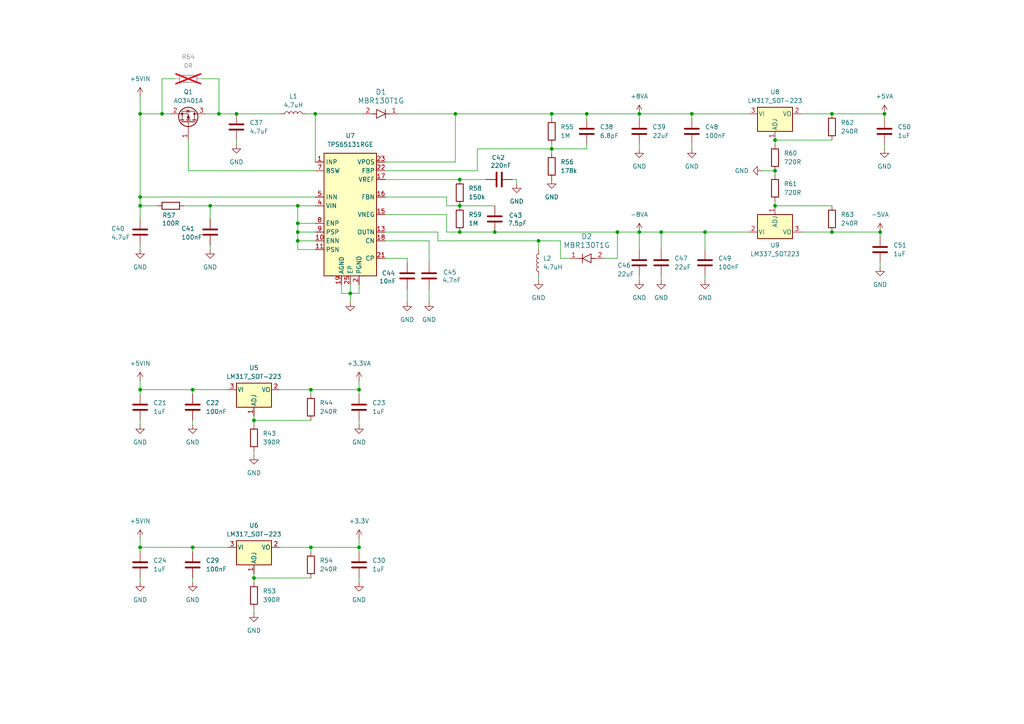
<source format=kicad_sch>
(kicad_sch
	(version 20231120)
	(generator "eeschema")
	(generator_version "8.0")
	(uuid "2ecc04f7-5e66-4bc9-9635-c6e70e900294")
	(paper "A4")
	(lib_symbols
		(symbol "Device:C"
			(pin_numbers hide)
			(pin_names
				(offset 0.254)
			)
			(exclude_from_sim no)
			(in_bom yes)
			(on_board yes)
			(property "Reference" "C"
				(at 0.635 2.54 0)
				(effects
					(font
						(size 1.27 1.27)
					)
					(justify left)
				)
			)
			(property "Value" "C"
				(at 0.635 -2.54 0)
				(effects
					(font
						(size 1.27 1.27)
					)
					(justify left)
				)
			)
			(property "Footprint" ""
				(at 0.9652 -3.81 0)
				(effects
					(font
						(size 1.27 1.27)
					)
					(hide yes)
				)
			)
			(property "Datasheet" "~"
				(at 0 0 0)
				(effects
					(font
						(size 1.27 1.27)
					)
					(hide yes)
				)
			)
			(property "Description" "Unpolarized capacitor"
				(at 0 0 0)
				(effects
					(font
						(size 1.27 1.27)
					)
					(hide yes)
				)
			)
			(property "ki_keywords" "cap capacitor"
				(at 0 0 0)
				(effects
					(font
						(size 1.27 1.27)
					)
					(hide yes)
				)
			)
			(property "ki_fp_filters" "C_*"
				(at 0 0 0)
				(effects
					(font
						(size 1.27 1.27)
					)
					(hide yes)
				)
			)
			(symbol "C_0_1"
				(polyline
					(pts
						(xy -2.032 -0.762) (xy 2.032 -0.762)
					)
					(stroke
						(width 0.508)
						(type default)
					)
					(fill
						(type none)
					)
				)
				(polyline
					(pts
						(xy -2.032 0.762) (xy 2.032 0.762)
					)
					(stroke
						(width 0.508)
						(type default)
					)
					(fill
						(type none)
					)
				)
			)
			(symbol "C_1_1"
				(pin passive line
					(at 0 3.81 270)
					(length 2.794)
					(name "~"
						(effects
							(font
								(size 1.27 1.27)
							)
						)
					)
					(number "1"
						(effects
							(font
								(size 1.27 1.27)
							)
						)
					)
				)
				(pin passive line
					(at 0 -3.81 90)
					(length 2.794)
					(name "~"
						(effects
							(font
								(size 1.27 1.27)
							)
						)
					)
					(number "2"
						(effects
							(font
								(size 1.27 1.27)
							)
						)
					)
				)
			)
		)
		(symbol "Device:L"
			(pin_numbers hide)
			(pin_names
				(offset 1.016) hide)
			(exclude_from_sim no)
			(in_bom yes)
			(on_board yes)
			(property "Reference" "L"
				(at -1.27 0 90)
				(effects
					(font
						(size 1.27 1.27)
					)
				)
			)
			(property "Value" "L"
				(at 1.905 0 90)
				(effects
					(font
						(size 1.27 1.27)
					)
				)
			)
			(property "Footprint" ""
				(at 0 0 0)
				(effects
					(font
						(size 1.27 1.27)
					)
					(hide yes)
				)
			)
			(property "Datasheet" "~"
				(at 0 0 0)
				(effects
					(font
						(size 1.27 1.27)
					)
					(hide yes)
				)
			)
			(property "Description" "Inductor"
				(at 0 0 0)
				(effects
					(font
						(size 1.27 1.27)
					)
					(hide yes)
				)
			)
			(property "ki_keywords" "inductor choke coil reactor magnetic"
				(at 0 0 0)
				(effects
					(font
						(size 1.27 1.27)
					)
					(hide yes)
				)
			)
			(property "ki_fp_filters" "Choke_* *Coil* Inductor_* L_*"
				(at 0 0 0)
				(effects
					(font
						(size 1.27 1.27)
					)
					(hide yes)
				)
			)
			(symbol "L_0_1"
				(arc
					(start 0 -2.54)
					(mid 0.6323 -1.905)
					(end 0 -1.27)
					(stroke
						(width 0)
						(type default)
					)
					(fill
						(type none)
					)
				)
				(arc
					(start 0 -1.27)
					(mid 0.6323 -0.635)
					(end 0 0)
					(stroke
						(width 0)
						(type default)
					)
					(fill
						(type none)
					)
				)
				(arc
					(start 0 0)
					(mid 0.6323 0.635)
					(end 0 1.27)
					(stroke
						(width 0)
						(type default)
					)
					(fill
						(type none)
					)
				)
				(arc
					(start 0 1.27)
					(mid 0.6323 1.905)
					(end 0 2.54)
					(stroke
						(width 0)
						(type default)
					)
					(fill
						(type none)
					)
				)
			)
			(symbol "L_1_1"
				(pin passive line
					(at 0 3.81 270)
					(length 1.27)
					(name "1"
						(effects
							(font
								(size 1.27 1.27)
							)
						)
					)
					(number "1"
						(effects
							(font
								(size 1.27 1.27)
							)
						)
					)
				)
				(pin passive line
					(at 0 -3.81 90)
					(length 1.27)
					(name "2"
						(effects
							(font
								(size 1.27 1.27)
							)
						)
					)
					(number "2"
						(effects
							(font
								(size 1.27 1.27)
							)
						)
					)
				)
			)
		)
		(symbol "Device:R"
			(pin_numbers hide)
			(pin_names
				(offset 0)
			)
			(exclude_from_sim no)
			(in_bom yes)
			(on_board yes)
			(property "Reference" "R"
				(at 2.032 0 90)
				(effects
					(font
						(size 1.27 1.27)
					)
				)
			)
			(property "Value" "R"
				(at 0 0 90)
				(effects
					(font
						(size 1.27 1.27)
					)
				)
			)
			(property "Footprint" ""
				(at -1.778 0 90)
				(effects
					(font
						(size 1.27 1.27)
					)
					(hide yes)
				)
			)
			(property "Datasheet" "~"
				(at 0 0 0)
				(effects
					(font
						(size 1.27 1.27)
					)
					(hide yes)
				)
			)
			(property "Description" "Resistor"
				(at 0 0 0)
				(effects
					(font
						(size 1.27 1.27)
					)
					(hide yes)
				)
			)
			(property "ki_keywords" "R res resistor"
				(at 0 0 0)
				(effects
					(font
						(size 1.27 1.27)
					)
					(hide yes)
				)
			)
			(property "ki_fp_filters" "R_*"
				(at 0 0 0)
				(effects
					(font
						(size 1.27 1.27)
					)
					(hide yes)
				)
			)
			(symbol "R_0_1"
				(rectangle
					(start -1.016 -2.54)
					(end 1.016 2.54)
					(stroke
						(width 0.254)
						(type default)
					)
					(fill
						(type none)
					)
				)
			)
			(symbol "R_1_1"
				(pin passive line
					(at 0 3.81 270)
					(length 1.27)
					(name "~"
						(effects
							(font
								(size 1.27 1.27)
							)
						)
					)
					(number "1"
						(effects
							(font
								(size 1.27 1.27)
							)
						)
					)
				)
				(pin passive line
					(at 0 -3.81 90)
					(length 1.27)
					(name "~"
						(effects
							(font
								(size 1.27 1.27)
							)
						)
					)
					(number "2"
						(effects
							(font
								(size 1.27 1.27)
							)
						)
					)
				)
			)
		)
		(symbol "Regulator_Linear:LM317_SOT-223"
			(pin_names
				(offset 0.254)
			)
			(exclude_from_sim no)
			(in_bom yes)
			(on_board yes)
			(property "Reference" "U"
				(at -3.81 3.175 0)
				(effects
					(font
						(size 1.27 1.27)
					)
				)
			)
			(property "Value" "LM317_SOT-223"
				(at 0 3.175 0)
				(effects
					(font
						(size 1.27 1.27)
					)
					(justify left)
				)
			)
			(property "Footprint" "Package_TO_SOT_SMD:SOT-223-3_TabPin2"
				(at 0 6.35 0)
				(effects
					(font
						(size 1.27 1.27)
						(italic yes)
					)
					(hide yes)
				)
			)
			(property "Datasheet" "http://www.ti.com/lit/ds/symlink/lm317.pdf"
				(at 0 0 0)
				(effects
					(font
						(size 1.27 1.27)
					)
					(hide yes)
				)
			)
			(property "Description" "1.5A 35V Adjustable Linear Regulator, SOT-223"
				(at 0 0 0)
				(effects
					(font
						(size 1.27 1.27)
					)
					(hide yes)
				)
			)
			(property "ki_keywords" "Adjustable Voltage Regulator 1A Positive"
				(at 0 0 0)
				(effects
					(font
						(size 1.27 1.27)
					)
					(hide yes)
				)
			)
			(property "ki_fp_filters" "SOT?223*TabPin2*"
				(at 0 0 0)
				(effects
					(font
						(size 1.27 1.27)
					)
					(hide yes)
				)
			)
			(symbol "LM317_SOT-223_0_1"
				(rectangle
					(start -5.08 1.905)
					(end 5.08 -5.08)
					(stroke
						(width 0.254)
						(type default)
					)
					(fill
						(type background)
					)
				)
			)
			(symbol "LM317_SOT-223_1_1"
				(pin input line
					(at 0 -7.62 90)
					(length 2.54)
					(name "ADJ"
						(effects
							(font
								(size 1.27 1.27)
							)
						)
					)
					(number "1"
						(effects
							(font
								(size 1.27 1.27)
							)
						)
					)
				)
				(pin power_out line
					(at 7.62 0 180)
					(length 2.54)
					(name "VO"
						(effects
							(font
								(size 1.27 1.27)
							)
						)
					)
					(number "2"
						(effects
							(font
								(size 1.27 1.27)
							)
						)
					)
				)
				(pin power_in line
					(at -7.62 0 0)
					(length 2.54)
					(name "VI"
						(effects
							(font
								(size 1.27 1.27)
							)
						)
					)
					(number "3"
						(effects
							(font
								(size 1.27 1.27)
							)
						)
					)
				)
			)
		)
		(symbol "Regulator_Linear:LM337_SOT223"
			(pin_names
				(offset 0.254)
			)
			(exclude_from_sim no)
			(in_bom yes)
			(on_board yes)
			(property "Reference" "U"
				(at -3.81 -3.175 0)
				(effects
					(font
						(size 1.27 1.27)
					)
				)
			)
			(property "Value" "LM337_SOT223"
				(at 0 -3.175 0)
				(effects
					(font
						(size 1.27 1.27)
					)
					(justify left)
				)
			)
			(property "Footprint" "Package_TO_SOT_SMD:SOT-223-3_TabPin2"
				(at 0 -5.08 0)
				(effects
					(font
						(size 1.27 1.27)
						(italic yes)
					)
					(hide yes)
				)
			)
			(property "Datasheet" "http://www.ti.com/lit/ds/symlink/lm337-n.pdf"
				(at 0 0 0)
				(effects
					(font
						(size 1.27 1.27)
					)
					(hide yes)
				)
			)
			(property "Description" "Negative 1A 35V Adjustable Linear Regulator, SOT-223"
				(at 0 0 0)
				(effects
					(font
						(size 1.27 1.27)
					)
					(hide yes)
				)
			)
			(property "ki_keywords" "Adjustable Voltage Regulator 1A Negative"
				(at 0 0 0)
				(effects
					(font
						(size 1.27 1.27)
					)
					(hide yes)
				)
			)
			(property "ki_fp_filters" "SOT?223*"
				(at 0 0 0)
				(effects
					(font
						(size 1.27 1.27)
					)
					(hide yes)
				)
			)
			(symbol "LM337_SOT223_0_1"
				(rectangle
					(start -5.08 5.08)
					(end 5.08 -1.905)
					(stroke
						(width 0.254)
						(type default)
					)
					(fill
						(type background)
					)
				)
			)
			(symbol "LM337_SOT223_1_1"
				(pin input line
					(at 0 7.62 270)
					(length 2.54)
					(name "ADJ"
						(effects
							(font
								(size 1.27 1.27)
							)
						)
					)
					(number "1"
						(effects
							(font
								(size 1.27 1.27)
							)
						)
					)
				)
				(pin power_in line
					(at -7.62 0 0)
					(length 2.54)
					(name "VI"
						(effects
							(font
								(size 1.27 1.27)
							)
						)
					)
					(number "2"
						(effects
							(font
								(size 1.27 1.27)
							)
						)
					)
				)
				(pin power_out line
					(at 7.62 0 180)
					(length 2.54)
					(name "VO"
						(effects
							(font
								(size 1.27 1.27)
							)
						)
					)
					(number "3"
						(effects
							(font
								(size 1.27 1.27)
							)
						)
					)
				)
			)
		)
		(symbol "Regulator_Switching:TPS65131RGE"
			(exclude_from_sim no)
			(in_bom yes)
			(on_board yes)
			(property "Reference" "U"
				(at -6.858 21.082 0)
				(effects
					(font
						(size 1.27 1.27)
					)
				)
			)
			(property "Value" "TPS65131RGE"
				(at -1.016 19.05 0)
				(effects
					(font
						(size 1.27 1.27)
					)
				)
			)
			(property "Footprint" "Package_DFN_QFN:VQFN-24-1EP_4x4mm_P0.5mm_EP2.45x2.45mm_ThermalVias"
				(at 0 0 0)
				(effects
					(font
						(size 1.27 1.27)
					)
					(hide yes)
				)
			)
			(property "Datasheet" "http://www.ti.com/lit/ds/symlink/tps65130.pdf"
				(at 0 2.54 0)
				(effects
					(font
						(size 1.27 1.27)
					)
					(hide yes)
				)
			)
			(property "Description" "Split-Rail Converter with Dual, Positive and Negative Outputs (750mA typ, Switch Current Limit 1950mA typ),), 2.7-5.5V, VQFN-24"
				(at 0 0 0)
				(effects
					(font
						(size 1.27 1.27)
					)
					(hide yes)
				)
			)
			(property "ki_keywords" "split-rail switching dual positive negative"
				(at 0 0 0)
				(effects
					(font
						(size 1.27 1.27)
					)
					(hide yes)
				)
			)
			(property "ki_fp_filters" "VQFN*1EP*4x4mm*P0.5mm*"
				(at 0 0 0)
				(effects
					(font
						(size 1.27 1.27)
					)
					(hide yes)
				)
			)
			(symbol "TPS65131RGE_0_1"
				(rectangle
					(start -7.62 17.78)
					(end 7.62 -17.78)
					(stroke
						(width 0.254)
						(type default)
					)
					(fill
						(type background)
					)
				)
			)
			(symbol "TPS65131RGE_1_1"
				(pin input line
					(at -10.16 15.24 0)
					(length 2.54)
					(name "INP"
						(effects
							(font
								(size 1.27 1.27)
							)
						)
					)
					(number "1"
						(effects
							(font
								(size 1.27 1.27)
							)
						)
					)
				)
				(pin input line
					(at -10.16 -7.62 0)
					(length 2.54)
					(name "ENN"
						(effects
							(font
								(size 1.27 1.27)
							)
						)
					)
					(number "10"
						(effects
							(font
								(size 1.27 1.27)
							)
						)
					)
				)
				(pin input line
					(at -10.16 -10.16 0)
					(length 2.54)
					(name "PSN"
						(effects
							(font
								(size 1.27 1.27)
							)
						)
					)
					(number "11"
						(effects
							(font
								(size 1.27 1.27)
							)
						)
					)
				)
				(pin no_connect line
					(at -7.62 7.62 0)
					(length 2.54) hide
					(name "NC"
						(effects
							(font
								(size 1.27 1.27)
							)
						)
					)
					(number "12"
						(effects
							(font
								(size 1.27 1.27)
							)
						)
					)
				)
				(pin output line
					(at 10.16 -5.08 180)
					(length 2.54)
					(name "OUTN"
						(effects
							(font
								(size 1.27 1.27)
							)
						)
					)
					(number "13"
						(effects
							(font
								(size 1.27 1.27)
							)
						)
					)
				)
				(pin passive line
					(at 10.16 -5.08 180)
					(length 2.54) hide
					(name "OUTN"
						(effects
							(font
								(size 1.27 1.27)
							)
						)
					)
					(number "14"
						(effects
							(font
								(size 1.27 1.27)
							)
						)
					)
				)
				(pin input line
					(at 10.16 0 180)
					(length 2.54)
					(name "VNEG"
						(effects
							(font
								(size 1.27 1.27)
							)
						)
					)
					(number "15"
						(effects
							(font
								(size 1.27 1.27)
							)
						)
					)
				)
				(pin input line
					(at 10.16 5.08 180)
					(length 2.54)
					(name "FBN"
						(effects
							(font
								(size 1.27 1.27)
							)
						)
					)
					(number "16"
						(effects
							(font
								(size 1.27 1.27)
							)
						)
					)
				)
				(pin output line
					(at 10.16 10.16 180)
					(length 2.54)
					(name "VREF"
						(effects
							(font
								(size 1.27 1.27)
							)
						)
					)
					(number "17"
						(effects
							(font
								(size 1.27 1.27)
							)
						)
					)
				)
				(pin passive line
					(at 10.16 -7.62 180)
					(length 2.54)
					(name "CN"
						(effects
							(font
								(size 1.27 1.27)
							)
						)
					)
					(number "18"
						(effects
							(font
								(size 1.27 1.27)
							)
						)
					)
				)
				(pin power_in line
					(at -2.54 -20.32 90)
					(length 2.54)
					(name "AGND"
						(effects
							(font
								(size 1.27 1.27)
							)
						)
					)
					(number "19"
						(effects
							(font
								(size 1.27 1.27)
							)
						)
					)
				)
				(pin power_in line
					(at 2.54 -20.32 90)
					(length 2.54)
					(name "PGND"
						(effects
							(font
								(size 1.27 1.27)
							)
						)
					)
					(number "2"
						(effects
							(font
								(size 1.27 1.27)
							)
						)
					)
				)
				(pin no_connect line
					(at -7.62 10.16 0)
					(length 2.54) hide
					(name "NC"
						(effects
							(font
								(size 1.27 1.27)
							)
						)
					)
					(number "20"
						(effects
							(font
								(size 1.27 1.27)
							)
						)
					)
				)
				(pin passive line
					(at 10.16 -12.7 180)
					(length 2.54)
					(name "CP"
						(effects
							(font
								(size 1.27 1.27)
							)
						)
					)
					(number "21"
						(effects
							(font
								(size 1.27 1.27)
							)
						)
					)
				)
				(pin input line
					(at 10.16 12.7 180)
					(length 2.54)
					(name "FBP"
						(effects
							(font
								(size 1.27 1.27)
							)
						)
					)
					(number "22"
						(effects
							(font
								(size 1.27 1.27)
							)
						)
					)
				)
				(pin input line
					(at 10.16 15.24 180)
					(length 2.54)
					(name "VPOS"
						(effects
							(font
								(size 1.27 1.27)
							)
						)
					)
					(number "23"
						(effects
							(font
								(size 1.27 1.27)
							)
						)
					)
				)
				(pin input line
					(at -10.16 15.24 0)
					(length 2.54) hide
					(name "INP"
						(effects
							(font
								(size 1.27 1.27)
							)
						)
					)
					(number "24"
						(effects
							(font
								(size 1.27 1.27)
							)
						)
					)
				)
				(pin passive line
					(at 0 -20.32 90)
					(length 2.54)
					(name "EP"
						(effects
							(font
								(size 1.27 1.27)
							)
						)
					)
					(number "25"
						(effects
							(font
								(size 1.27 1.27)
							)
						)
					)
				)
				(pin passive line
					(at 2.54 -20.32 90)
					(length 2.54) hide
					(name "PGND"
						(effects
							(font
								(size 1.27 1.27)
							)
						)
					)
					(number "3"
						(effects
							(font
								(size 1.27 1.27)
							)
						)
					)
				)
				(pin power_in line
					(at -10.16 2.54 0)
					(length 2.54)
					(name "VIN"
						(effects
							(font
								(size 1.27 1.27)
							)
						)
					)
					(number "4"
						(effects
							(font
								(size 1.27 1.27)
							)
						)
					)
				)
				(pin input line
					(at -10.16 5.08 0)
					(length 2.54)
					(name "INN"
						(effects
							(font
								(size 1.27 1.27)
							)
						)
					)
					(number "5"
						(effects
							(font
								(size 1.27 1.27)
							)
						)
					)
				)
				(pin input line
					(at -10.16 5.08 0)
					(length 2.54) hide
					(name "INN"
						(effects
							(font
								(size 1.27 1.27)
							)
						)
					)
					(number "6"
						(effects
							(font
								(size 1.27 1.27)
							)
						)
					)
				)
				(pin output line
					(at -10.16 12.7 0)
					(length 2.54)
					(name "BSW"
						(effects
							(font
								(size 1.27 1.27)
							)
						)
					)
					(number "7"
						(effects
							(font
								(size 1.27 1.27)
							)
						)
					)
				)
				(pin input line
					(at -10.16 -2.54 0)
					(length 2.54)
					(name "ENP"
						(effects
							(font
								(size 1.27 1.27)
							)
						)
					)
					(number "8"
						(effects
							(font
								(size 1.27 1.27)
							)
						)
					)
				)
				(pin input line
					(at -10.16 -5.08 0)
					(length 2.54)
					(name "PSP"
						(effects
							(font
								(size 1.27 1.27)
							)
						)
					)
					(number "9"
						(effects
							(font
								(size 1.27 1.27)
							)
						)
					)
				)
			)
		)
		(symbol "Transistor_FET:AO3401A"
			(pin_names hide)
			(exclude_from_sim no)
			(in_bom yes)
			(on_board yes)
			(property "Reference" "Q"
				(at 5.08 1.905 0)
				(effects
					(font
						(size 1.27 1.27)
					)
					(justify left)
				)
			)
			(property "Value" "AO3401A"
				(at 5.08 0 0)
				(effects
					(font
						(size 1.27 1.27)
					)
					(justify left)
				)
			)
			(property "Footprint" "Package_TO_SOT_SMD:SOT-23"
				(at 5.08 -1.905 0)
				(effects
					(font
						(size 1.27 1.27)
						(italic yes)
					)
					(justify left)
					(hide yes)
				)
			)
			(property "Datasheet" "http://www.aosmd.com/pdfs/datasheet/AO3401A.pdf"
				(at 5.08 -3.81 0)
				(effects
					(font
						(size 1.27 1.27)
					)
					(justify left)
					(hide yes)
				)
			)
			(property "Description" "-4.0A Id, -30V Vds, P-Channel MOSFET, SOT-23"
				(at 0 0 0)
				(effects
					(font
						(size 1.27 1.27)
					)
					(hide yes)
				)
			)
			(property "ki_keywords" "P-Channel MOSFET"
				(at 0 0 0)
				(effects
					(font
						(size 1.27 1.27)
					)
					(hide yes)
				)
			)
			(property "ki_fp_filters" "SOT?23*"
				(at 0 0 0)
				(effects
					(font
						(size 1.27 1.27)
					)
					(hide yes)
				)
			)
			(symbol "AO3401A_0_1"
				(polyline
					(pts
						(xy 0.254 0) (xy -2.54 0)
					)
					(stroke
						(width 0)
						(type default)
					)
					(fill
						(type none)
					)
				)
				(polyline
					(pts
						(xy 0.254 1.905) (xy 0.254 -1.905)
					)
					(stroke
						(width 0.254)
						(type default)
					)
					(fill
						(type none)
					)
				)
				(polyline
					(pts
						(xy 0.762 -1.27) (xy 0.762 -2.286)
					)
					(stroke
						(width 0.254)
						(type default)
					)
					(fill
						(type none)
					)
				)
				(polyline
					(pts
						(xy 0.762 0.508) (xy 0.762 -0.508)
					)
					(stroke
						(width 0.254)
						(type default)
					)
					(fill
						(type none)
					)
				)
				(polyline
					(pts
						(xy 0.762 2.286) (xy 0.762 1.27)
					)
					(stroke
						(width 0.254)
						(type default)
					)
					(fill
						(type none)
					)
				)
				(polyline
					(pts
						(xy 2.54 2.54) (xy 2.54 1.778)
					)
					(stroke
						(width 0)
						(type default)
					)
					(fill
						(type none)
					)
				)
				(polyline
					(pts
						(xy 2.54 -2.54) (xy 2.54 0) (xy 0.762 0)
					)
					(stroke
						(width 0)
						(type default)
					)
					(fill
						(type none)
					)
				)
				(polyline
					(pts
						(xy 0.762 1.778) (xy 3.302 1.778) (xy 3.302 -1.778) (xy 0.762 -1.778)
					)
					(stroke
						(width 0)
						(type default)
					)
					(fill
						(type none)
					)
				)
				(polyline
					(pts
						(xy 2.286 0) (xy 1.27 0.381) (xy 1.27 -0.381) (xy 2.286 0)
					)
					(stroke
						(width 0)
						(type default)
					)
					(fill
						(type outline)
					)
				)
				(polyline
					(pts
						(xy 2.794 -0.508) (xy 2.921 -0.381) (xy 3.683 -0.381) (xy 3.81 -0.254)
					)
					(stroke
						(width 0)
						(type default)
					)
					(fill
						(type none)
					)
				)
				(polyline
					(pts
						(xy 3.302 -0.381) (xy 2.921 0.254) (xy 3.683 0.254) (xy 3.302 -0.381)
					)
					(stroke
						(width 0)
						(type default)
					)
					(fill
						(type none)
					)
				)
				(circle
					(center 1.651 0)
					(radius 2.794)
					(stroke
						(width 0.254)
						(type default)
					)
					(fill
						(type none)
					)
				)
				(circle
					(center 2.54 -1.778)
					(radius 0.254)
					(stroke
						(width 0)
						(type default)
					)
					(fill
						(type outline)
					)
				)
				(circle
					(center 2.54 1.778)
					(radius 0.254)
					(stroke
						(width 0)
						(type default)
					)
					(fill
						(type outline)
					)
				)
			)
			(symbol "AO3401A_1_1"
				(pin input line
					(at -5.08 0 0)
					(length 2.54)
					(name "G"
						(effects
							(font
								(size 1.27 1.27)
							)
						)
					)
					(number "1"
						(effects
							(font
								(size 1.27 1.27)
							)
						)
					)
				)
				(pin passive line
					(at 2.54 -5.08 90)
					(length 2.54)
					(name "S"
						(effects
							(font
								(size 1.27 1.27)
							)
						)
					)
					(number "2"
						(effects
							(font
								(size 1.27 1.27)
							)
						)
					)
				)
				(pin passive line
					(at 2.54 5.08 270)
					(length 2.54)
					(name "D"
						(effects
							(font
								(size 1.27 1.27)
							)
						)
					)
					(number "3"
						(effects
							(font
								(size 1.27 1.27)
							)
						)
					)
				)
			)
		)
		(symbol "mahaudio KiCad Library:MBR130T1G"
			(pin_names
				(offset 0.254)
			)
			(exclude_from_sim no)
			(in_bom yes)
			(on_board yes)
			(property "Reference" "D"
				(at 5.08 -6.35 0)
				(effects
					(font
						(size 1.524 1.524)
					)
				)
			)
			(property "Value" "MBR130T1G"
				(at 5.08 -3.81 0)
				(effects
					(font
						(size 1.524 1.524)
					)
				)
			)
			(property "Footprint" "mahaudio KiCad Library:SOD-123_425-04_ONS"
				(at 0 0 0)
				(effects
					(font
						(size 1.27 1.27)
						(italic yes)
					)
					(hide yes)
				)
			)
			(property "Datasheet" "https://www.onsemi.com/pdf/datasheet/mbr130t1-d.pdf"
				(at 0 0 0)
				(effects
					(font
						(size 1.27 1.27)
						(italic yes)
					)
					(hide yes)
				)
			)
			(property "Description" "DIODE SCHOTTKY 30V 1A SOD123"
				(at 0 0 0)
				(effects
					(font
						(size 1.27 1.27)
					)
					(hide yes)
				)
			)
			(property "ki_keywords" "MBR130T1G"
				(at 0 0 0)
				(effects
					(font
						(size 1.27 1.27)
					)
					(hide yes)
				)
			)
			(property "ki_fp_filters" "SOD-123_425-04_ONS SOD-123_425-04_ONS-M SOD-123_425-04_ONS-L"
				(at 0 0 0)
				(effects
					(font
						(size 1.27 1.27)
					)
					(hide yes)
				)
			)
			(symbol "MBR130T1G_1_1"
				(polyline
					(pts
						(xy 2.54 0) (xy 3.4798 0)
					)
					(stroke
						(width 0.2032)
						(type default)
					)
					(fill
						(type none)
					)
				)
				(polyline
					(pts
						(xy 3.175 0) (xy 3.81 0)
					)
					(stroke
						(width 0.2032)
						(type default)
					)
					(fill
						(type none)
					)
				)
				(polyline
					(pts
						(xy 3.81 -1.27) (xy 6.35 0)
					)
					(stroke
						(width 0.2032)
						(type default)
					)
					(fill
						(type none)
					)
				)
				(polyline
					(pts
						(xy 3.81 1.27) (xy 3.81 -1.27)
					)
					(stroke
						(width 0.2032)
						(type default)
					)
					(fill
						(type none)
					)
				)
				(polyline
					(pts
						(xy 6.35 -1.27) (xy 6.35 1.27)
					)
					(stroke
						(width 0.2032)
						(type default)
					)
					(fill
						(type none)
					)
				)
				(polyline
					(pts
						(xy 6.35 0) (xy 3.81 1.27)
					)
					(stroke
						(width 0.2032)
						(type default)
					)
					(fill
						(type none)
					)
				)
				(polyline
					(pts
						(xy 6.35 0) (xy 7.62 0)
					)
					(stroke
						(width 0.2032)
						(type default)
					)
					(fill
						(type none)
					)
				)
				(pin unspecified line
					(at 10.16 0 180)
					(length 2.54)
					(name ""
						(effects
							(font
								(size 1.27 1.27)
							)
						)
					)
					(number "1"
						(effects
							(font
								(size 1.27 1.27)
							)
						)
					)
				)
				(pin unspecified line
					(at 0 0 0)
					(length 2.54)
					(name ""
						(effects
							(font
								(size 1.27 1.27)
							)
						)
					)
					(number "2"
						(effects
							(font
								(size 1.27 1.27)
							)
						)
					)
				)
			)
			(symbol "MBR130T1G_1_2"
				(polyline
					(pts
						(xy -1.905 3.81) (xy 1.905 3.81)
					)
					(stroke
						(width 0.2032)
						(type default)
					)
					(fill
						(type none)
					)
				)
				(polyline
					(pts
						(xy 0 2.54) (xy 0 3.4798)
					)
					(stroke
						(width 0.2032)
						(type default)
					)
					(fill
						(type none)
					)
				)
				(polyline
					(pts
						(xy 0 3.175) (xy 0 3.81)
					)
					(stroke
						(width 0.2032)
						(type default)
					)
					(fill
						(type none)
					)
				)
				(polyline
					(pts
						(xy 0 6.35) (xy -1.905 3.81)
					)
					(stroke
						(width 0.2032)
						(type default)
					)
					(fill
						(type none)
					)
				)
				(polyline
					(pts
						(xy 0 6.35) (xy 0 7.62)
					)
					(stroke
						(width 0.2032)
						(type default)
					)
					(fill
						(type none)
					)
				)
				(polyline
					(pts
						(xy 1.905 3.81) (xy 0 6.35)
					)
					(stroke
						(width 0.2032)
						(type default)
					)
					(fill
						(type none)
					)
				)
				(polyline
					(pts
						(xy 1.905 6.35) (xy -1.905 6.35)
					)
					(stroke
						(width 0.2032)
						(type default)
					)
					(fill
						(type none)
					)
				)
				(pin unspecified line
					(at 0 10.16 270)
					(length 2.54)
					(name ""
						(effects
							(font
								(size 1.27 1.27)
							)
						)
					)
					(number "1"
						(effects
							(font
								(size 1.27 1.27)
							)
						)
					)
				)
				(pin unspecified line
					(at 0 0 90)
					(length 2.54)
					(name ""
						(effects
							(font
								(size 1.27 1.27)
							)
						)
					)
					(number "2"
						(effects
							(font
								(size 1.27 1.27)
							)
						)
					)
				)
			)
		)
		(symbol "power:+8V"
			(power)
			(pin_numbers hide)
			(pin_names
				(offset 0) hide)
			(exclude_from_sim no)
			(in_bom yes)
			(on_board yes)
			(property "Reference" "#PWR"
				(at 0 -3.81 0)
				(effects
					(font
						(size 1.27 1.27)
					)
					(hide yes)
				)
			)
			(property "Value" "+8V"
				(at 0 3.556 0)
				(effects
					(font
						(size 1.27 1.27)
					)
				)
			)
			(property "Footprint" ""
				(at 0 0 0)
				(effects
					(font
						(size 1.27 1.27)
					)
					(hide yes)
				)
			)
			(property "Datasheet" ""
				(at 0 0 0)
				(effects
					(font
						(size 1.27 1.27)
					)
					(hide yes)
				)
			)
			(property "Description" "Power symbol creates a global label with name \"+8V\""
				(at 0 0 0)
				(effects
					(font
						(size 1.27 1.27)
					)
					(hide yes)
				)
			)
			(property "ki_keywords" "global power"
				(at 0 0 0)
				(effects
					(font
						(size 1.27 1.27)
					)
					(hide yes)
				)
			)
			(symbol "+8V_0_1"
				(polyline
					(pts
						(xy -0.762 1.27) (xy 0 2.54)
					)
					(stroke
						(width 0)
						(type default)
					)
					(fill
						(type none)
					)
				)
				(polyline
					(pts
						(xy 0 0) (xy 0 2.54)
					)
					(stroke
						(width 0)
						(type default)
					)
					(fill
						(type none)
					)
				)
				(polyline
					(pts
						(xy 0 2.54) (xy 0.762 1.27)
					)
					(stroke
						(width 0)
						(type default)
					)
					(fill
						(type none)
					)
				)
			)
			(symbol "+8V_1_1"
				(pin power_in line
					(at 0 0 90)
					(length 0)
					(name "~"
						(effects
							(font
								(size 1.27 1.27)
							)
						)
					)
					(number "1"
						(effects
							(font
								(size 1.27 1.27)
							)
						)
					)
				)
			)
		)
		(symbol "power:GND"
			(power)
			(pin_numbers hide)
			(pin_names
				(offset 0) hide)
			(exclude_from_sim no)
			(in_bom yes)
			(on_board yes)
			(property "Reference" "#PWR"
				(at 0 -6.35 0)
				(effects
					(font
						(size 1.27 1.27)
					)
					(hide yes)
				)
			)
			(property "Value" "GND"
				(at 0 -3.81 0)
				(effects
					(font
						(size 1.27 1.27)
					)
				)
			)
			(property "Footprint" ""
				(at 0 0 0)
				(effects
					(font
						(size 1.27 1.27)
					)
					(hide yes)
				)
			)
			(property "Datasheet" ""
				(at 0 0 0)
				(effects
					(font
						(size 1.27 1.27)
					)
					(hide yes)
				)
			)
			(property "Description" "Power symbol creates a global label with name \"GND\" , ground"
				(at 0 0 0)
				(effects
					(font
						(size 1.27 1.27)
					)
					(hide yes)
				)
			)
			(property "ki_keywords" "global power"
				(at 0 0 0)
				(effects
					(font
						(size 1.27 1.27)
					)
					(hide yes)
				)
			)
			(symbol "GND_0_1"
				(polyline
					(pts
						(xy 0 0) (xy 0 -1.27) (xy 1.27 -1.27) (xy 0 -2.54) (xy -1.27 -1.27) (xy 0 -1.27)
					)
					(stroke
						(width 0)
						(type default)
					)
					(fill
						(type none)
					)
				)
			)
			(symbol "GND_1_1"
				(pin power_in line
					(at 0 0 270)
					(length 0)
					(name "~"
						(effects
							(font
								(size 1.27 1.27)
							)
						)
					)
					(number "1"
						(effects
							(font
								(size 1.27 1.27)
							)
						)
					)
				)
			)
		)
		(symbol "power:VBUS"
			(power)
			(pin_numbers hide)
			(pin_names
				(offset 0) hide)
			(exclude_from_sim no)
			(in_bom yes)
			(on_board yes)
			(property "Reference" "#PWR"
				(at 0 -3.81 0)
				(effects
					(font
						(size 1.27 1.27)
					)
					(hide yes)
				)
			)
			(property "Value" "VBUS"
				(at 0 3.556 0)
				(effects
					(font
						(size 1.27 1.27)
					)
				)
			)
			(property "Footprint" ""
				(at 0 0 0)
				(effects
					(font
						(size 1.27 1.27)
					)
					(hide yes)
				)
			)
			(property "Datasheet" ""
				(at 0 0 0)
				(effects
					(font
						(size 1.27 1.27)
					)
					(hide yes)
				)
			)
			(property "Description" "Power symbol creates a global label with name \"VBUS\""
				(at 0 0 0)
				(effects
					(font
						(size 1.27 1.27)
					)
					(hide yes)
				)
			)
			(property "ki_keywords" "global power"
				(at 0 0 0)
				(effects
					(font
						(size 1.27 1.27)
					)
					(hide yes)
				)
			)
			(symbol "VBUS_0_1"
				(polyline
					(pts
						(xy -0.762 1.27) (xy 0 2.54)
					)
					(stroke
						(width 0)
						(type default)
					)
					(fill
						(type none)
					)
				)
				(polyline
					(pts
						(xy 0 0) (xy 0 2.54)
					)
					(stroke
						(width 0)
						(type default)
					)
					(fill
						(type none)
					)
				)
				(polyline
					(pts
						(xy 0 2.54) (xy 0.762 1.27)
					)
					(stroke
						(width 0)
						(type default)
					)
					(fill
						(type none)
					)
				)
			)
			(symbol "VBUS_1_1"
				(pin power_in line
					(at 0 0 90)
					(length 0)
					(name "~"
						(effects
							(font
								(size 1.27 1.27)
							)
						)
					)
					(number "1"
						(effects
							(font
								(size 1.27 1.27)
							)
						)
					)
				)
			)
		)
	)
	(junction
		(at 86.36 69.85)
		(diameter 0)
		(color 0 0 0 0)
		(uuid "02f6af4b-a079-47dc-a562-47c806579b91")
	)
	(junction
		(at 204.47 67.31)
		(diameter 0)
		(color 0 0 0 0)
		(uuid "0c85b957-c6ae-4b86-a58a-9d73082367d5")
	)
	(junction
		(at 68.58 33.02)
		(diameter 0)
		(color 0 0 0 0)
		(uuid "115242b7-7f72-4287-93dd-5394f543d64b")
	)
	(junction
		(at 40.64 59.69)
		(diameter 0)
		(color 0 0 0 0)
		(uuid "16c9c204-109d-4512-9176-b4f0eefa55bc")
	)
	(junction
		(at 241.3 33.02)
		(diameter 0)
		(color 0 0 0 0)
		(uuid "2363672c-a815-49d4-8f80-bd45593d6e3c")
	)
	(junction
		(at 200.66 33.02)
		(diameter 0)
		(color 0 0 0 0)
		(uuid "239eb712-b445-49bb-8d37-e4aed9cc10ee")
	)
	(junction
		(at 256.54 33.02)
		(diameter 0)
		(color 0 0 0 0)
		(uuid "29785404-60fc-49d1-8e5a-1d0d6029144a")
	)
	(junction
		(at 156.21 69.85)
		(diameter 0)
		(color 0 0 0 0)
		(uuid "3420f716-0598-4f01-b3ee-ae32b7e98110")
	)
	(junction
		(at 55.88 113.03)
		(diameter 0)
		(color 0 0 0 0)
		(uuid "3572f0ae-ed86-47c7-a6f8-d150284bc67e")
	)
	(junction
		(at 55.88 158.75)
		(diameter 0)
		(color 0 0 0 0)
		(uuid "38857ea5-1315-415a-9b95-ce3fb2ac014a")
	)
	(junction
		(at 90.17 113.03)
		(diameter 0)
		(color 0 0 0 0)
		(uuid "3a4d0a80-369f-4bb9-b903-56be2d0db728")
	)
	(junction
		(at 160.02 33.02)
		(diameter 0)
		(color 0 0 0 0)
		(uuid "40c5e58d-0a42-4bbf-b493-b95543a6b1b3")
	)
	(junction
		(at 40.64 33.02)
		(diameter 0)
		(color 0 0 0 0)
		(uuid "472dfa83-b64d-479b-af63-dff133dbf3fc")
	)
	(junction
		(at 60.96 59.69)
		(diameter 0)
		(color 0 0 0 0)
		(uuid "4906d8d9-03ab-4ad5-8812-d6dfe2bd11e8")
	)
	(junction
		(at 40.64 57.15)
		(diameter 0)
		(color 0 0 0 0)
		(uuid "4d103c99-52e4-49f2-b8d1-dc79e3bbd95c")
	)
	(junction
		(at 86.36 67.31)
		(diameter 0)
		(color 0 0 0 0)
		(uuid "5a74c135-ccf0-4ba4-a748-47eb2cc8d0bc")
	)
	(junction
		(at 224.79 40.64)
		(diameter 0)
		(color 0 0 0 0)
		(uuid "6135f5b7-a29c-4d6d-97dc-49fc783ac2fb")
	)
	(junction
		(at 160.02 43.18)
		(diameter 0)
		(color 0 0 0 0)
		(uuid "72b4e903-fb52-470d-8ec7-71ef45877aaa")
	)
	(junction
		(at 133.35 67.31)
		(diameter 0)
		(color 0 0 0 0)
		(uuid "783bc8f3-929e-4b7c-b9a7-18e2440ab9f4")
	)
	(junction
		(at 224.79 59.69)
		(diameter 0)
		(color 0 0 0 0)
		(uuid "81a7b5c0-40d4-4bba-a446-c365d7ba9314")
	)
	(junction
		(at 104.14 158.75)
		(diameter 0)
		(color 0 0 0 0)
		(uuid "83c31028-fba3-4ae2-a197-16ee6957662c")
	)
	(junction
		(at 63.5 33.02)
		(diameter 0)
		(color 0 0 0 0)
		(uuid "8400aa12-c409-416a-9b9f-ce854910cb40")
	)
	(junction
		(at 185.42 67.31)
		(diameter 0)
		(color 0 0 0 0)
		(uuid "84b22b60-b9cb-45c1-926c-dbac0c6f4392")
	)
	(junction
		(at 185.42 33.02)
		(diameter 0)
		(color 0 0 0 0)
		(uuid "85d89ebe-af5f-4ec8-a244-68f3b592ae0a")
	)
	(junction
		(at 73.66 167.64)
		(diameter 0)
		(color 0 0 0 0)
		(uuid "926ef2d2-0a2b-40ce-97e0-4ded4d71cfba")
	)
	(junction
		(at 132.08 33.02)
		(diameter 0)
		(color 0 0 0 0)
		(uuid "9729aa27-f5b0-4a3a-81e3-5d35b1600647")
	)
	(junction
		(at 104.14 113.03)
		(diameter 0)
		(color 0 0 0 0)
		(uuid "a5d256b8-9309-49f3-8c0c-ea645b55e16f")
	)
	(junction
		(at 133.35 52.07)
		(diameter 0)
		(color 0 0 0 0)
		(uuid "a7d50c39-127e-4bb9-8bb2-667cbf40c7dd")
	)
	(junction
		(at 91.44 33.02)
		(diameter 0)
		(color 0 0 0 0)
		(uuid "aa938d3a-bcae-4d16-8cd7-61ed9099bc14")
	)
	(junction
		(at 143.51 67.31)
		(diameter 0)
		(color 0 0 0 0)
		(uuid "ab0c4052-ff27-49ae-8b5f-f33d7db63252")
	)
	(junction
		(at 40.64 158.75)
		(diameter 0)
		(color 0 0 0 0)
		(uuid "b4cd4075-edf7-4733-891f-263e31fe3476")
	)
	(junction
		(at 86.36 64.77)
		(diameter 0)
		(color 0 0 0 0)
		(uuid "b585703f-ebab-4370-b038-0f237dae1277")
	)
	(junction
		(at 170.18 33.02)
		(diameter 0)
		(color 0 0 0 0)
		(uuid "b6eb9b42-d9b9-4c5f-9a53-aa75bd9b5552")
	)
	(junction
		(at 86.36 59.69)
		(diameter 0)
		(color 0 0 0 0)
		(uuid "bd34aa12-7f25-45d7-a693-8d33af5a1d33")
	)
	(junction
		(at 40.64 113.03)
		(diameter 0)
		(color 0 0 0 0)
		(uuid "bf426cd2-1b64-4ff0-9f11-17a24ca00a19")
	)
	(junction
		(at 90.17 158.75)
		(diameter 0)
		(color 0 0 0 0)
		(uuid "c29033d4-f0fa-459a-86b1-6f526fdf1aec")
	)
	(junction
		(at 241.3 67.31)
		(diameter 0)
		(color 0 0 0 0)
		(uuid "c386a9b4-bc73-453c-adf5-ae6ff9b8aec2")
	)
	(junction
		(at 255.27 67.31)
		(diameter 0)
		(color 0 0 0 0)
		(uuid "c4fe3238-b331-4aea-9a03-847b51fd6fea")
	)
	(junction
		(at 101.6 85.09)
		(diameter 0)
		(color 0 0 0 0)
		(uuid "cce0d12d-96d4-4388-8a8b-a001e1128331")
	)
	(junction
		(at 46.99 33.02)
		(diameter 0)
		(color 0 0 0 0)
		(uuid "d093ff56-dedb-4440-825e-419350b13292")
	)
	(junction
		(at 224.79 49.53)
		(diameter 0)
		(color 0 0 0 0)
		(uuid "dcf38acb-9e48-49c9-b1a9-890f674d65be")
	)
	(junction
		(at 133.35 59.69)
		(diameter 0)
		(color 0 0 0 0)
		(uuid "e13204fb-55cd-4f3d-8b69-9bc7d032cf9e")
	)
	(junction
		(at 73.66 121.92)
		(diameter 0)
		(color 0 0 0 0)
		(uuid "e871b8af-69af-4f90-92fe-03db7e25e24d")
	)
	(junction
		(at 179.07 67.31)
		(diameter 0)
		(color 0 0 0 0)
		(uuid "f3afa3e2-6218-47ff-bc28-e32e7d3e9196")
	)
	(junction
		(at 191.77 67.31)
		(diameter 0)
		(color 0 0 0 0)
		(uuid "ffd345d3-2cdc-432d-817d-c8efe74f28f8")
	)
	(wire
		(pts
			(xy 204.47 80.01) (xy 204.47 81.28)
		)
		(stroke
			(width 0)
			(type default)
		)
		(uuid "02eee386-86a8-4015-a8eb-d53bb03b566e")
	)
	(wire
		(pts
			(xy 143.51 67.31) (xy 179.07 67.31)
		)
		(stroke
			(width 0)
			(type default)
		)
		(uuid "0416d979-c12a-459c-9fae-075dc0db94a8")
	)
	(wire
		(pts
			(xy 50.8 22.86) (xy 46.99 22.86)
		)
		(stroke
			(width 0)
			(type default)
		)
		(uuid "0474e27d-9812-46a5-94ae-ffced98a6a1c")
	)
	(wire
		(pts
			(xy 81.28 158.75) (xy 90.17 158.75)
		)
		(stroke
			(width 0)
			(type default)
		)
		(uuid "056437b3-e252-44d4-8040-cf6b7b217953")
	)
	(wire
		(pts
			(xy 200.66 33.02) (xy 200.66 34.29)
		)
		(stroke
			(width 0)
			(type default)
		)
		(uuid "08519db3-0e1d-4351-be4a-21565ce868cc")
	)
	(wire
		(pts
			(xy 224.79 49.53) (xy 224.79 50.8)
		)
		(stroke
			(width 0)
			(type default)
		)
		(uuid "09478b66-00c2-4464-8a8f-09cde416fafb")
	)
	(wire
		(pts
			(xy 91.44 64.77) (xy 86.36 64.77)
		)
		(stroke
			(width 0)
			(type default)
		)
		(uuid "0b089856-e5cd-4134-8055-d6bca9700e44")
	)
	(wire
		(pts
			(xy 129.54 62.23) (xy 129.54 67.31)
		)
		(stroke
			(width 0)
			(type default)
		)
		(uuid "0b2a3c22-3413-40f1-9808-4a397dc82740")
	)
	(wire
		(pts
			(xy 54.61 49.53) (xy 54.61 40.64)
		)
		(stroke
			(width 0)
			(type default)
		)
		(uuid "0bf86059-b7f3-4601-9df6-911b11559185")
	)
	(wire
		(pts
			(xy 111.76 67.31) (xy 127 67.31)
		)
		(stroke
			(width 0)
			(type default)
		)
		(uuid "0d7d07c0-087d-4355-be1e-3f54db114b42")
	)
	(wire
		(pts
			(xy 124.46 69.85) (xy 124.46 76.2)
		)
		(stroke
			(width 0)
			(type default)
		)
		(uuid "0f5f4e9b-0acf-48d8-8f87-d5b4be067784")
	)
	(wire
		(pts
			(xy 40.64 156.21) (xy 40.64 158.75)
		)
		(stroke
			(width 0)
			(type default)
		)
		(uuid "0f6c1693-4573-4263-ade7-9ad4408b296f")
	)
	(wire
		(pts
			(xy 118.11 83.82) (xy 118.11 87.63)
		)
		(stroke
			(width 0)
			(type default)
		)
		(uuid "11958b96-e445-4ec8-a5cc-b1c0530e86ba")
	)
	(wire
		(pts
			(xy 224.79 59.69) (xy 241.3 59.69)
		)
		(stroke
			(width 0)
			(type default)
		)
		(uuid "125829ce-25a8-4302-8b18-0b96020a1b85")
	)
	(wire
		(pts
			(xy 185.42 33.02) (xy 200.66 33.02)
		)
		(stroke
			(width 0)
			(type default)
		)
		(uuid "143ca7fc-9ff3-47c3-aff4-a4bb478af87b")
	)
	(wire
		(pts
			(xy 129.54 67.31) (xy 133.35 67.31)
		)
		(stroke
			(width 0)
			(type default)
		)
		(uuid "1584b611-6e51-466b-8845-654feab953a4")
	)
	(wire
		(pts
			(xy 185.42 67.31) (xy 191.77 67.31)
		)
		(stroke
			(width 0)
			(type default)
		)
		(uuid "18487853-2ca4-4d94-ab0f-7008c82335ee")
	)
	(wire
		(pts
			(xy 104.14 156.21) (xy 104.14 158.75)
		)
		(stroke
			(width 0)
			(type default)
		)
		(uuid "18de34a1-a20c-48e2-a68b-6e525c936320")
	)
	(wire
		(pts
			(xy 55.88 121.92) (xy 55.88 123.19)
		)
		(stroke
			(width 0)
			(type default)
		)
		(uuid "195f1855-cee2-4014-91ea-67cf5cc98dff")
	)
	(wire
		(pts
			(xy 179.07 67.31) (xy 185.42 67.31)
		)
		(stroke
			(width 0)
			(type default)
		)
		(uuid "19cdf8f6-80f9-4a8d-9a60-8af2aba12121")
	)
	(wire
		(pts
			(xy 133.35 52.07) (xy 140.97 52.07)
		)
		(stroke
			(width 0)
			(type default)
		)
		(uuid "1a9bf66f-2539-4870-ba0a-b680d063978a")
	)
	(wire
		(pts
			(xy 118.11 74.93) (xy 118.11 76.2)
		)
		(stroke
			(width 0)
			(type default)
		)
		(uuid "1f20a8f0-ff66-4f22-bf8e-1db76cbb68aa")
	)
	(wire
		(pts
			(xy 133.35 67.31) (xy 143.51 67.31)
		)
		(stroke
			(width 0)
			(type default)
		)
		(uuid "21df8f12-425d-4855-9697-1cd56f8c2180")
	)
	(wire
		(pts
			(xy 91.44 33.02) (xy 105.41 33.02)
		)
		(stroke
			(width 0)
			(type default)
		)
		(uuid "24908c09-8f85-4e34-b0b9-4457b2239006")
	)
	(wire
		(pts
			(xy 185.42 33.02) (xy 185.42 34.29)
		)
		(stroke
			(width 0)
			(type default)
		)
		(uuid "25a43e82-35c5-4ad5-a8a0-de582f36ab28")
	)
	(wire
		(pts
			(xy 73.66 130.81) (xy 73.66 132.08)
		)
		(stroke
			(width 0)
			(type default)
		)
		(uuid "27f84f4b-ff22-4b14-a893-bd3851426258")
	)
	(wire
		(pts
			(xy 170.18 43.18) (xy 160.02 43.18)
		)
		(stroke
			(width 0)
			(type default)
		)
		(uuid "2a2076fd-14c8-4b30-a337-687609ab11f8")
	)
	(wire
		(pts
			(xy 170.18 33.02) (xy 185.42 33.02)
		)
		(stroke
			(width 0)
			(type default)
		)
		(uuid "2c8fefc8-95ee-44d4-b39d-d0180dce157e")
	)
	(wire
		(pts
			(xy 204.47 67.31) (xy 217.17 67.31)
		)
		(stroke
			(width 0)
			(type default)
		)
		(uuid "31bdf2a4-980f-4494-a366-30fc933af227")
	)
	(wire
		(pts
			(xy 55.88 113.03) (xy 55.88 114.3)
		)
		(stroke
			(width 0)
			(type default)
		)
		(uuid "324347ef-5701-492c-9779-f4f38386248a")
	)
	(wire
		(pts
			(xy 90.17 158.75) (xy 104.14 158.75)
		)
		(stroke
			(width 0)
			(type default)
		)
		(uuid "3292fe81-34c9-4cb7-8b32-9ec5c12c059a")
	)
	(wire
		(pts
			(xy 204.47 67.31) (xy 204.47 72.39)
		)
		(stroke
			(width 0)
			(type default)
		)
		(uuid "370e48d5-1d6b-4ace-a29d-d133ea01d662")
	)
	(wire
		(pts
			(xy 115.57 33.02) (xy 132.08 33.02)
		)
		(stroke
			(width 0)
			(type default)
		)
		(uuid "37ae912a-7153-4e70-a14c-8862825acfd8")
	)
	(wire
		(pts
			(xy 129.54 57.15) (xy 129.54 59.69)
		)
		(stroke
			(width 0)
			(type default)
		)
		(uuid "39a4de53-2850-4bf7-b3eb-bf17da547b84")
	)
	(wire
		(pts
			(xy 127 67.31) (xy 127 69.85)
		)
		(stroke
			(width 0)
			(type default)
		)
		(uuid "3df586ac-8758-477d-93c5-cfb77c54d220")
	)
	(wire
		(pts
			(xy 91.44 67.31) (xy 86.36 67.31)
		)
		(stroke
			(width 0)
			(type default)
		)
		(uuid "40856df4-adef-4ee1-bc7d-65f966c3a787")
	)
	(wire
		(pts
			(xy 160.02 33.02) (xy 170.18 33.02)
		)
		(stroke
			(width 0)
			(type default)
		)
		(uuid "442c43d1-901d-41c8-9256-210b2f4e2b88")
	)
	(wire
		(pts
			(xy 111.76 46.99) (xy 132.08 46.99)
		)
		(stroke
			(width 0)
			(type default)
		)
		(uuid "4473f6e3-215b-4fee-a124-9bda3967134b")
	)
	(wire
		(pts
			(xy 191.77 81.28) (xy 191.77 80.01)
		)
		(stroke
			(width 0)
			(type default)
		)
		(uuid "45024f18-592d-49ab-b6b7-38bcecd0dc2f")
	)
	(wire
		(pts
			(xy 55.88 158.75) (xy 55.88 160.02)
		)
		(stroke
			(width 0)
			(type default)
		)
		(uuid "4d1bfa4a-4191-4d37-a7b0-83cea9b90d38")
	)
	(wire
		(pts
			(xy 104.14 167.64) (xy 104.14 168.91)
		)
		(stroke
			(width 0)
			(type default)
		)
		(uuid "4e8fbcc4-b9e0-469f-ae79-c3d3e84bdcf4")
	)
	(wire
		(pts
			(xy 138.43 43.18) (xy 160.02 43.18)
		)
		(stroke
			(width 0)
			(type default)
		)
		(uuid "506f3a34-ddc8-4013-96b0-f5596f698edd")
	)
	(wire
		(pts
			(xy 104.14 110.49) (xy 104.14 113.03)
		)
		(stroke
			(width 0)
			(type default)
		)
		(uuid "54345a56-558c-484b-8d43-42a4d2a0fd44")
	)
	(wire
		(pts
			(xy 185.42 43.18) (xy 185.42 41.91)
		)
		(stroke
			(width 0)
			(type default)
		)
		(uuid "58586649-ce88-4c1f-837d-3b292ace48c3")
	)
	(wire
		(pts
			(xy 86.36 72.39) (xy 86.36 69.85)
		)
		(stroke
			(width 0)
			(type default)
		)
		(uuid "5ab5b578-9ddd-40a7-879f-13cfd2c5ea4f")
	)
	(wire
		(pts
			(xy 40.64 27.94) (xy 40.64 33.02)
		)
		(stroke
			(width 0)
			(type default)
		)
		(uuid "5c4e44ec-e2cd-4bdd-83e8-a830a24a2593")
	)
	(wire
		(pts
			(xy 86.36 64.77) (xy 86.36 59.69)
		)
		(stroke
			(width 0)
			(type default)
		)
		(uuid "5c598959-38cb-4dbc-8cfd-05677c057363")
	)
	(wire
		(pts
			(xy 111.76 49.53) (xy 138.43 49.53)
		)
		(stroke
			(width 0)
			(type default)
		)
		(uuid "5ee1f7f3-bf83-4501-b666-5b467b9e8436")
	)
	(wire
		(pts
			(xy 156.21 80.01) (xy 156.21 81.28)
		)
		(stroke
			(width 0)
			(type default)
		)
		(uuid "5f447b68-02a8-484d-9c5d-15eb486da41b")
	)
	(wire
		(pts
			(xy 111.76 74.93) (xy 118.11 74.93)
		)
		(stroke
			(width 0)
			(type default)
		)
		(uuid "614ab0c1-1b8a-435b-9e68-ac51bdc4136a")
	)
	(wire
		(pts
			(xy 73.66 121.92) (xy 90.17 121.92)
		)
		(stroke
			(width 0)
			(type default)
		)
		(uuid "618ba90e-8e4a-4853-8d59-43b551798b0d")
	)
	(wire
		(pts
			(xy 224.79 41.91) (xy 224.79 40.64)
		)
		(stroke
			(width 0)
			(type default)
		)
		(uuid "63edb0b6-0e4e-44fb-a9b0-226487296e56")
	)
	(wire
		(pts
			(xy 111.76 57.15) (xy 129.54 57.15)
		)
		(stroke
			(width 0)
			(type default)
		)
		(uuid "64e2a57e-9cd4-4498-a0c6-7666dcb96b19")
	)
	(wire
		(pts
			(xy 73.66 120.65) (xy 73.66 121.92)
		)
		(stroke
			(width 0)
			(type default)
		)
		(uuid "66667c4c-c702-4f1b-ab0d-2bdea2878b04")
	)
	(wire
		(pts
			(xy 40.64 167.64) (xy 40.64 168.91)
		)
		(stroke
			(width 0)
			(type default)
		)
		(uuid "6862222f-a04e-4e01-a5a2-b4c4c414352a")
	)
	(wire
		(pts
			(xy 40.64 110.49) (xy 40.64 113.03)
		)
		(stroke
			(width 0)
			(type default)
		)
		(uuid "68898496-4f50-4994-ab5b-f1940eb338e5")
	)
	(wire
		(pts
			(xy 63.5 33.02) (xy 68.58 33.02)
		)
		(stroke
			(width 0)
			(type default)
		)
		(uuid "69083ff0-accb-47c2-a594-e4ab288a2d95")
	)
	(wire
		(pts
			(xy 256.54 33.02) (xy 256.54 34.29)
		)
		(stroke
			(width 0)
			(type default)
		)
		(uuid "6957c3b8-9f79-4a73-8e6b-0492e813dc2e")
	)
	(wire
		(pts
			(xy 99.06 82.55) (xy 99.06 85.09)
		)
		(stroke
			(width 0)
			(type default)
		)
		(uuid "6b8003a7-c60e-4837-842e-5f95f7292e30")
	)
	(wire
		(pts
			(xy 160.02 43.18) (xy 160.02 44.45)
		)
		(stroke
			(width 0)
			(type default)
		)
		(uuid "6c45e36f-8d9e-4535-94af-1f77e45da37f")
	)
	(wire
		(pts
			(xy 160.02 33.02) (xy 160.02 34.29)
		)
		(stroke
			(width 0)
			(type default)
		)
		(uuid "6cb48c16-c9aa-4997-b930-bdb938288179")
	)
	(wire
		(pts
			(xy 40.64 57.15) (xy 40.64 59.69)
		)
		(stroke
			(width 0)
			(type default)
		)
		(uuid "6f46e07a-b5b2-46f1-8fc6-81c5a4320c93")
	)
	(wire
		(pts
			(xy 40.64 121.92) (xy 40.64 123.19)
		)
		(stroke
			(width 0)
			(type default)
		)
		(uuid "70271170-ec85-49e0-b9f9-c52d89e994ca")
	)
	(wire
		(pts
			(xy 40.64 57.15) (xy 40.64 33.02)
		)
		(stroke
			(width 0)
			(type default)
		)
		(uuid "71909f04-8b5a-4313-a85e-ae5e382213b4")
	)
	(wire
		(pts
			(xy 40.64 113.03) (xy 40.64 114.3)
		)
		(stroke
			(width 0)
			(type default)
		)
		(uuid "72a62a18-438b-430c-9457-9a7316535feb")
	)
	(wire
		(pts
			(xy 68.58 33.02) (xy 81.28 33.02)
		)
		(stroke
			(width 0)
			(type default)
		)
		(uuid "72e0bcba-bd22-4cdd-bbb3-99a3a2b88dee")
	)
	(wire
		(pts
			(xy 68.58 40.64) (xy 68.58 41.91)
		)
		(stroke
			(width 0)
			(type default)
		)
		(uuid "72e9ab4f-0658-43bd-9a5b-05bc19c77944")
	)
	(wire
		(pts
			(xy 73.66 176.53) (xy 73.66 177.8)
		)
		(stroke
			(width 0)
			(type default)
		)
		(uuid "74548fb9-3f03-4a09-ab3d-d5af6e9ffcff")
	)
	(wire
		(pts
			(xy 40.64 33.02) (xy 46.99 33.02)
		)
		(stroke
			(width 0)
			(type default)
		)
		(uuid "747221ae-b3d9-42e4-a287-bc7756c7cf6f")
	)
	(wire
		(pts
			(xy 53.34 59.69) (xy 60.96 59.69)
		)
		(stroke
			(width 0)
			(type default)
		)
		(uuid "74e47770-9e75-41b0-8709-750d888cb6d2")
	)
	(wire
		(pts
			(xy 59.69 33.02) (xy 63.5 33.02)
		)
		(stroke
			(width 0)
			(type default)
		)
		(uuid "75067c61-480b-4fd3-a0ef-eb361af01680")
	)
	(wire
		(pts
			(xy 129.54 59.69) (xy 133.35 59.69)
		)
		(stroke
			(width 0)
			(type default)
		)
		(uuid "756f9270-446b-451f-8cf1-d91f1a737b9c")
	)
	(wire
		(pts
			(xy 111.76 62.23) (xy 129.54 62.23)
		)
		(stroke
			(width 0)
			(type default)
		)
		(uuid "76aceb8e-eead-4d50-96c7-9a928188d7a2")
	)
	(wire
		(pts
			(xy 90.17 158.75) (xy 90.17 160.02)
		)
		(stroke
			(width 0)
			(type default)
		)
		(uuid "775d5ef5-368f-42aa-b825-057b478c0630")
	)
	(wire
		(pts
			(xy 191.77 67.31) (xy 204.47 67.31)
		)
		(stroke
			(width 0)
			(type default)
		)
		(uuid "7b89f9cd-ed5f-45d3-91b4-ae6836c0845c")
	)
	(wire
		(pts
			(xy 232.41 67.31) (xy 241.3 67.31)
		)
		(stroke
			(width 0)
			(type default)
		)
		(uuid "7bd2c55d-c1c5-4b13-8055-9a1c256b474e")
	)
	(wire
		(pts
			(xy 46.99 33.02) (xy 49.53 33.02)
		)
		(stroke
			(width 0)
			(type default)
		)
		(uuid "7d25ed86-ff45-445f-ab97-df2f27bdb42f")
	)
	(wire
		(pts
			(xy 170.18 41.91) (xy 170.18 43.18)
		)
		(stroke
			(width 0)
			(type default)
		)
		(uuid "7db88046-5b44-42d1-90b2-1b8903d17333")
	)
	(wire
		(pts
			(xy 46.99 22.86) (xy 46.99 33.02)
		)
		(stroke
			(width 0)
			(type default)
		)
		(uuid "7ef536b0-494a-4a53-a45a-124e6e593488")
	)
	(wire
		(pts
			(xy 101.6 82.55) (xy 101.6 85.09)
		)
		(stroke
			(width 0)
			(type default)
		)
		(uuid "80fe5114-2b7c-4095-9711-05fb641dda4b")
	)
	(wire
		(pts
			(xy 133.35 59.69) (xy 143.51 59.69)
		)
		(stroke
			(width 0)
			(type default)
		)
		(uuid "83d329a4-fd86-4058-9276-25bd632c6e6d")
	)
	(wire
		(pts
			(xy 90.17 113.03) (xy 104.14 113.03)
		)
		(stroke
			(width 0)
			(type default)
		)
		(uuid "8401a9c7-461e-4181-bbe9-5bf86eebab88")
	)
	(wire
		(pts
			(xy 99.06 85.09) (xy 101.6 85.09)
		)
		(stroke
			(width 0)
			(type default)
		)
		(uuid "8429d4ee-a03e-4911-8b21-efaf18f68bb4")
	)
	(wire
		(pts
			(xy 232.41 33.02) (xy 241.3 33.02)
		)
		(stroke
			(width 0)
			(type default)
		)
		(uuid "84e058f5-0ff3-4c92-b0d9-32ba67f47694")
	)
	(wire
		(pts
			(xy 165.1 74.93) (xy 162.56 74.93)
		)
		(stroke
			(width 0)
			(type default)
		)
		(uuid "85847f99-0440-4901-9db6-d877331584bc")
	)
	(wire
		(pts
			(xy 86.36 69.85) (xy 86.36 67.31)
		)
		(stroke
			(width 0)
			(type default)
		)
		(uuid "8637b963-f3d3-450f-82b0-ca9269f40921")
	)
	(wire
		(pts
			(xy 132.08 33.02) (xy 160.02 33.02)
		)
		(stroke
			(width 0)
			(type default)
		)
		(uuid "87789d55-25d0-45b8-a590-f025c2d8e1fd")
	)
	(wire
		(pts
			(xy 86.36 59.69) (xy 91.44 59.69)
		)
		(stroke
			(width 0)
			(type default)
		)
		(uuid "8918f630-cc20-434b-b49f-78f4dca9c0fb")
	)
	(wire
		(pts
			(xy 101.6 85.09) (xy 101.6 87.63)
		)
		(stroke
			(width 0)
			(type default)
		)
		(uuid "8b48d72a-af98-4af5-abdc-09f976f47575")
	)
	(wire
		(pts
			(xy 40.64 158.75) (xy 55.88 158.75)
		)
		(stroke
			(width 0)
			(type default)
		)
		(uuid "8cd9fc2d-a9e6-4143-81f4-3eb016dc4035")
	)
	(wire
		(pts
			(xy 104.14 113.03) (xy 104.14 114.3)
		)
		(stroke
			(width 0)
			(type default)
		)
		(uuid "91a1db42-45e3-42e2-b8a0-3a6f1317fde8")
	)
	(wire
		(pts
			(xy 91.44 72.39) (xy 86.36 72.39)
		)
		(stroke
			(width 0)
			(type default)
		)
		(uuid "928ef5ba-ceee-4ecc-a991-54de026eeb52")
	)
	(wire
		(pts
			(xy 138.43 49.53) (xy 138.43 43.18)
		)
		(stroke
			(width 0)
			(type default)
		)
		(uuid "938b58b9-caf3-4494-bcfa-526483da0c57")
	)
	(wire
		(pts
			(xy 132.08 46.99) (xy 132.08 33.02)
		)
		(stroke
			(width 0)
			(type default)
		)
		(uuid "9404df20-480c-4c9e-b81f-9bb926593594")
	)
	(wire
		(pts
			(xy 101.6 85.09) (xy 104.14 85.09)
		)
		(stroke
			(width 0)
			(type default)
		)
		(uuid "949b5347-75c3-468f-8e89-645f1c49ffce")
	)
	(wire
		(pts
			(xy 160.02 41.91) (xy 160.02 43.18)
		)
		(stroke
			(width 0)
			(type default)
		)
		(uuid "9628e2e5-5afe-4d60-bdcf-478febd241c7")
	)
	(wire
		(pts
			(xy 91.44 33.02) (xy 91.44 46.99)
		)
		(stroke
			(width 0)
			(type default)
		)
		(uuid "97538b5d-436e-4b64-bdf6-9f3da05e2b2a")
	)
	(wire
		(pts
			(xy 90.17 113.03) (xy 90.17 114.3)
		)
		(stroke
			(width 0)
			(type default)
		)
		(uuid "98581f11-8feb-45fd-bb0c-4764b96cf0e9")
	)
	(wire
		(pts
			(xy 200.66 41.91) (xy 200.66 43.18)
		)
		(stroke
			(width 0)
			(type default)
		)
		(uuid "985b34de-cc26-43ec-803c-65b59355ec7a")
	)
	(wire
		(pts
			(xy 191.77 72.39) (xy 191.77 67.31)
		)
		(stroke
			(width 0)
			(type default)
		)
		(uuid "9b336b9f-af14-46b5-9d00-d7cad5c1efa7")
	)
	(wire
		(pts
			(xy 179.07 74.93) (xy 179.07 67.31)
		)
		(stroke
			(width 0)
			(type default)
		)
		(uuid "9b9fda82-d33e-4b47-a1a3-a894bd858345")
	)
	(wire
		(pts
			(xy 156.21 69.85) (xy 156.21 72.39)
		)
		(stroke
			(width 0)
			(type default)
		)
		(uuid "9bc814a2-a9e1-4aa4-9601-c5f9167441b4")
	)
	(wire
		(pts
			(xy 60.96 71.12) (xy 60.96 72.39)
		)
		(stroke
			(width 0)
			(type default)
		)
		(uuid "9c359548-27bf-4f5c-82d5-9103dc1c861d")
	)
	(wire
		(pts
			(xy 175.26 74.93) (xy 179.07 74.93)
		)
		(stroke
			(width 0)
			(type default)
		)
		(uuid "9c75712f-ba5b-468f-af1b-716e04c666dc")
	)
	(wire
		(pts
			(xy 104.14 158.75) (xy 104.14 160.02)
		)
		(stroke
			(width 0)
			(type default)
		)
		(uuid "9d60f4e9-0a84-4da8-a64c-e3546a2f4291")
	)
	(wire
		(pts
			(xy 73.66 121.92) (xy 73.66 123.19)
		)
		(stroke
			(width 0)
			(type default)
		)
		(uuid "9e5a09ae-8c3c-46e7-9648-d4a149abcd4c")
	)
	(wire
		(pts
			(xy 55.88 167.64) (xy 55.88 168.91)
		)
		(stroke
			(width 0)
			(type default)
		)
		(uuid "9ec1f8b7-51ac-4d51-9636-00bd55a567c3")
	)
	(wire
		(pts
			(xy 200.66 33.02) (xy 217.17 33.02)
		)
		(stroke
			(width 0)
			(type default)
		)
		(uuid "a060240e-e58b-443c-a563-da0fea5da870")
	)
	(wire
		(pts
			(xy 224.79 58.42) (xy 224.79 59.69)
		)
		(stroke
			(width 0)
			(type default)
		)
		(uuid "a1ae100a-fc61-4756-82dd-a48618df969f")
	)
	(wire
		(pts
			(xy 58.42 22.86) (xy 63.5 22.86)
		)
		(stroke
			(width 0)
			(type default)
		)
		(uuid "a1d9f0b2-2be9-4766-a113-f736ffb85543")
	)
	(wire
		(pts
			(xy 91.44 69.85) (xy 86.36 69.85)
		)
		(stroke
			(width 0)
			(type default)
		)
		(uuid "a372cf18-ebec-433c-b631-ab9e5eaf60e9")
	)
	(wire
		(pts
			(xy 91.44 57.15) (xy 40.64 57.15)
		)
		(stroke
			(width 0)
			(type default)
		)
		(uuid "a3bfc134-cc29-4e24-a10c-e6980d438116")
	)
	(wire
		(pts
			(xy 255.27 76.2) (xy 255.27 77.47)
		)
		(stroke
			(width 0)
			(type default)
		)
		(uuid "ab76aafb-a52b-4cd3-95a4-3d1ef7f4e5a6")
	)
	(wire
		(pts
			(xy 104.14 85.09) (xy 104.14 82.55)
		)
		(stroke
			(width 0)
			(type default)
		)
		(uuid "ae97d5b7-64ad-4f5a-a9ce-b9df46f4165c")
	)
	(wire
		(pts
			(xy 220.98 49.53) (xy 224.79 49.53)
		)
		(stroke
			(width 0)
			(type default)
		)
		(uuid "b18a85ca-4cf3-474e-bb0b-e050546962c2")
	)
	(wire
		(pts
			(xy 255.27 67.31) (xy 255.27 68.58)
		)
		(stroke
			(width 0)
			(type default)
		)
		(uuid "b4895140-7856-4070-b442-77c50dbf8bb0")
	)
	(wire
		(pts
			(xy 149.86 52.07) (xy 149.86 53.34)
		)
		(stroke
			(width 0)
			(type default)
		)
		(uuid "b6f8de2a-4d1d-43f4-984a-3106bd981798")
	)
	(wire
		(pts
			(xy 111.76 69.85) (xy 124.46 69.85)
		)
		(stroke
			(width 0)
			(type default)
		)
		(uuid "bb1b56d0-ff6c-4ca1-a661-c2e136e30e7a")
	)
	(wire
		(pts
			(xy 156.21 69.85) (xy 162.56 69.85)
		)
		(stroke
			(width 0)
			(type default)
		)
		(uuid "bca05529-9ff0-4b50-964e-74e63c806807")
	)
	(wire
		(pts
			(xy 86.36 67.31) (xy 86.36 64.77)
		)
		(stroke
			(width 0)
			(type default)
		)
		(uuid "bd795be4-7ceb-46d4-8869-7aa4d4c6fe48")
	)
	(wire
		(pts
			(xy 124.46 83.82) (xy 124.46 87.63)
		)
		(stroke
			(width 0)
			(type default)
		)
		(uuid "bed12d83-7bfd-4b5c-8901-ed8987d74bfc")
	)
	(wire
		(pts
			(xy 148.59 52.07) (xy 149.86 52.07)
		)
		(stroke
			(width 0)
			(type default)
		)
		(uuid "c009c556-fdce-4365-aaed-5637ecbfe30a")
	)
	(wire
		(pts
			(xy 241.3 33.02) (xy 256.54 33.02)
		)
		(stroke
			(width 0)
			(type default)
		)
		(uuid "c3e727d2-cffe-48a7-8da6-67f8c3053ed4")
	)
	(wire
		(pts
			(xy 224.79 40.64) (xy 241.3 40.64)
		)
		(stroke
			(width 0)
			(type default)
		)
		(uuid "c596ee4a-1a01-488d-9c6a-dd0db2d963c2")
	)
	(wire
		(pts
			(xy 55.88 158.75) (xy 66.04 158.75)
		)
		(stroke
			(width 0)
			(type default)
		)
		(uuid "c697fcd2-99e1-4809-af24-ff72e5a00229")
	)
	(wire
		(pts
			(xy 104.14 121.92) (xy 104.14 123.19)
		)
		(stroke
			(width 0)
			(type default)
		)
		(uuid "c7d4ec3f-b992-45db-91c2-0a4105ddd6bc")
	)
	(wire
		(pts
			(xy 73.66 166.37) (xy 73.66 167.64)
		)
		(stroke
			(width 0)
			(type default)
		)
		(uuid "c7efa1ec-d742-4cc4-a04c-3864890843a1")
	)
	(wire
		(pts
			(xy 40.64 71.12) (xy 40.64 72.39)
		)
		(stroke
			(width 0)
			(type default)
		)
		(uuid "c874ce6f-1f88-4dce-a1f4-ca5bc97e16b7")
	)
	(wire
		(pts
			(xy 111.76 52.07) (xy 133.35 52.07)
		)
		(stroke
			(width 0)
			(type default)
		)
		(uuid "c8c14f05-ac2c-41e6-ad71-76f1b6a4dc65")
	)
	(wire
		(pts
			(xy 73.66 167.64) (xy 90.17 167.64)
		)
		(stroke
			(width 0)
			(type default)
		)
		(uuid "c9bf939e-c9c4-47e5-bbda-fcc938fa53ce")
	)
	(wire
		(pts
			(xy 185.42 67.31) (xy 185.42 72.39)
		)
		(stroke
			(width 0)
			(type default)
		)
		(uuid "cad05546-902b-4de4-a312-86c89eadd3ec")
	)
	(wire
		(pts
			(xy 91.44 49.53) (xy 54.61 49.53)
		)
		(stroke
			(width 0)
			(type default)
		)
		(uuid "cb23288b-6982-4a11-bac1-2a3403efa0b9")
	)
	(wire
		(pts
			(xy 88.9 33.02) (xy 91.44 33.02)
		)
		(stroke
			(width 0)
			(type default)
		)
		(uuid "d24fe9f4-39ca-4aa6-9555-347ee7a07be3")
	)
	(wire
		(pts
			(xy 73.66 167.64) (xy 73.66 168.91)
		)
		(stroke
			(width 0)
			(type default)
		)
		(uuid "d34315c7-ff1e-4c1a-a412-8aad876fcb67")
	)
	(wire
		(pts
			(xy 127 69.85) (xy 156.21 69.85)
		)
		(stroke
			(width 0)
			(type default)
		)
		(uuid "d4a167ab-3535-4fc2-8e8c-f20a53d0e9e8")
	)
	(wire
		(pts
			(xy 170.18 33.02) (xy 170.18 34.29)
		)
		(stroke
			(width 0)
			(type default)
		)
		(uuid "d93e27bb-36d1-4977-94fe-5ec29e0a6b62")
	)
	(wire
		(pts
			(xy 162.56 74.93) (xy 162.56 69.85)
		)
		(stroke
			(width 0)
			(type default)
		)
		(uuid "dcfbc3e8-e9ea-47b2-844c-840c0d7ba6bd")
	)
	(wire
		(pts
			(xy 55.88 113.03) (xy 66.04 113.03)
		)
		(stroke
			(width 0)
			(type default)
		)
		(uuid "dfdbdff7-aaff-4303-a8ac-71791b013420")
	)
	(wire
		(pts
			(xy 241.3 67.31) (xy 255.27 67.31)
		)
		(stroke
			(width 0)
			(type default)
		)
		(uuid "e10b7024-9e47-4b4c-b7cf-5eb5ef55988d")
	)
	(wire
		(pts
			(xy 81.28 113.03) (xy 90.17 113.03)
		)
		(stroke
			(width 0)
			(type default)
		)
		(uuid "e138eb79-3ab3-4c26-943d-26cc4b3b5696")
	)
	(wire
		(pts
			(xy 45.72 59.69) (xy 40.64 59.69)
		)
		(stroke
			(width 0)
			(type default)
		)
		(uuid "e20881f9-2300-42cf-bc49-896de0316ca6")
	)
	(wire
		(pts
			(xy 63.5 22.86) (xy 63.5 33.02)
		)
		(stroke
			(width 0)
			(type default)
		)
		(uuid "e49d544c-1e0d-4c80-a48b-3185a982d27f")
	)
	(wire
		(pts
			(xy 40.64 113.03) (xy 55.88 113.03)
		)
		(stroke
			(width 0)
			(type default)
		)
		(uuid "ebcc6581-aab3-4f1d-a722-1d19054af8a8")
	)
	(wire
		(pts
			(xy 60.96 59.69) (xy 60.96 63.5)
		)
		(stroke
			(width 0)
			(type default)
		)
		(uuid "f1694f02-86ba-4650-9707-b9f5366208ce")
	)
	(wire
		(pts
			(xy 60.96 59.69) (xy 86.36 59.69)
		)
		(stroke
			(width 0)
			(type default)
		)
		(uuid "f5539e44-0c92-4e48-83be-8f6be84770d7")
	)
	(wire
		(pts
			(xy 185.42 81.28) (xy 185.42 80.01)
		)
		(stroke
			(width 0)
			(type default)
		)
		(uuid "f866c6ce-b14b-4899-acb7-48ebb1e08acf")
	)
	(wire
		(pts
			(xy 256.54 41.91) (xy 256.54 43.18)
		)
		(stroke
			(width 0)
			(type default)
		)
		(uuid "f8a52521-5473-4d09-9d27-b5372856dce4")
	)
	(wire
		(pts
			(xy 40.64 59.69) (xy 40.64 63.5)
		)
		(stroke
			(width 0)
			(type default)
		)
		(uuid "fea72803-0a01-4dba-9014-b5740cb48bbb")
	)
	(wire
		(pts
			(xy 40.64 158.75) (xy 40.64 160.02)
		)
		(stroke
			(width 0)
			(type default)
		)
		(uuid "fee7773c-72ef-4a55-ae71-7e655bba09fa")
	)
	(symbol
		(lib_id "Device:C")
		(at 255.27 72.39 0)
		(unit 1)
		(exclude_from_sim no)
		(in_bom yes)
		(on_board yes)
		(dnp no)
		(fields_autoplaced yes)
		(uuid "016f3e72-81e1-413e-a86d-441ed98c56e5")
		(property "Reference" "C51"
			(at 259.08 71.1199 0)
			(effects
				(font
					(size 1.27 1.27)
				)
				(justify left)
			)
		)
		(property "Value" "1uF"
			(at 259.08 73.6599 0)
			(effects
				(font
					(size 1.27 1.27)
				)
				(justify left)
			)
		)
		(property "Footprint" "Capacitor_SMD:C_0603_1608Metric_Pad1.08x0.95mm_HandSolder"
			(at 256.2352 76.2 0)
			(effects
				(font
					(size 1.27 1.27)
				)
				(hide yes)
			)
		)
		(property "Datasheet" "~"
			(at 255.27 72.39 0)
			(effects
				(font
					(size 1.27 1.27)
				)
				(hide yes)
			)
		)
		(property "Description" "Unpolarized capacitor"
			(at 255.27 72.39 0)
			(effects
				(font
					(size 1.27 1.27)
				)
				(hide yes)
			)
		)
		(property "Tolerance" "10%"
			(at 255.27 72.39 0)
			(effects
				(font
					(size 1.27 1.27)
				)
				(hide yes)
			)
		)
		(property "Voltage" "16V"
			(at 255.27 72.39 0)
			(effects
				(font
					(size 1.27 1.27)
				)
				(hide yes)
			)
		)
		(property "JLCPCBPn" "C15849"
			(at 255.27 72.39 0)
			(effects
				(font
					(size 1.27 1.27)
				)
				(hide yes)
			)
		)
		(pin "1"
			(uuid "143f57a6-cdbd-4f91-8164-4f90733b839f")
		)
		(pin "2"
			(uuid "948ea2bb-9084-493f-887a-1701829fe978")
		)
		(instances
			(project "mhd314"
				(path "/afee45fc-2361-4efb-9cde-757fc2efd57b/b0c3c96c-8419-4ffd-8e63-3926f4c1a6a6"
					(reference "C51")
					(unit 1)
				)
			)
		)
	)
	(symbol
		(lib_id "Device:C")
		(at 204.47 76.2 0)
		(unit 1)
		(exclude_from_sim no)
		(in_bom yes)
		(on_board yes)
		(dnp no)
		(fields_autoplaced yes)
		(uuid "039d4068-36c0-4c62-b6eb-e0f03f8c6920")
		(property "Reference" "C49"
			(at 208.28 74.9299 0)
			(effects
				(font
					(size 1.27 1.27)
				)
				(justify left)
			)
		)
		(property "Value" "100nF"
			(at 208.28 77.4699 0)
			(effects
				(font
					(size 1.27 1.27)
				)
				(justify left)
			)
		)
		(property "Footprint" "Capacitor_SMD:C_0402_1005Metric_Pad0.74x0.62mm_HandSolder"
			(at 205.4352 80.01 0)
			(effects
				(font
					(size 1.27 1.27)
				)
				(hide yes)
			)
		)
		(property "Datasheet" "~"
			(at 204.47 76.2 0)
			(effects
				(font
					(size 1.27 1.27)
				)
				(hide yes)
			)
		)
		(property "Description" "Unpolarized capacitor"
			(at 204.47 76.2 0)
			(effects
				(font
					(size 1.27 1.27)
				)
				(hide yes)
			)
		)
		(property "Tolerance" "10%"
			(at 204.47 76.2 0)
			(effects
				(font
					(size 1.27 1.27)
				)
				(hide yes)
			)
		)
		(property "Voltage" "16V"
			(at 204.47 76.2 0)
			(effects
				(font
					(size 1.27 1.27)
				)
				(hide yes)
			)
		)
		(property "JLCPCBPn" "C1525"
			(at 204.47 76.2 0)
			(effects
				(font
					(size 1.27 1.27)
				)
				(hide yes)
			)
		)
		(pin "1"
			(uuid "64983d46-2b00-4d93-b078-fd77a6e9a2e2")
		)
		(pin "2"
			(uuid "0b3b0959-88f0-49f1-8a39-cd169a4ecb50")
		)
		(instances
			(project "mhd314"
				(path "/afee45fc-2361-4efb-9cde-757fc2efd57b/b0c3c96c-8419-4ffd-8e63-3926f4c1a6a6"
					(reference "C49")
					(unit 1)
				)
			)
		)
	)
	(symbol
		(lib_id "power:GND")
		(at 204.47 81.28 0)
		(unit 1)
		(exclude_from_sim no)
		(in_bom yes)
		(on_board yes)
		(dnp no)
		(fields_autoplaced yes)
		(uuid "04c2a2d8-a7bc-4884-b62f-4e58c8e0abff")
		(property "Reference" "#PWR078"
			(at 204.47 87.63 0)
			(effects
				(font
					(size 1.27 1.27)
				)
				(hide yes)
			)
		)
		(property "Value" "GND"
			(at 204.47 86.36 0)
			(effects
				(font
					(size 1.27 1.27)
				)
			)
		)
		(property "Footprint" ""
			(at 204.47 81.28 0)
			(effects
				(font
					(size 1.27 1.27)
				)
				(hide yes)
			)
		)
		(property "Datasheet" ""
			(at 204.47 81.28 0)
			(effects
				(font
					(size 1.27 1.27)
				)
				(hide yes)
			)
		)
		(property "Description" "Power symbol creates a global label with name \"GND\" , ground"
			(at 204.47 81.28 0)
			(effects
				(font
					(size 1.27 1.27)
				)
				(hide yes)
			)
		)
		(pin "1"
			(uuid "041477d9-087a-4e61-afbd-b9f562da85ec")
		)
		(instances
			(project "mhd314"
				(path "/afee45fc-2361-4efb-9cde-757fc2efd57b/b0c3c96c-8419-4ffd-8e63-3926f4c1a6a6"
					(reference "#PWR078")
					(unit 1)
				)
			)
		)
	)
	(symbol
		(lib_id "Device:C")
		(at 170.18 38.1 0)
		(unit 1)
		(exclude_from_sim no)
		(in_bom yes)
		(on_board yes)
		(dnp no)
		(fields_autoplaced yes)
		(uuid "04de4831-5a90-44fe-a4e2-231605666213")
		(property "Reference" "C38"
			(at 173.99 36.8299 0)
			(effects
				(font
					(size 1.27 1.27)
				)
				(justify left)
			)
		)
		(property "Value" "6.8pF"
			(at 173.99 39.3699 0)
			(effects
				(font
					(size 1.27 1.27)
				)
				(justify left)
			)
		)
		(property "Footprint" "Capacitor_SMD:C_0402_1005Metric_Pad0.74x0.62mm_HandSolder"
			(at 171.1452 41.91 0)
			(effects
				(font
					(size 1.27 1.27)
				)
				(hide yes)
			)
		)
		(property "Datasheet" "~"
			(at 170.18 38.1 0)
			(effects
				(font
					(size 1.27 1.27)
				)
				(hide yes)
			)
		)
		(property "Description" "Unpolarized capacitor"
			(at 170.18 38.1 0)
			(effects
				(font
					(size 1.27 1.27)
				)
				(hide yes)
			)
		)
		(property "Tolerance" "0.1pF"
			(at 170.18 38.1 0)
			(effects
				(font
					(size 1.27 1.27)
				)
				(hide yes)
			)
		)
		(property "Voltage" "50V"
			(at 170.18 38.1 0)
			(effects
				(font
					(size 1.27 1.27)
				)
				(hide yes)
			)
		)
		(property "JLCPCBPn" "C88896"
			(at 170.18 38.1 0)
			(effects
				(font
					(size 1.27 1.27)
				)
				(hide yes)
			)
		)
		(pin "1"
			(uuid "98d3a6b6-f947-4b0e-804d-bb3297678ec8")
		)
		(pin "2"
			(uuid "82d5e087-6bd8-403f-9a54-64a293b67353")
		)
		(instances
			(project "mhd314"
				(path "/afee45fc-2361-4efb-9cde-757fc2efd57b/b0c3c96c-8419-4ffd-8e63-3926f4c1a6a6"
					(reference "C38")
					(unit 1)
				)
			)
		)
	)
	(symbol
		(lib_id "power:GND")
		(at 156.21 81.28 0)
		(unit 1)
		(exclude_from_sim no)
		(in_bom yes)
		(on_board yes)
		(dnp no)
		(fields_autoplaced yes)
		(uuid "0634ab43-8697-4cd5-9a18-ba7759a15e21")
		(property "Reference" "#PWR073"
			(at 156.21 87.63 0)
			(effects
				(font
					(size 1.27 1.27)
				)
				(hide yes)
			)
		)
		(property "Value" "GND"
			(at 156.21 86.36 0)
			(effects
				(font
					(size 1.27 1.27)
				)
			)
		)
		(property "Footprint" ""
			(at 156.21 81.28 0)
			(effects
				(font
					(size 1.27 1.27)
				)
				(hide yes)
			)
		)
		(property "Datasheet" ""
			(at 156.21 81.28 0)
			(effects
				(font
					(size 1.27 1.27)
				)
				(hide yes)
			)
		)
		(property "Description" "Power symbol creates a global label with name \"GND\" , ground"
			(at 156.21 81.28 0)
			(effects
				(font
					(size 1.27 1.27)
				)
				(hide yes)
			)
		)
		(pin "1"
			(uuid "b8f7a9d6-2a90-42b5-9408-37ae40f93737")
		)
		(instances
			(project "mhd314"
				(path "/afee45fc-2361-4efb-9cde-757fc2efd57b/b0c3c96c-8419-4ffd-8e63-3926f4c1a6a6"
					(reference "#PWR073")
					(unit 1)
				)
			)
		)
	)
	(symbol
		(lib_id "power:VBUS")
		(at 40.64 110.49 0)
		(unit 1)
		(exclude_from_sim no)
		(in_bom yes)
		(on_board yes)
		(dnp no)
		(fields_autoplaced yes)
		(uuid "06751ce6-21a5-4f7a-a4ff-7858bb608f14")
		(property "Reference" "#PWR042"
			(at 40.64 114.3 0)
			(effects
				(font
					(size 1.27 1.27)
				)
				(hide yes)
			)
		)
		(property "Value" "+5VIN"
			(at 40.64 105.41 0)
			(effects
				(font
					(size 1.27 1.27)
				)
			)
		)
		(property "Footprint" ""
			(at 40.64 110.49 0)
			(effects
				(font
					(size 1.27 1.27)
				)
				(hide yes)
			)
		)
		(property "Datasheet" ""
			(at 40.64 110.49 0)
			(effects
				(font
					(size 1.27 1.27)
				)
				(hide yes)
			)
		)
		(property "Description" "Power symbol creates a global label with name \"VBUS\""
			(at 40.64 110.49 0)
			(effects
				(font
					(size 1.27 1.27)
				)
				(hide yes)
			)
		)
		(pin "1"
			(uuid "c3a432a0-9273-4bf7-b504-17071f7d5fb1")
		)
		(instances
			(project "mhd314"
				(path "/afee45fc-2361-4efb-9cde-757fc2efd57b/b0c3c96c-8419-4ffd-8e63-3926f4c1a6a6"
					(reference "#PWR042")
					(unit 1)
				)
			)
		)
	)
	(symbol
		(lib_id "power:GND")
		(at 40.64 123.19 0)
		(unit 1)
		(exclude_from_sim no)
		(in_bom yes)
		(on_board yes)
		(dnp no)
		(fields_autoplaced yes)
		(uuid "07e88bf3-c09b-4f90-8ef4-fffc39b8f1ae")
		(property "Reference" "#PWR038"
			(at 40.64 129.54 0)
			(effects
				(font
					(size 1.27 1.27)
				)
				(hide yes)
			)
		)
		(property "Value" "GND"
			(at 40.64 128.27 0)
			(effects
				(font
					(size 1.27 1.27)
				)
			)
		)
		(property "Footprint" ""
			(at 40.64 123.19 0)
			(effects
				(font
					(size 1.27 1.27)
				)
				(hide yes)
			)
		)
		(property "Datasheet" ""
			(at 40.64 123.19 0)
			(effects
				(font
					(size 1.27 1.27)
				)
				(hide yes)
			)
		)
		(property "Description" "Power symbol creates a global label with name \"GND\" , ground"
			(at 40.64 123.19 0)
			(effects
				(font
					(size 1.27 1.27)
				)
				(hide yes)
			)
		)
		(pin "1"
			(uuid "325ba9d2-b4e2-48da-975e-ff75a478196a")
		)
		(instances
			(project "mhd314"
				(path "/afee45fc-2361-4efb-9cde-757fc2efd57b/b0c3c96c-8419-4ffd-8e63-3926f4c1a6a6"
					(reference "#PWR038")
					(unit 1)
				)
			)
		)
	)
	(symbol
		(lib_id "Device:C")
		(at 124.46 80.01 0)
		(unit 1)
		(exclude_from_sim no)
		(in_bom yes)
		(on_board yes)
		(dnp no)
		(uuid "0cbb5d84-15ea-4f68-bdad-0a9b6cc5930a")
		(property "Reference" "C45"
			(at 128.524 78.994 0)
			(effects
				(font
					(size 1.27 1.27)
				)
				(justify left)
			)
		)
		(property "Value" "4.7nF"
			(at 128.27 81.2799 0)
			(effects
				(font
					(size 1.27 1.27)
				)
				(justify left)
			)
		)
		(property "Footprint" "Capacitor_SMD:C_0402_1005Metric_Pad0.74x0.62mm_HandSolder"
			(at 125.4252 83.82 0)
			(effects
				(font
					(size 1.27 1.27)
				)
				(hide yes)
			)
		)
		(property "Datasheet" "~"
			(at 124.46 80.01 0)
			(effects
				(font
					(size 1.27 1.27)
				)
				(hide yes)
			)
		)
		(property "Description" "Unpolarized capacitor"
			(at 124.46 80.01 0)
			(effects
				(font
					(size 1.27 1.27)
				)
				(hide yes)
			)
		)
		(property "Tolerance" "10% "
			(at 124.46 80.01 0)
			(effects
				(font
					(size 1.27 1.27)
				)
				(hide yes)
			)
		)
		(property "Voltage" "50V"
			(at 124.46 80.01 0)
			(effects
				(font
					(size 1.27 1.27)
				)
				(hide yes)
			)
		)
		(property "JLCPCBPn" "C1538"
			(at 124.46 80.01 0)
			(effects
				(font
					(size 1.27 1.27)
				)
				(hide yes)
			)
		)
		(pin "1"
			(uuid "dfe6b184-2bfa-4a40-b46f-665f73485c8c")
		)
		(pin "2"
			(uuid "23626154-940b-43d9-9caa-20bb5cb21866")
		)
		(instances
			(project "mhd314"
				(path "/afee45fc-2361-4efb-9cde-757fc2efd57b/b0c3c96c-8419-4ffd-8e63-3926f4c1a6a6"
					(reference "C45")
					(unit 1)
				)
			)
		)
	)
	(symbol
		(lib_id "Device:R")
		(at 160.02 48.26 0)
		(unit 1)
		(exclude_from_sim no)
		(in_bom yes)
		(on_board yes)
		(dnp no)
		(fields_autoplaced yes)
		(uuid "0dd0eed4-e194-47cd-84a6-7b5abf0a9ca9")
		(property "Reference" "R56"
			(at 162.56 46.9899 0)
			(effects
				(font
					(size 1.27 1.27)
				)
				(justify left)
			)
		)
		(property "Value" "178k"
			(at 162.56 49.5299 0)
			(effects
				(font
					(size 1.27 1.27)
				)
				(justify left)
			)
		)
		(property "Footprint" "Resistor_SMD:R_0402_1005Metric_Pad0.72x0.64mm_HandSolder"
			(at 158.242 48.26 90)
			(effects
				(font
					(size 1.27 1.27)
				)
				(hide yes)
			)
		)
		(property "Datasheet" "~"
			(at 160.02 48.26 0)
			(effects
				(font
					(size 1.27 1.27)
				)
				(hide yes)
			)
		)
		(property "Description" "Resistor"
			(at 160.02 48.26 0)
			(effects
				(font
					(size 1.27 1.27)
				)
				(hide yes)
			)
		)
		(property "Tolerance" "1%"
			(at 160.02 48.26 0)
			(effects
				(font
					(size 1.27 1.27)
				)
				(hide yes)
			)
		)
		(property "JLCPCBPn" "C185459"
			(at 160.02 48.26 0)
			(effects
				(font
					(size 1.27 1.27)
				)
				(hide yes)
			)
		)
		(pin "2"
			(uuid "1329dc60-87e8-42f1-817b-3f0bacfebb1f")
		)
		(pin "1"
			(uuid "2f0543f1-99bc-4754-a2a0-c26cceb80382")
		)
		(instances
			(project "mhd314"
				(path "/afee45fc-2361-4efb-9cde-757fc2efd57b/b0c3c96c-8419-4ffd-8e63-3926f4c1a6a6"
					(reference "R56")
					(unit 1)
				)
			)
		)
	)
	(symbol
		(lib_id "Device:R")
		(at 224.79 54.61 0)
		(unit 1)
		(exclude_from_sim no)
		(in_bom yes)
		(on_board yes)
		(dnp no)
		(fields_autoplaced yes)
		(uuid "0f70281c-d3be-4892-a817-1edffb25f8e8")
		(property "Reference" "R61"
			(at 227.33 53.3399 0)
			(effects
				(font
					(size 1.27 1.27)
				)
				(justify left)
			)
		)
		(property "Value" "720R"
			(at 227.33 55.8799 0)
			(effects
				(font
					(size 1.27 1.27)
				)
				(justify left)
			)
		)
		(property "Footprint" "Resistor_SMD:R_0402_1005Metric_Pad0.72x0.64mm_HandSolder"
			(at 223.012 54.61 90)
			(effects
				(font
					(size 1.27 1.27)
				)
				(hide yes)
			)
		)
		(property "Datasheet" "~"
			(at 224.79 54.61 0)
			(effects
				(font
					(size 1.27 1.27)
				)
				(hide yes)
			)
		)
		(property "Description" "Resistor"
			(at 224.79 54.61 0)
			(effects
				(font
					(size 1.27 1.27)
				)
				(hide yes)
			)
		)
		(property "Tolerance" "1%"
			(at 224.79 54.61 0)
			(effects
				(font
					(size 1.27 1.27)
				)
				(hide yes)
			)
		)
		(property "JLCPCBPn" "C416571"
			(at 224.79 54.61 0)
			(effects
				(font
					(size 1.27 1.27)
				)
				(hide yes)
			)
		)
		(pin "2"
			(uuid "2be7c2ec-f11e-49ef-88c1-1f6881eaccfa")
		)
		(pin "1"
			(uuid "264a94d9-b68d-4904-8cbc-7ad52e3c088a")
		)
		(instances
			(project "mhd314"
				(path "/afee45fc-2361-4efb-9cde-757fc2efd57b/b0c3c96c-8419-4ffd-8e63-3926f4c1a6a6"
					(reference "R61")
					(unit 1)
				)
			)
		)
	)
	(symbol
		(lib_id "power:GND")
		(at 255.27 77.47 0)
		(unit 1)
		(exclude_from_sim no)
		(in_bom yes)
		(on_board yes)
		(dnp no)
		(fields_autoplaced yes)
		(uuid "11f3fd37-7a39-4806-a3d5-56a3b46a5ec0")
		(property "Reference" "#PWR081"
			(at 255.27 83.82 0)
			(effects
				(font
					(size 1.27 1.27)
				)
				(hide yes)
			)
		)
		(property "Value" "GND"
			(at 255.27 82.55 0)
			(effects
				(font
					(size 1.27 1.27)
				)
			)
		)
		(property "Footprint" ""
			(at 255.27 77.47 0)
			(effects
				(font
					(size 1.27 1.27)
				)
				(hide yes)
			)
		)
		(property "Datasheet" ""
			(at 255.27 77.47 0)
			(effects
				(font
					(size 1.27 1.27)
				)
				(hide yes)
			)
		)
		(property "Description" "Power symbol creates a global label with name \"GND\" , ground"
			(at 255.27 77.47 0)
			(effects
				(font
					(size 1.27 1.27)
				)
				(hide yes)
			)
		)
		(pin "1"
			(uuid "1fdba373-74da-420b-bd70-ee1382400a26")
		)
		(instances
			(project "mhd314"
				(path "/afee45fc-2361-4efb-9cde-757fc2efd57b/b0c3c96c-8419-4ffd-8e63-3926f4c1a6a6"
					(reference "#PWR081")
					(unit 1)
				)
			)
		)
	)
	(symbol
		(lib_id "Transistor_FET:AO3401A")
		(at 54.61 35.56 270)
		(mirror x)
		(unit 1)
		(exclude_from_sim no)
		(in_bom yes)
		(on_board yes)
		(dnp no)
		(fields_autoplaced yes)
		(uuid "15b777cf-5299-4fc4-afc6-3b6f2f10dcc5")
		(property "Reference" "Q1"
			(at 54.61 26.67 90)
			(effects
				(font
					(size 1.27 1.27)
				)
			)
		)
		(property "Value" "AO3401A"
			(at 54.61 29.21 90)
			(effects
				(font
					(size 1.27 1.27)
				)
			)
		)
		(property "Footprint" "Package_TO_SOT_SMD:SOT-23"
			(at 52.705 30.48 0)
			(effects
				(font
					(size 1.27 1.27)
					(italic yes)
				)
				(justify left)
				(hide yes)
			)
		)
		(property "Datasheet" "http://www.aosmd.com/pdfs/datasheet/AO3401A.pdf"
			(at 50.8 30.48 0)
			(effects
				(font
					(size 1.27 1.27)
				)
				(justify left)
				(hide yes)
			)
		)
		(property "Description" "-4.0A Id, -30V Vds, P-Channel MOSFET, SOT-23"
			(at 54.61 35.56 0)
			(effects
				(font
					(size 1.27 1.27)
				)
				(hide yes)
			)
		)
		(property "JLCPCBPn" "C15127"
			(at 54.61 35.56 0)
			(effects
				(font
					(size 1.27 1.27)
				)
				(hide yes)
			)
		)
		(pin "2"
			(uuid "968a04a4-bc86-4ed8-b56f-a369343b2f6b")
		)
		(pin "3"
			(uuid "d852a4c1-3028-4a21-b621-e9d926c14a9e")
		)
		(pin "1"
			(uuid "eadcafd5-0e7c-4ed7-a621-845787ecde07")
		)
		(instances
			(project ""
				(path "/afee45fc-2361-4efb-9cde-757fc2efd57b/b0c3c96c-8419-4ffd-8e63-3926f4c1a6a6"
					(reference "Q1")
					(unit 1)
				)
			)
		)
	)
	(symbol
		(lib_id "power:GND")
		(at 55.88 123.19 0)
		(unit 1)
		(exclude_from_sim no)
		(in_bom yes)
		(on_board yes)
		(dnp no)
		(fields_autoplaced yes)
		(uuid "1695bd55-55f5-4b33-ac95-f48979ec5c34")
		(property "Reference" "#PWR039"
			(at 55.88 129.54 0)
			(effects
				(font
					(size 1.27 1.27)
				)
				(hide yes)
			)
		)
		(property "Value" "GND"
			(at 55.88 128.27 0)
			(effects
				(font
					(size 1.27 1.27)
				)
			)
		)
		(property "Footprint" ""
			(at 55.88 123.19 0)
			(effects
				(font
					(size 1.27 1.27)
				)
				(hide yes)
			)
		)
		(property "Datasheet" ""
			(at 55.88 123.19 0)
			(effects
				(font
					(size 1.27 1.27)
				)
				(hide yes)
			)
		)
		(property "Description" "Power symbol creates a global label with name \"GND\" , ground"
			(at 55.88 123.19 0)
			(effects
				(font
					(size 1.27 1.27)
				)
				(hide yes)
			)
		)
		(pin "1"
			(uuid "f2eb8305-f3c1-4b3e-8d65-8975a924945e")
		)
		(instances
			(project "mhd314"
				(path "/afee45fc-2361-4efb-9cde-757fc2efd57b/b0c3c96c-8419-4ffd-8e63-3926f4c1a6a6"
					(reference "#PWR039")
					(unit 1)
				)
			)
		)
	)
	(symbol
		(lib_id "power:GND")
		(at 118.11 87.63 0)
		(unit 1)
		(exclude_from_sim no)
		(in_bom yes)
		(on_board yes)
		(dnp no)
		(uuid "1b92d432-5f32-4b7e-827c-338ba59cf1ef")
		(property "Reference" "#PWR069"
			(at 118.11 93.98 0)
			(effects
				(font
					(size 1.27 1.27)
				)
				(hide yes)
			)
		)
		(property "Value" "GND"
			(at 118.11 92.71 0)
			(effects
				(font
					(size 1.27 1.27)
				)
			)
		)
		(property "Footprint" ""
			(at 118.11 87.63 0)
			(effects
				(font
					(size 1.27 1.27)
				)
				(hide yes)
			)
		)
		(property "Datasheet" ""
			(at 118.11 87.63 0)
			(effects
				(font
					(size 1.27 1.27)
				)
				(hide yes)
			)
		)
		(property "Description" "Power symbol creates a global label with name \"GND\" , ground"
			(at 118.11 87.63 0)
			(effects
				(font
					(size 1.27 1.27)
				)
				(hide yes)
			)
		)
		(pin "1"
			(uuid "b0709bff-1d63-4c5b-a176-a8930986b0a3")
		)
		(instances
			(project "mhd314"
				(path "/afee45fc-2361-4efb-9cde-757fc2efd57b/b0c3c96c-8419-4ffd-8e63-3926f4c1a6a6"
					(reference "#PWR069")
					(unit 1)
				)
			)
		)
	)
	(symbol
		(lib_id "Device:R")
		(at 90.17 163.83 0)
		(unit 1)
		(exclude_from_sim no)
		(in_bom yes)
		(on_board yes)
		(dnp no)
		(fields_autoplaced yes)
		(uuid "263b1dfc-b5e8-4652-918a-547329336bee")
		(property "Reference" "R54"
			(at 92.71 162.5599 0)
			(effects
				(font
					(size 1.27 1.27)
				)
				(justify left)
			)
		)
		(property "Value" "240R"
			(at 92.71 165.0999 0)
			(effects
				(font
					(size 1.27 1.27)
				)
				(justify left)
			)
		)
		(property "Footprint" "Resistor_SMD:R_0402_1005Metric_Pad0.72x0.64mm_HandSolder"
			(at 88.392 163.83 90)
			(effects
				(font
					(size 1.27 1.27)
				)
				(hide yes)
			)
		)
		(property "Datasheet" "~"
			(at 90.17 163.83 0)
			(effects
				(font
					(size 1.27 1.27)
				)
				(hide yes)
			)
		)
		(property "Description" "Resistor"
			(at 90.17 163.83 0)
			(effects
				(font
					(size 1.27 1.27)
				)
				(hide yes)
			)
		)
		(property "Tolerance" "1%"
			(at 90.17 163.83 0)
			(effects
				(font
					(size 1.27 1.27)
				)
				(hide yes)
			)
		)
		(property "JLCPCBPn" "C25094"
			(at 90.17 163.83 0)
			(effects
				(font
					(size 1.27 1.27)
				)
				(hide yes)
			)
		)
		(pin "2"
			(uuid "8ba48cc1-744c-4a93-b71d-3073b641b345")
		)
		(pin "1"
			(uuid "e1f57272-bdca-4835-b90e-b6cce58b498f")
		)
		(instances
			(project "mhd314"
				(path "/afee45fc-2361-4efb-9cde-757fc2efd57b/b0c3c96c-8419-4ffd-8e63-3926f4c1a6a6"
					(reference "R54")
					(unit 1)
				)
			)
		)
	)
	(symbol
		(lib_id "Device:C")
		(at 55.88 163.83 0)
		(unit 1)
		(exclude_from_sim no)
		(in_bom yes)
		(on_board yes)
		(dnp no)
		(fields_autoplaced yes)
		(uuid "2a29a929-6e1e-4960-9fa3-8953118d3f69")
		(property "Reference" "C29"
			(at 59.69 162.5599 0)
			(effects
				(font
					(size 1.27 1.27)
				)
				(justify left)
			)
		)
		(property "Value" "100nF"
			(at 59.69 165.0999 0)
			(effects
				(font
					(size 1.27 1.27)
				)
				(justify left)
			)
		)
		(property "Footprint" "Capacitor_SMD:C_0402_1005Metric_Pad0.74x0.62mm_HandSolder"
			(at 56.8452 167.64 0)
			(effects
				(font
					(size 1.27 1.27)
				)
				(hide yes)
			)
		)
		(property "Datasheet" "~"
			(at 55.88 163.83 0)
			(effects
				(font
					(size 1.27 1.27)
				)
				(hide yes)
			)
		)
		(property "Description" "Unpolarized capacitor"
			(at 55.88 163.83 0)
			(effects
				(font
					(size 1.27 1.27)
				)
				(hide yes)
			)
		)
		(property "Tolerance" "10%"
			(at 55.88 163.83 0)
			(effects
				(font
					(size 1.27 1.27)
				)
				(hide yes)
			)
		)
		(property "Voltage" "16V"
			(at 55.88 163.83 0)
			(effects
				(font
					(size 1.27 1.27)
				)
				(hide yes)
			)
		)
		(property "JLCPCBPn" "C1525"
			(at 55.88 163.83 0)
			(effects
				(font
					(size 1.27 1.27)
				)
				(hide yes)
			)
		)
		(pin "1"
			(uuid "a98ffad0-9389-4bd9-8410-be45f5a91d68")
		)
		(pin "2"
			(uuid "ba8054e3-b3cf-48cd-abd1-8c76f9d66093")
		)
		(instances
			(project "mhd314"
				(path "/afee45fc-2361-4efb-9cde-757fc2efd57b/b0c3c96c-8419-4ffd-8e63-3926f4c1a6a6"
					(reference "C29")
					(unit 1)
				)
			)
		)
	)
	(symbol
		(lib_id "power:GND")
		(at 40.64 72.39 0)
		(unit 1)
		(exclude_from_sim no)
		(in_bom yes)
		(on_board yes)
		(dnp no)
		(fields_autoplaced yes)
		(uuid "2feb1528-6e8c-47c7-9bcf-2ba48065261b")
		(property "Reference" "#PWR065"
			(at 40.64 78.74 0)
			(effects
				(font
					(size 1.27 1.27)
				)
				(hide yes)
			)
		)
		(property "Value" "GND"
			(at 40.64 77.47 0)
			(effects
				(font
					(size 1.27 1.27)
				)
			)
		)
		(property "Footprint" ""
			(at 40.64 72.39 0)
			(effects
				(font
					(size 1.27 1.27)
				)
				(hide yes)
			)
		)
		(property "Datasheet" ""
			(at 40.64 72.39 0)
			(effects
				(font
					(size 1.27 1.27)
				)
				(hide yes)
			)
		)
		(property "Description" "Power symbol creates a global label with name \"GND\" , ground"
			(at 40.64 72.39 0)
			(effects
				(font
					(size 1.27 1.27)
				)
				(hide yes)
			)
		)
		(pin "1"
			(uuid "12f243b2-db1e-4136-9e5d-8c2ed80890e1")
		)
		(instances
			(project "mhd314"
				(path "/afee45fc-2361-4efb-9cde-757fc2efd57b/b0c3c96c-8419-4ffd-8e63-3926f4c1a6a6"
					(reference "#PWR065")
					(unit 1)
				)
			)
		)
	)
	(symbol
		(lib_id "Device:C")
		(at 185.42 38.1 0)
		(unit 1)
		(exclude_from_sim no)
		(in_bom yes)
		(on_board yes)
		(dnp no)
		(fields_autoplaced yes)
		(uuid "338dcb71-0006-41c5-9ed0-c6bd06666ca0")
		(property "Reference" "C39"
			(at 189.23 36.8299 0)
			(effects
				(font
					(size 1.27 1.27)
				)
				(justify left)
			)
		)
		(property "Value" "22uF"
			(at 189.23 39.3699 0)
			(effects
				(font
					(size 1.27 1.27)
				)
				(justify left)
			)
		)
		(property "Footprint" "Capacitor_SMD:C_0603_1608Metric_Pad1.08x0.95mm_HandSolder"
			(at 186.3852 41.91 0)
			(effects
				(font
					(size 1.27 1.27)
				)
				(hide yes)
			)
		)
		(property "Datasheet" "~"
			(at 185.42 38.1 0)
			(effects
				(font
					(size 1.27 1.27)
				)
				(hide yes)
			)
		)
		(property "Description" "Unpolarized capacitor"
			(at 185.42 38.1 0)
			(effects
				(font
					(size 1.27 1.27)
				)
				(hide yes)
			)
		)
		(property "Tolerance" "10% "
			(at 185.42 38.1 0)
			(effects
				(font
					(size 1.27 1.27)
				)
				(hide yes)
			)
		)
		(property "Voltage" "10V"
			(at 185.42 38.1 0)
			(effects
				(font
					(size 1.27 1.27)
				)
				(hide yes)
			)
		)
		(property "JLCPCBPn" "C84419"
			(at 185.42 38.1 0)
			(effects
				(font
					(size 1.27 1.27)
				)
				(hide yes)
			)
		)
		(pin "1"
			(uuid "24945c44-ba40-495c-a0fd-741d0017980a")
		)
		(pin "2"
			(uuid "b796b8fb-3b8f-40ec-85a5-e3e53719b46b")
		)
		(instances
			(project "mhd314"
				(path "/afee45fc-2361-4efb-9cde-757fc2efd57b/b0c3c96c-8419-4ffd-8e63-3926f4c1a6a6"
					(reference "C39")
					(unit 1)
				)
			)
		)
	)
	(symbol
		(lib_id "Device:C")
		(at 143.51 63.5 0)
		(unit 1)
		(exclude_from_sim no)
		(in_bom yes)
		(on_board yes)
		(dnp no)
		(uuid "347fcf7b-798e-46ab-9e06-a393a04f7263")
		(property "Reference" "C43"
			(at 147.574 62.484 0)
			(effects
				(font
					(size 1.27 1.27)
				)
				(justify left)
			)
		)
		(property "Value" "7.5pF"
			(at 147.32 64.7699 0)
			(effects
				(font
					(size 1.27 1.27)
				)
				(justify left)
			)
		)
		(property "Footprint" "Capacitor_SMD:C_0402_1005Metric_Pad0.74x0.62mm_HandSolder"
			(at 144.4752 67.31 0)
			(effects
				(font
					(size 1.27 1.27)
				)
				(hide yes)
			)
		)
		(property "Datasheet" "~"
			(at 143.51 63.5 0)
			(effects
				(font
					(size 1.27 1.27)
				)
				(hide yes)
			)
		)
		(property "Description" "Unpolarized capacitor"
			(at 143.51 63.5 0)
			(effects
				(font
					(size 1.27 1.27)
				)
				(hide yes)
			)
		)
		(property "Tolerance" "0.1pF"
			(at 143.51 63.5 0)
			(effects
				(font
					(size 1.27 1.27)
				)
				(hide yes)
			)
		)
		(property "Voltage" "50V"
			(at 143.51 63.5 0)
			(effects
				(font
					(size 1.27 1.27)
				)
				(hide yes)
			)
		)
		(property "JLCPCBPn" "C88938"
			(at 143.51 63.5 0)
			(effects
				(font
					(size 1.27 1.27)
				)
				(hide yes)
			)
		)
		(pin "1"
			(uuid "28b46858-0c19-4e40-b4fd-1bb57b21d8ec")
		)
		(pin "2"
			(uuid "296adea8-5a69-4f26-8e05-f5cfaf9789d8")
		)
		(instances
			(project "mhd314"
				(path "/afee45fc-2361-4efb-9cde-757fc2efd57b/b0c3c96c-8419-4ffd-8e63-3926f4c1a6a6"
					(reference "C43")
					(unit 1)
				)
			)
		)
	)
	(symbol
		(lib_id "Device:R")
		(at 90.17 118.11 0)
		(unit 1)
		(exclude_from_sim no)
		(in_bom yes)
		(on_board yes)
		(dnp no)
		(fields_autoplaced yes)
		(uuid "34efb9d4-3f6a-4844-9a13-25d119ece1d8")
		(property "Reference" "R44"
			(at 92.71 116.8399 0)
			(effects
				(font
					(size 1.27 1.27)
				)
				(justify left)
			)
		)
		(property "Value" "240R"
			(at 92.71 119.3799 0)
			(effects
				(font
					(size 1.27 1.27)
				)
				(justify left)
			)
		)
		(property "Footprint" "Resistor_SMD:R_0402_1005Metric_Pad0.72x0.64mm_HandSolder"
			(at 88.392 118.11 90)
			(effects
				(font
					(size 1.27 1.27)
				)
				(hide yes)
			)
		)
		(property "Datasheet" "~"
			(at 90.17 118.11 0)
			(effects
				(font
					(size 1.27 1.27)
				)
				(hide yes)
			)
		)
		(property "Description" "Resistor"
			(at 90.17 118.11 0)
			(effects
				(font
					(size 1.27 1.27)
				)
				(hide yes)
			)
		)
		(property "Tolerance" "1%"
			(at 90.17 118.11 0)
			(effects
				(font
					(size 1.27 1.27)
				)
				(hide yes)
			)
		)
		(property "JLCPCBPn" "C25094"
			(at 90.17 118.11 0)
			(effects
				(font
					(size 1.27 1.27)
				)
				(hide yes)
			)
		)
		(pin "2"
			(uuid "1fdf5049-215a-491f-9c77-64dfd553a880")
		)
		(pin "1"
			(uuid "d9e9f96e-1d9a-4ce4-b659-b51b25fc6ce9")
		)
		(instances
			(project "mhd314"
				(path "/afee45fc-2361-4efb-9cde-757fc2efd57b/b0c3c96c-8419-4ffd-8e63-3926f4c1a6a6"
					(reference "R44")
					(unit 1)
				)
			)
		)
	)
	(symbol
		(lib_id "Device:R")
		(at 54.61 22.86 90)
		(unit 1)
		(exclude_from_sim no)
		(in_bom yes)
		(on_board yes)
		(dnp yes)
		(fields_autoplaced yes)
		(uuid "4069fc2f-551c-4166-b31c-8106ff1ac6ce")
		(property "Reference" "R64"
			(at 54.61 16.51 90)
			(effects
				(font
					(size 1.27 1.27)
				)
			)
		)
		(property "Value" "0R"
			(at 54.61 19.05 90)
			(effects
				(font
					(size 1.27 1.27)
				)
			)
		)
		(property "Footprint" "Resistor_SMD:R_0402_1005Metric_Pad0.72x0.64mm_HandSolder"
			(at 54.61 24.638 90)
			(effects
				(font
					(size 1.27 1.27)
				)
				(hide yes)
			)
		)
		(property "Datasheet" "~"
			(at 54.61 22.86 0)
			(effects
				(font
					(size 1.27 1.27)
				)
				(hide yes)
			)
		)
		(property "Description" "Resistor"
			(at 54.61 22.86 0)
			(effects
				(font
					(size 1.27 1.27)
				)
				(hide yes)
			)
		)
		(pin "2"
			(uuid "a9a1d663-4ea3-4697-8609-7b3d95e6e23a")
		)
		(pin "1"
			(uuid "3098b855-0b70-44c7-a991-2d2384804656")
		)
		(instances
			(project "mhd314"
				(path "/afee45fc-2361-4efb-9cde-757fc2efd57b/b0c3c96c-8419-4ffd-8e63-3926f4c1a6a6"
					(reference "R64")
					(unit 1)
				)
			)
		)
	)
	(symbol
		(lib_id "Device:C")
		(at 191.77 76.2 0)
		(unit 1)
		(exclude_from_sim no)
		(in_bom yes)
		(on_board yes)
		(dnp no)
		(fields_autoplaced yes)
		(uuid "444f0e63-2f67-4c5f-8423-762b013c869a")
		(property "Reference" "C47"
			(at 195.58 74.9299 0)
			(effects
				(font
					(size 1.27 1.27)
				)
				(justify left)
			)
		)
		(property "Value" "22uF"
			(at 195.58 77.4699 0)
			(effects
				(font
					(size 1.27 1.27)
				)
				(justify left)
			)
		)
		(property "Footprint" "Capacitor_SMD:C_0603_1608Metric_Pad1.08x0.95mm_HandSolder"
			(at 192.7352 80.01 0)
			(effects
				(font
					(size 1.27 1.27)
				)
				(hide yes)
			)
		)
		(property "Datasheet" "~"
			(at 191.77 76.2 0)
			(effects
				(font
					(size 1.27 1.27)
				)
				(hide yes)
			)
		)
		(property "Description" "Unpolarized capacitor"
			(at 191.77 76.2 0)
			(effects
				(font
					(size 1.27 1.27)
				)
				(hide yes)
			)
		)
		(property "Tolerance" "10% "
			(at 191.77 76.2 0)
			(effects
				(font
					(size 1.27 1.27)
				)
				(hide yes)
			)
		)
		(property "Voltage" "10V"
			(at 191.77 76.2 0)
			(effects
				(font
					(size 1.27 1.27)
				)
				(hide yes)
			)
		)
		(property "JLCPCBPn" "C84419"
			(at 191.77 76.2 0)
			(effects
				(font
					(size 1.27 1.27)
				)
				(hide yes)
			)
		)
		(pin "1"
			(uuid "79d62977-cc22-4ade-9287-ff918d45a0c9")
		)
		(pin "2"
			(uuid "92a55c03-4180-458c-96c7-f45938bc76c7")
		)
		(instances
			(project "mhd314"
				(path "/afee45fc-2361-4efb-9cde-757fc2efd57b/b0c3c96c-8419-4ffd-8e63-3926f4c1a6a6"
					(reference "C47")
					(unit 1)
				)
			)
		)
	)
	(symbol
		(lib_id "Device:C")
		(at 104.14 163.83 0)
		(unit 1)
		(exclude_from_sim no)
		(in_bom yes)
		(on_board yes)
		(dnp no)
		(fields_autoplaced yes)
		(uuid "459863da-60ad-417a-9d1b-7869817900e6")
		(property "Reference" "C30"
			(at 107.95 162.5599 0)
			(effects
				(font
					(size 1.27 1.27)
				)
				(justify left)
			)
		)
		(property "Value" "1uF"
			(at 107.95 165.0999 0)
			(effects
				(font
					(size 1.27 1.27)
				)
				(justify left)
			)
		)
		(property "Footprint" "Capacitor_SMD:C_0603_1608Metric_Pad1.08x0.95mm_HandSolder"
			(at 105.1052 167.64 0)
			(effects
				(font
					(size 1.27 1.27)
				)
				(hide yes)
			)
		)
		(property "Datasheet" "~"
			(at 104.14 163.83 0)
			(effects
				(font
					(size 1.27 1.27)
				)
				(hide yes)
			)
		)
		(property "Description" "Unpolarized capacitor"
			(at 104.14 163.83 0)
			(effects
				(font
					(size 1.27 1.27)
				)
				(hide yes)
			)
		)
		(property "Tolerance" "10%"
			(at 104.14 163.83 0)
			(effects
				(font
					(size 1.27 1.27)
				)
				(hide yes)
			)
		)
		(property "Voltage" "16V"
			(at 104.14 163.83 0)
			(effects
				(font
					(size 1.27 1.27)
				)
				(hide yes)
			)
		)
		(property "JLCPCBPn" "C15849"
			(at 104.14 163.83 0)
			(effects
				(font
					(size 1.27 1.27)
				)
				(hide yes)
			)
		)
		(pin "1"
			(uuid "48351034-296b-479d-8f98-5c0c75925bcd")
		)
		(pin "2"
			(uuid "b8f0ffda-0297-4575-8436-78eff106caa8")
		)
		(instances
			(project "mhd314"
				(path "/afee45fc-2361-4efb-9cde-757fc2efd57b/b0c3c96c-8419-4ffd-8e63-3926f4c1a6a6"
					(reference "C30")
					(unit 1)
				)
			)
		)
	)
	(symbol
		(lib_id "power:GND")
		(at 104.14 123.19 0)
		(unit 1)
		(exclude_from_sim no)
		(in_bom yes)
		(on_board yes)
		(dnp no)
		(fields_autoplaced yes)
		(uuid "5954f758-f2fa-48c4-984e-05929f8ed9f2")
		(property "Reference" "#PWR040"
			(at 104.14 129.54 0)
			(effects
				(font
					(size 1.27 1.27)
				)
				(hide yes)
			)
		)
		(property "Value" "GND"
			(at 104.14 128.27 0)
			(effects
				(font
					(size 1.27 1.27)
				)
			)
		)
		(property "Footprint" ""
			(at 104.14 123.19 0)
			(effects
				(font
					(size 1.27 1.27)
				)
				(hide yes)
			)
		)
		(property "Datasheet" ""
			(at 104.14 123.19 0)
			(effects
				(font
					(size 1.27 1.27)
				)
				(hide yes)
			)
		)
		(property "Description" "Power symbol creates a global label with name \"GND\" , ground"
			(at 104.14 123.19 0)
			(effects
				(font
					(size 1.27 1.27)
				)
				(hide yes)
			)
		)
		(pin "1"
			(uuid "88196b62-c15c-4a52-91b5-bad2042a1f35")
		)
		(instances
			(project "mhd314"
				(path "/afee45fc-2361-4efb-9cde-757fc2efd57b/b0c3c96c-8419-4ffd-8e63-3926f4c1a6a6"
					(reference "#PWR040")
					(unit 1)
				)
			)
		)
	)
	(symbol
		(lib_id "Device:L")
		(at 156.21 76.2 180)
		(unit 1)
		(exclude_from_sim no)
		(in_bom yes)
		(on_board yes)
		(dnp no)
		(fields_autoplaced yes)
		(uuid "59eb8f53-7923-415b-9241-cc54ab83d5cc")
		(property "Reference" "L2"
			(at 157.48 74.9299 0)
			(effects
				(font
					(size 1.27 1.27)
				)
				(justify right)
			)
		)
		(property "Value" "4.7uH"
			(at 157.48 77.4699 0)
			(effects
				(font
					(size 1.27 1.27)
				)
				(justify right)
			)
		)
		(property "Footprint" "mahaudio KiCad Library:WE-MAPI_4030"
			(at 156.21 76.2 0)
			(effects
				(font
					(size 1.27 1.27)
				)
				(hide yes)
			)
		)
		(property "Datasheet" "https://www.we-online.com/components/products/datasheet/74438357047.pdf"
			(at 156.21 76.2 0)
			(effects
				(font
					(size 1.27 1.27)
				)
				(hide yes)
			)
		)
		(property "Description" "Inductor"
			(at 156.21 76.2 0)
			(effects
				(font
					(size 1.27 1.27)
				)
				(hide yes)
			)
		)
		(property "Mfg Partnumber" "74438357047"
			(at 156.21 76.2 90)
			(effects
				(font
					(size 1.27 1.27)
				)
				(hide yes)
			)
		)
		(property "Mfg" "Würth Elektronik"
			(at 156.21 76.2 90)
			(effects
				(font
					(size 1.27 1.27)
				)
				(hide yes)
			)
		)
		(property "Tolerance" "20%"
			(at 156.21 76.2 0)
			(effects
				(font
					(size 1.27 1.27)
				)
				(hide yes)
			)
		)
		(property "JLCPCBPn" "C6707914"
			(at 156.21 76.2 0)
			(effects
				(font
					(size 1.27 1.27)
				)
				(hide yes)
			)
		)
		(pin "1"
			(uuid "f4fa98b8-be6b-48ba-bd87-4455e8cc1f14")
		)
		(pin "2"
			(uuid "577f36aa-581e-4c46-8bd7-ec820e03480e")
		)
		(instances
			(project "mhd314"
				(path "/afee45fc-2361-4efb-9cde-757fc2efd57b/b0c3c96c-8419-4ffd-8e63-3926f4c1a6a6"
					(reference "L2")
					(unit 1)
				)
			)
		)
	)
	(symbol
		(lib_id "Regulator_Linear:LM317_SOT-223")
		(at 73.66 158.75 0)
		(unit 1)
		(exclude_from_sim no)
		(in_bom yes)
		(on_board yes)
		(dnp no)
		(fields_autoplaced yes)
		(uuid "5a9b877c-fd0d-407a-8501-c759a50915f3")
		(property "Reference" "U6"
			(at 73.66 152.4 0)
			(effects
				(font
					(size 1.27 1.27)
				)
			)
		)
		(property "Value" "LM317_SOT-223"
			(at 73.66 154.94 0)
			(effects
				(font
					(size 1.27 1.27)
				)
			)
		)
		(property "Footprint" "Package_TO_SOT_SMD:SOT-223-3_TabPin2"
			(at 73.66 152.4 0)
			(effects
				(font
					(size 1.27 1.27)
					(italic yes)
				)
				(hide yes)
			)
		)
		(property "Datasheet" "http://www.ti.com/lit/ds/symlink/lm317.pdf"
			(at 73.66 158.75 0)
			(effects
				(font
					(size 1.27 1.27)
				)
				(hide yes)
			)
		)
		(property "Description" "1.5A 35V Adjustable Linear Regulator, SOT-223"
			(at 73.66 158.75 0)
			(effects
				(font
					(size 1.27 1.27)
				)
				(hide yes)
			)
		)
		(property "JLCPCBPn" "C84244"
			(at 73.66 158.75 0)
			(effects
				(font
					(size 1.27 1.27)
				)
				(hide yes)
			)
		)
		(pin "3"
			(uuid "1a33abc9-1434-46d4-923b-354e5f261568")
		)
		(pin "2"
			(uuid "49f8dab2-4dc7-4e68-b3da-01da4ea2e9ba")
		)
		(pin "1"
			(uuid "ea1c944c-6be5-4d07-8b5f-be8bc7072476")
		)
		(instances
			(project "mhd314"
				(path "/afee45fc-2361-4efb-9cde-757fc2efd57b/b0c3c96c-8419-4ffd-8e63-3926f4c1a6a6"
					(reference "U6")
					(unit 1)
				)
			)
		)
	)
	(symbol
		(lib_id "Device:C")
		(at 40.64 118.11 0)
		(unit 1)
		(exclude_from_sim no)
		(in_bom yes)
		(on_board yes)
		(dnp no)
		(fields_autoplaced yes)
		(uuid "5c0e6c11-9417-46b6-b89a-bb45588d7228")
		(property "Reference" "C21"
			(at 44.45 116.8399 0)
			(effects
				(font
					(size 1.27 1.27)
				)
				(justify left)
			)
		)
		(property "Value" "1uF"
			(at 44.45 119.3799 0)
			(effects
				(font
					(size 1.27 1.27)
				)
				(justify left)
			)
		)
		(property "Footprint" "Capacitor_SMD:C_0603_1608Metric_Pad1.08x0.95mm_HandSolder"
			(at 41.6052 121.92 0)
			(effects
				(font
					(size 1.27 1.27)
				)
				(hide yes)
			)
		)
		(property "Datasheet" "~"
			(at 40.64 118.11 0)
			(effects
				(font
					(size 1.27 1.27)
				)
				(hide yes)
			)
		)
		(property "Description" "Unpolarized capacitor"
			(at 40.64 118.11 0)
			(effects
				(font
					(size 1.27 1.27)
				)
				(hide yes)
			)
		)
		(property "Tolerance" "10%"
			(at 40.64 118.11 0)
			(effects
				(font
					(size 1.27 1.27)
				)
				(hide yes)
			)
		)
		(property "Voltage" "16V"
			(at 40.64 118.11 0)
			(effects
				(font
					(size 1.27 1.27)
				)
				(hide yes)
			)
		)
		(property "JLCPCBPn" "C15849"
			(at 40.64 118.11 0)
			(effects
				(font
					(size 1.27 1.27)
				)
				(hide yes)
			)
		)
		(pin "1"
			(uuid "5aa7c859-d4d5-47a6-8f09-cbbefa19b869")
		)
		(pin "2"
			(uuid "9b958c7b-646f-4d1b-b066-771bb5034c6b")
		)
		(instances
			(project "mhd314"
				(path "/afee45fc-2361-4efb-9cde-757fc2efd57b/b0c3c96c-8419-4ffd-8e63-3926f4c1a6a6"
					(reference "C21")
					(unit 1)
				)
			)
		)
	)
	(symbol
		(lib_id "power:+8V")
		(at 255.27 67.31 0)
		(unit 1)
		(exclude_from_sim no)
		(in_bom yes)
		(on_board yes)
		(dnp no)
		(fields_autoplaced yes)
		(uuid "5f0ba69c-4eea-4d79-b9e7-397f39a286bc")
		(property "Reference" "#PWR075"
			(at 255.27 71.12 0)
			(effects
				(font
					(size 1.27 1.27)
				)
				(hide yes)
			)
		)
		(property "Value" "-5VA"
			(at 255.27 62.23 0)
			(effects
				(font
					(size 1.27 1.27)
				)
			)
		)
		(property "Footprint" ""
			(at 255.27 67.31 0)
			(effects
				(font
					(size 1.27 1.27)
				)
				(hide yes)
			)
		)
		(property "Datasheet" ""
			(at 255.27 67.31 0)
			(effects
				(font
					(size 1.27 1.27)
				)
				(hide yes)
			)
		)
		(property "Description" "Power symbol creates a global label with name \"+8V\""
			(at 255.27 67.31 0)
			(effects
				(font
					(size 1.27 1.27)
				)
				(hide yes)
			)
		)
		(pin "1"
			(uuid "a2cdd4c7-3d06-4481-b0e2-3794d94dfb80")
		)
		(instances
			(project "mhd314"
				(path "/afee45fc-2361-4efb-9cde-757fc2efd57b/b0c3c96c-8419-4ffd-8e63-3926f4c1a6a6"
					(reference "#PWR075")
					(unit 1)
				)
			)
		)
	)
	(symbol
		(lib_id "power:GND")
		(at 60.96 72.39 0)
		(unit 1)
		(exclude_from_sim no)
		(in_bom yes)
		(on_board yes)
		(dnp no)
		(fields_autoplaced yes)
		(uuid "60875fec-2148-4dfa-acc8-f495b2299c70")
		(property "Reference" "#PWR066"
			(at 60.96 78.74 0)
			(effects
				(font
					(size 1.27 1.27)
				)
				(hide yes)
			)
		)
		(property "Value" "GND"
			(at 60.96 77.47 0)
			(effects
				(font
					(size 1.27 1.27)
				)
			)
		)
		(property "Footprint" ""
			(at 60.96 72.39 0)
			(effects
				(font
					(size 1.27 1.27)
				)
				(hide yes)
			)
		)
		(property "Datasheet" ""
			(at 60.96 72.39 0)
			(effects
				(font
					(size 1.27 1.27)
				)
				(hide yes)
			)
		)
		(property "Description" "Power symbol creates a global label with name \"GND\" , ground"
			(at 60.96 72.39 0)
			(effects
				(font
					(size 1.27 1.27)
				)
				(hide yes)
			)
		)
		(pin "1"
			(uuid "23cd62c5-a8ad-446d-aaf2-7b13c23684f7")
		)
		(instances
			(project "mhd314"
				(path "/afee45fc-2361-4efb-9cde-757fc2efd57b/b0c3c96c-8419-4ffd-8e63-3926f4c1a6a6"
					(reference "#PWR066")
					(unit 1)
				)
			)
		)
	)
	(symbol
		(lib_id "Regulator_Linear:LM317_SOT-223")
		(at 224.79 33.02 0)
		(unit 1)
		(exclude_from_sim no)
		(in_bom yes)
		(on_board yes)
		(dnp no)
		(fields_autoplaced yes)
		(uuid "60f7a418-71e5-4166-8d34-425e8c4a207f")
		(property "Reference" "U8"
			(at 224.79 26.67 0)
			(effects
				(font
					(size 1.27 1.27)
				)
			)
		)
		(property "Value" "LM317_SOT-223"
			(at 224.79 29.21 0)
			(effects
				(font
					(size 1.27 1.27)
				)
			)
		)
		(property "Footprint" "Package_TO_SOT_SMD:SOT-223-3_TabPin2"
			(at 224.79 26.67 0)
			(effects
				(font
					(size 1.27 1.27)
					(italic yes)
				)
				(hide yes)
			)
		)
		(property "Datasheet" "http://www.ti.com/lit/ds/symlink/lm317.pdf"
			(at 224.79 33.02 0)
			(effects
				(font
					(size 1.27 1.27)
				)
				(hide yes)
			)
		)
		(property "Description" "1.5A 35V Adjustable Linear Regulator, SOT-223"
			(at 224.79 33.02 0)
			(effects
				(font
					(size 1.27 1.27)
				)
				(hide yes)
			)
		)
		(property "JLCPCBPn" "C84244"
			(at 224.79 33.02 0)
			(effects
				(font
					(size 1.27 1.27)
				)
				(hide yes)
			)
		)
		(pin "3"
			(uuid "8eb1ba09-afc9-4617-b088-53cc68d49b5b")
		)
		(pin "2"
			(uuid "9bba622b-5b42-4a59-b543-631f20e396c5")
		)
		(pin "1"
			(uuid "be390bc9-af78-4c91-bcfb-fc920a474dff")
		)
		(instances
			(project ""
				(path "/afee45fc-2361-4efb-9cde-757fc2efd57b/b0c3c96c-8419-4ffd-8e63-3926f4c1a6a6"
					(reference "U8")
					(unit 1)
				)
			)
		)
	)
	(symbol
		(lib_id "power:VBUS")
		(at 104.14 156.21 0)
		(unit 1)
		(exclude_from_sim no)
		(in_bom yes)
		(on_board yes)
		(dnp no)
		(fields_autoplaced yes)
		(uuid "61e37b7a-0239-4890-9eec-7f64cc12162f")
		(property "Reference" "#PWR043"
			(at 104.14 160.02 0)
			(effects
				(font
					(size 1.27 1.27)
				)
				(hide yes)
			)
		)
		(property "Value" "+3.3V"
			(at 104.14 151.13 0)
			(effects
				(font
					(size 1.27 1.27)
				)
			)
		)
		(property "Footprint" ""
			(at 104.14 156.21 0)
			(effects
				(font
					(size 1.27 1.27)
				)
				(hide yes)
			)
		)
		(property "Datasheet" ""
			(at 104.14 156.21 0)
			(effects
				(font
					(size 1.27 1.27)
				)
				(hide yes)
			)
		)
		(property "Description" "Power symbol creates a global label with name \"VBUS\""
			(at 104.14 156.21 0)
			(effects
				(font
					(size 1.27 1.27)
				)
				(hide yes)
			)
		)
		(pin "1"
			(uuid "3983fc69-ab7f-4e26-8b5d-8199caa42821")
		)
		(instances
			(project "mhd314"
				(path "/afee45fc-2361-4efb-9cde-757fc2efd57b/b0c3c96c-8419-4ffd-8e63-3926f4c1a6a6"
					(reference "#PWR043")
					(unit 1)
				)
			)
		)
	)
	(symbol
		(lib_id "power:GND")
		(at 220.98 49.53 270)
		(unit 1)
		(exclude_from_sim no)
		(in_bom yes)
		(on_board yes)
		(dnp no)
		(fields_autoplaced yes)
		(uuid "61f3a046-9b20-4e9e-b3a3-180eeb57d63c")
		(property "Reference" "#PWR080"
			(at 214.63 49.53 0)
			(effects
				(font
					(size 1.27 1.27)
				)
				(hide yes)
			)
		)
		(property "Value" "GND"
			(at 217.17 49.5299 90)
			(effects
				(font
					(size 1.27 1.27)
				)
				(justify right)
			)
		)
		(property "Footprint" ""
			(at 220.98 49.53 0)
			(effects
				(font
					(size 1.27 1.27)
				)
				(hide yes)
			)
		)
		(property "Datasheet" ""
			(at 220.98 49.53 0)
			(effects
				(font
					(size 1.27 1.27)
				)
				(hide yes)
			)
		)
		(property "Description" "Power symbol creates a global label with name \"GND\" , ground"
			(at 220.98 49.53 0)
			(effects
				(font
					(size 1.27 1.27)
				)
				(hide yes)
			)
		)
		(pin "1"
			(uuid "7b732212-b270-4de9-b2d2-dbeb8568797d")
		)
		(instances
			(project "mhd314"
				(path "/afee45fc-2361-4efb-9cde-757fc2efd57b/b0c3c96c-8419-4ffd-8e63-3926f4c1a6a6"
					(reference "#PWR080")
					(unit 1)
				)
			)
		)
	)
	(symbol
		(lib_id "power:+8V")
		(at 256.54 33.02 0)
		(unit 1)
		(exclude_from_sim no)
		(in_bom yes)
		(on_board yes)
		(dnp no)
		(fields_autoplaced yes)
		(uuid "65dc0302-70bb-4e0d-9d18-d11d5670957f")
		(property "Reference" "#PWR076"
			(at 256.54 36.83 0)
			(effects
				(font
					(size 1.27 1.27)
				)
				(hide yes)
			)
		)
		(property "Value" "+5VA"
			(at 256.54 27.94 0)
			(effects
				(font
					(size 1.27 1.27)
				)
			)
		)
		(property "Footprint" ""
			(at 256.54 33.02 0)
			(effects
				(font
					(size 1.27 1.27)
				)
				(hide yes)
			)
		)
		(property "Datasheet" ""
			(at 256.54 33.02 0)
			(effects
				(font
					(size 1.27 1.27)
				)
				(hide yes)
			)
		)
		(property "Description" "Power symbol creates a global label with name \"+8V\""
			(at 256.54 33.02 0)
			(effects
				(font
					(size 1.27 1.27)
				)
				(hide yes)
			)
		)
		(pin "1"
			(uuid "1d80d0a3-32ad-477f-8ea0-e2b085a33887")
		)
		(instances
			(project "mhd314"
				(path "/afee45fc-2361-4efb-9cde-757fc2efd57b/b0c3c96c-8419-4ffd-8e63-3926f4c1a6a6"
					(reference "#PWR076")
					(unit 1)
				)
			)
		)
	)
	(symbol
		(lib_id "Device:R")
		(at 133.35 63.5 0)
		(unit 1)
		(exclude_from_sim no)
		(in_bom yes)
		(on_board yes)
		(dnp no)
		(fields_autoplaced yes)
		(uuid "664934c3-25c4-4b34-9151-384172e6f930")
		(property "Reference" "R59"
			(at 135.89 62.2299 0)
			(effects
				(font
					(size 1.27 1.27)
				)
				(justify left)
			)
		)
		(property "Value" "1M"
			(at 135.89 64.7699 0)
			(effects
				(font
					(size 1.27 1.27)
				)
				(justify left)
			)
		)
		(property "Footprint" "Resistor_SMD:R_0402_1005Metric_Pad0.72x0.64mm_HandSolder"
			(at 131.572 63.5 90)
			(effects
				(font
					(size 1.27 1.27)
				)
				(hide yes)
			)
		)
		(property "Datasheet" "~"
			(at 133.35 63.5 0)
			(effects
				(font
					(size 1.27 1.27)
				)
				(hide yes)
			)
		)
		(property "Description" "Resistor"
			(at 133.35 63.5 0)
			(effects
				(font
					(size 1.27 1.27)
				)
				(hide yes)
			)
		)
		(property "Tolerance" "1%"
			(at 133.35 63.5 0)
			(effects
				(font
					(size 1.27 1.27)
				)
				(hide yes)
			)
		)
		(property "JLCPCBPn" "C26083"
			(at 133.35 63.5 0)
			(effects
				(font
					(size 1.27 1.27)
				)
				(hide yes)
			)
		)
		(pin "2"
			(uuid "c37495fb-7517-466e-992a-05e995ea5a3c")
		)
		(pin "1"
			(uuid "e2593e01-cb26-473a-b61e-138b9aad3667")
		)
		(instances
			(project "mhd314"
				(path "/afee45fc-2361-4efb-9cde-757fc2efd57b/b0c3c96c-8419-4ffd-8e63-3926f4c1a6a6"
					(reference "R59")
					(unit 1)
				)
			)
		)
	)
	(symbol
		(lib_id "mahaudio KiCad Library:MBR130T1G")
		(at 105.41 33.02 0)
		(unit 1)
		(exclude_from_sim no)
		(in_bom yes)
		(on_board yes)
		(dnp no)
		(fields_autoplaced yes)
		(uuid "68628908-b558-4b93-935c-6070812742da")
		(property "Reference" "D1"
			(at 110.49 26.67 0)
			(effects
				(font
					(size 1.524 1.524)
				)
			)
		)
		(property "Value" "MBR130T1G"
			(at 110.49 29.21 0)
			(effects
				(font
					(size 1.524 1.524)
				)
			)
		)
		(property "Footprint" "mahaudio KiCad Library:SOD-123_425-04_ONS"
			(at 105.41 33.02 0)
			(effects
				(font
					(size 1.27 1.27)
					(italic yes)
				)
				(hide yes)
			)
		)
		(property "Datasheet" "https://www.onsemi.com/pdf/datasheet/mbr130t1-d.pdf"
			(at 105.41 33.02 0)
			(effects
				(font
					(size 1.27 1.27)
					(italic yes)
				)
				(hide yes)
			)
		)
		(property "Description" "DIODE SCHOTTKY 30V 1A SOD123"
			(at 105.41 33.02 0)
			(effects
				(font
					(size 1.27 1.27)
				)
				(hide yes)
			)
		)
		(property "JLCPCBPn" "C82461"
			(at 105.41 33.02 0)
			(effects
				(font
					(size 1.27 1.27)
				)
				(hide yes)
			)
		)
		(pin "1"
			(uuid "60d7c0a0-0e4d-47b3-8b4d-f617fb366f10")
		)
		(pin "2"
			(uuid "a3563875-4d0b-405e-8200-c5fd776c48cc")
		)
		(instances
			(project ""
				(path "/afee45fc-2361-4efb-9cde-757fc2efd57b/b0c3c96c-8419-4ffd-8e63-3926f4c1a6a6"
					(reference "D1")
					(unit 1)
				)
			)
		)
	)
	(symbol
		(lib_id "Device:C")
		(at 60.96 67.31 0)
		(unit 1)
		(exclude_from_sim no)
		(in_bom yes)
		(on_board yes)
		(dnp no)
		(uuid "6a776d40-0868-4ce6-a751-43a9bc0cfc0c")
		(property "Reference" "C41"
			(at 52.578 66.294 0)
			(effects
				(font
					(size 1.27 1.27)
				)
				(justify left)
			)
		)
		(property "Value" "100nF"
			(at 52.578 68.834 0)
			(effects
				(font
					(size 1.27 1.27)
				)
				(justify left)
			)
		)
		(property "Footprint" "Capacitor_SMD:C_0402_1005Metric_Pad0.74x0.62mm_HandSolder"
			(at 61.9252 71.12 0)
			(effects
				(font
					(size 1.27 1.27)
				)
				(hide yes)
			)
		)
		(property "Datasheet" "~"
			(at 60.96 67.31 0)
			(effects
				(font
					(size 1.27 1.27)
				)
				(hide yes)
			)
		)
		(property "Description" "Unpolarized capacitor"
			(at 60.96 67.31 0)
			(effects
				(font
					(size 1.27 1.27)
				)
				(hide yes)
			)
		)
		(property "Tolerance" "10%"
			(at 60.96 67.31 0)
			(effects
				(font
					(size 1.27 1.27)
				)
				(hide yes)
			)
		)
		(property "Voltage" "16V"
			(at 60.96 67.31 0)
			(effects
				(font
					(size 1.27 1.27)
				)
				(hide yes)
			)
		)
		(property "JLCPCBPn" "C1525"
			(at 60.96 67.31 0)
			(effects
				(font
					(size 1.27 1.27)
				)
				(hide yes)
			)
		)
		(pin "1"
			(uuid "76a7d1d8-dee6-42d4-99ea-2bccfddf12e3")
		)
		(pin "2"
			(uuid "3c94ffe9-8662-47d7-99b5-d3d68c4d3d4c")
		)
		(instances
			(project "mhd314"
				(path "/afee45fc-2361-4efb-9cde-757fc2efd57b/b0c3c96c-8419-4ffd-8e63-3926f4c1a6a6"
					(reference "C41")
					(unit 1)
				)
			)
		)
	)
	(symbol
		(lib_id "Device:C")
		(at 68.58 36.83 0)
		(unit 1)
		(exclude_from_sim no)
		(in_bom yes)
		(on_board yes)
		(dnp no)
		(fields_autoplaced yes)
		(uuid "6a8daac3-2d42-4fe2-839d-110e6b23bcb3")
		(property "Reference" "C37"
			(at 72.39 35.5599 0)
			(effects
				(font
					(size 1.27 1.27)
				)
				(justify left)
			)
		)
		(property "Value" "4.7uF"
			(at 72.39 38.0999 0)
			(effects
				(font
					(size 1.27 1.27)
				)
				(justify left)
			)
		)
		(property "Footprint" "Capacitor_SMD:C_0603_1608Metric_Pad1.08x0.95mm_HandSolder"
			(at 69.5452 40.64 0)
			(effects
				(font
					(size 1.27 1.27)
				)
				(hide yes)
			)
		)
		(property "Datasheet" "~"
			(at 68.58 36.83 0)
			(effects
				(font
					(size 1.27 1.27)
				)
				(hide yes)
			)
		)
		(property "Description" "Unpolarized capacitor"
			(at 68.58 36.83 0)
			(effects
				(font
					(size 1.27 1.27)
				)
				(hide yes)
			)
		)
		(property "Tolerance" "10%"
			(at 68.58 36.83 0)
			(effects
				(font
					(size 1.27 1.27)
				)
				(hide yes)
			)
		)
		(property "Voltage" "10V"
			(at 68.58 36.83 0)
			(effects
				(font
					(size 1.27 1.27)
				)
				(hide yes)
			)
		)
		(property "JLCPCBPn" "C19666"
			(at 68.58 36.83 0)
			(effects
				(font
					(size 1.27 1.27)
				)
				(hide yes)
			)
		)
		(pin "1"
			(uuid "4d6a9be8-3223-46a7-9f25-2dbfa3bdc2c0")
		)
		(pin "2"
			(uuid "5835e928-d7e4-4e8e-bf36-d0deb789f6da")
		)
		(instances
			(project ""
				(path "/afee45fc-2361-4efb-9cde-757fc2efd57b/b0c3c96c-8419-4ffd-8e63-3926f4c1a6a6"
					(reference "C37")
					(unit 1)
				)
			)
		)
	)
	(symbol
		(lib_id "Device:R")
		(at 73.66 172.72 0)
		(unit 1)
		(exclude_from_sim no)
		(in_bom yes)
		(on_board yes)
		(dnp no)
		(fields_autoplaced yes)
		(uuid "6f3cdf2b-0dc1-41bf-b54e-620fd4450eb9")
		(property "Reference" "R53"
			(at 76.2 171.4499 0)
			(effects
				(font
					(size 1.27 1.27)
				)
				(justify left)
			)
		)
		(property "Value" "390R"
			(at 76.2 173.9899 0)
			(effects
				(font
					(size 1.27 1.27)
				)
				(justify left)
			)
		)
		(property "Footprint" "Resistor_SMD:R_0402_1005Metric_Pad0.72x0.64mm_HandSolder"
			(at 71.882 172.72 90)
			(effects
				(font
					(size 1.27 1.27)
				)
				(hide yes)
			)
		)
		(property "Datasheet" "~"
			(at 73.66 172.72 0)
			(effects
				(font
					(size 1.27 1.27)
				)
				(hide yes)
			)
		)
		(property "Description" "Resistor"
			(at 73.66 172.72 0)
			(effects
				(font
					(size 1.27 1.27)
				)
				(hide yes)
			)
		)
		(property "Tolerance" "1%"
			(at 73.66 172.72 0)
			(effects
				(font
					(size 1.27 1.27)
				)
				(hide yes)
			)
		)
		(property "JLCPCBPn" "C274891"
			(at 73.66 172.72 0)
			(effects
				(font
					(size 1.27 1.27)
				)
				(hide yes)
			)
		)
		(pin "2"
			(uuid "68972c25-fef2-4639-868d-090e52e2b94a")
		)
		(pin "1"
			(uuid "10470200-a342-424d-aab6-e6b8678cafbe")
		)
		(instances
			(project "mhd314"
				(path "/afee45fc-2361-4efb-9cde-757fc2efd57b/b0c3c96c-8419-4ffd-8e63-3926f4c1a6a6"
					(reference "R53")
					(unit 1)
				)
			)
		)
	)
	(symbol
		(lib_id "power:+8V")
		(at 185.42 67.31 0)
		(unit 1)
		(exclude_from_sim no)
		(in_bom yes)
		(on_board yes)
		(dnp no)
		(fields_autoplaced yes)
		(uuid "750735fb-8a4d-4854-8a6d-b376244ef4d7")
		(property "Reference" "#PWR072"
			(at 185.42 71.12 0)
			(effects
				(font
					(size 1.27 1.27)
				)
				(hide yes)
			)
		)
		(property "Value" "-8VA"
			(at 185.42 62.23 0)
			(effects
				(font
					(size 1.27 1.27)
				)
			)
		)
		(property "Footprint" ""
			(at 185.42 67.31 0)
			(effects
				(font
					(size 1.27 1.27)
				)
				(hide yes)
			)
		)
		(property "Datasheet" ""
			(at 185.42 67.31 0)
			(effects
				(font
					(size 1.27 1.27)
				)
				(hide yes)
			)
		)
		(property "Description" "Power symbol creates a global label with name \"+8V\""
			(at 185.42 67.31 0)
			(effects
				(font
					(size 1.27 1.27)
				)
				(hide yes)
			)
		)
		(pin "1"
			(uuid "5b36e3cc-1a37-4d90-bc13-f05d13d5b16c")
		)
		(instances
			(project "mhd314"
				(path "/afee45fc-2361-4efb-9cde-757fc2efd57b/b0c3c96c-8419-4ffd-8e63-3926f4c1a6a6"
					(reference "#PWR072")
					(unit 1)
				)
			)
		)
	)
	(symbol
		(lib_id "power:GND")
		(at 68.58 41.91 0)
		(unit 1)
		(exclude_from_sim no)
		(in_bom yes)
		(on_board yes)
		(dnp no)
		(fields_autoplaced yes)
		(uuid "7a4815cf-3430-4df7-8d1f-40f93a33f8ec")
		(property "Reference" "#PWR061"
			(at 68.58 48.26 0)
			(effects
				(font
					(size 1.27 1.27)
				)
				(hide yes)
			)
		)
		(property "Value" "GND"
			(at 68.58 46.99 0)
			(effects
				(font
					(size 1.27 1.27)
				)
			)
		)
		(property "Footprint" ""
			(at 68.58 41.91 0)
			(effects
				(font
					(size 1.27 1.27)
				)
				(hide yes)
			)
		)
		(property "Datasheet" ""
			(at 68.58 41.91 0)
			(effects
				(font
					(size 1.27 1.27)
				)
				(hide yes)
			)
		)
		(property "Description" "Power symbol creates a global label with name \"GND\" , ground"
			(at 68.58 41.91 0)
			(effects
				(font
					(size 1.27 1.27)
				)
				(hide yes)
			)
		)
		(pin "1"
			(uuid "1ad41356-3e30-4d1b-b3e6-6214db828fb7")
		)
		(instances
			(project ""
				(path "/afee45fc-2361-4efb-9cde-757fc2efd57b/b0c3c96c-8419-4ffd-8e63-3926f4c1a6a6"
					(reference "#PWR061")
					(unit 1)
				)
			)
		)
	)
	(symbol
		(lib_id "Device:C")
		(at 40.64 163.83 0)
		(unit 1)
		(exclude_from_sim no)
		(in_bom yes)
		(on_board yes)
		(dnp no)
		(fields_autoplaced yes)
		(uuid "7d8b95f0-3671-4004-b361-de4152f1d6cd")
		(property "Reference" "C24"
			(at 44.45 162.5599 0)
			(effects
				(font
					(size 1.27 1.27)
				)
				(justify left)
			)
		)
		(property "Value" "1uF"
			(at 44.45 165.0999 0)
			(effects
				(font
					(size 1.27 1.27)
				)
				(justify left)
			)
		)
		(property "Footprint" "Capacitor_SMD:C_0603_1608Metric_Pad1.08x0.95mm_HandSolder"
			(at 41.6052 167.64 0)
			(effects
				(font
					(size 1.27 1.27)
				)
				(hide yes)
			)
		)
		(property "Datasheet" "~"
			(at 40.64 163.83 0)
			(effects
				(font
					(size 1.27 1.27)
				)
				(hide yes)
			)
		)
		(property "Description" "Unpolarized capacitor"
			(at 40.64 163.83 0)
			(effects
				(font
					(size 1.27 1.27)
				)
				(hide yes)
			)
		)
		(property "Tolerance" "10%"
			(at 40.64 163.83 0)
			(effects
				(font
					(size 1.27 1.27)
				)
				(hide yes)
			)
		)
		(property "Voltage" "16V"
			(at 40.64 163.83 0)
			(effects
				(font
					(size 1.27 1.27)
				)
				(hide yes)
			)
		)
		(property "JLCPCBPn" "C15849"
			(at 40.64 163.83 0)
			(effects
				(font
					(size 1.27 1.27)
				)
				(hide yes)
			)
		)
		(pin "1"
			(uuid "dd1ba69c-c1d6-4eaa-9158-8e90437e0876")
		)
		(pin "2"
			(uuid "ce115fa7-6539-4156-b4e2-9fc36d55207c")
		)
		(instances
			(project "mhd314"
				(path "/afee45fc-2361-4efb-9cde-757fc2efd57b/b0c3c96c-8419-4ffd-8e63-3926f4c1a6a6"
					(reference "C24")
					(unit 1)
				)
			)
		)
	)
	(symbol
		(lib_id "Regulator_Switching:TPS65131RGE")
		(at 101.6 62.23 0)
		(unit 1)
		(exclude_from_sim no)
		(in_bom yes)
		(on_board yes)
		(dnp no)
		(fields_autoplaced yes)
		(uuid "7dc0eced-cf23-4199-b362-7f5e9dcafbf2")
		(property "Reference" "U7"
			(at 101.6 39.37 0)
			(effects
				(font
					(size 1.27 1.27)
				)
			)
		)
		(property "Value" "TPS65131RGE"
			(at 101.6 41.91 0)
			(effects
				(font
					(size 1.27 1.27)
				)
			)
		)
		(property "Footprint" "Package_DFN_QFN:VQFN-24-1EP_4x4mm_P0.5mm_EP2.45x2.45mm_ThermalVias"
			(at 101.6 62.23 0)
			(effects
				(font
					(size 1.27 1.27)
				)
				(hide yes)
			)
		)
		(property "Datasheet" "http://www.ti.com/lit/ds/symlink/tps65130.pdf"
			(at 101.6 59.69 0)
			(effects
				(font
					(size 1.27 1.27)
				)
				(hide yes)
			)
		)
		(property "Description" "Split-Rail Converter with Dual, Positive and Negative Outputs (750mA typ, Switch Current Limit 1950mA typ),), 2.7-5.5V, VQFN-24"
			(at 101.6 62.23 0)
			(effects
				(font
					(size 1.27 1.27)
				)
				(hide yes)
			)
		)
		(property "JLCPCBPn" "C87663"
			(at 101.6 62.23 0)
			(effects
				(font
					(size 1.27 1.27)
				)
				(hide yes)
			)
		)
		(pin "16"
			(uuid "34aee99a-aa49-44b3-8bae-394d0ce7ae84")
		)
		(pin "14"
			(uuid "c9033098-24a7-49f4-b408-e909cc6cfdbc")
		)
		(pin "7"
			(uuid "770eb146-3c04-4fd7-b0aa-ae27e96e32e2")
		)
		(pin "12"
			(uuid "03affde6-23af-4d36-945c-7c3efb16b931")
		)
		(pin "9"
			(uuid "78c6cb8c-c24b-46d6-bd04-9dbce2be6e1e")
		)
		(pin "1"
			(uuid "fc6a0344-8952-4f08-8467-3a6f26eabdf8")
		)
		(pin "21"
			(uuid "bf099cf1-4aad-42e7-b21f-1df3058825e5")
		)
		(pin "10"
			(uuid "eb1e9e08-f137-4928-8e0c-ce2a10fb753c")
		)
		(pin "13"
			(uuid "6304892e-0f38-45e3-ba43-acd5db5d504f")
		)
		(pin "15"
			(uuid "5fa29faa-1a78-45ef-a306-142e4ecf90e8")
		)
		(pin "17"
			(uuid "bb7537c1-57bc-4929-9cef-5e6495f3c2f7")
		)
		(pin "18"
			(uuid "357a5d43-e426-4f95-82eb-c90565b309b9")
		)
		(pin "20"
			(uuid "a8c7c4e9-8977-48bb-8711-0f2482193d8a")
		)
		(pin "22"
			(uuid "74cb7d39-d7ba-4d10-9806-64dca957775d")
		)
		(pin "24"
			(uuid "78b3df5f-b3bf-47f8-88cb-b8e777c43bb9")
		)
		(pin "25"
			(uuid "3168818b-abf4-4165-9914-1208128402d1")
		)
		(pin "3"
			(uuid "7280f33d-e29c-4a86-9e81-7de7901ef23a")
		)
		(pin "4"
			(uuid "a6bf165b-7967-41a2-ba1f-7c542cf1fd7f")
		)
		(pin "19"
			(uuid "19ec8ad5-960e-4258-8d5c-d8e953d3f8f3")
		)
		(pin "2"
			(uuid "178a327d-6e05-4891-8f08-8fc92c3ff92e")
		)
		(pin "11"
			(uuid "779a17d9-4e95-41de-b988-faae45a8a629")
		)
		(pin "23"
			(uuid "9a3aef4b-c102-4efc-bee4-59731230d528")
		)
		(pin "5"
			(uuid "247d9d45-949a-4b4a-a2f2-84c843b3deb6")
		)
		(pin "6"
			(uuid "a4be8638-5a2e-43e5-9099-4d443c49428a")
		)
		(pin "8"
			(uuid "072c4e9c-fa78-4d72-bf99-49a048dffa7a")
		)
		(instances
			(project ""
				(path "/afee45fc-2361-4efb-9cde-757fc2efd57b/b0c3c96c-8419-4ffd-8e63-3926f4c1a6a6"
					(reference "U7")
					(unit 1)
				)
			)
		)
	)
	(symbol
		(lib_id "Device:C")
		(at 40.64 67.31 0)
		(unit 1)
		(exclude_from_sim no)
		(in_bom yes)
		(on_board yes)
		(dnp no)
		(uuid "7eb8346a-ebb0-474c-abc6-344f96dff59b")
		(property "Reference" "C40"
			(at 32.258 66.294 0)
			(effects
				(font
					(size 1.27 1.27)
				)
				(justify left)
			)
		)
		(property "Value" "4.7uF"
			(at 32.258 68.834 0)
			(effects
				(font
					(size 1.27 1.27)
				)
				(justify left)
			)
		)
		(property "Footprint" "Capacitor_SMD:C_0603_1608Metric_Pad1.08x0.95mm_HandSolder"
			(at 41.6052 71.12 0)
			(effects
				(font
					(size 1.27 1.27)
				)
				(hide yes)
			)
		)
		(property "Datasheet" "~"
			(at 40.64 67.31 0)
			(effects
				(font
					(size 1.27 1.27)
				)
				(hide yes)
			)
		)
		(property "Description" "Unpolarized capacitor"
			(at 40.64 67.31 0)
			(effects
				(font
					(size 1.27 1.27)
				)
				(hide yes)
			)
		)
		(property "Voltage" "10V"
			(at 40.64 67.31 0)
			(effects
				(font
					(size 1.27 1.27)
				)
				(hide yes)
			)
		)
		(property "Tolerance" "10%"
			(at 40.64 67.31 0)
			(effects
				(font
					(size 1.27 1.27)
				)
				(hide yes)
			)
		)
		(property "JLCPCBPn" "C19666"
			(at 40.64 67.31 0)
			(effects
				(font
					(size 1.27 1.27)
				)
				(hide yes)
			)
		)
		(pin "1"
			(uuid "43b545d2-a730-4889-a6a6-4e24efe255c8")
		)
		(pin "2"
			(uuid "e12fe18a-0893-4871-b368-7e2a3304d4d5")
		)
		(instances
			(project "mhd314"
				(path "/afee45fc-2361-4efb-9cde-757fc2efd57b/b0c3c96c-8419-4ffd-8e63-3926f4c1a6a6"
					(reference "C40")
					(unit 1)
				)
			)
		)
	)
	(symbol
		(lib_id "power:GND")
		(at 185.42 43.18 0)
		(unit 1)
		(exclude_from_sim no)
		(in_bom yes)
		(on_board yes)
		(dnp no)
		(fields_autoplaced yes)
		(uuid "81cbe543-dc15-4093-b1e5-04afe92f454b")
		(property "Reference" "#PWR064"
			(at 185.42 49.53 0)
			(effects
				(font
					(size 1.27 1.27)
				)
				(hide yes)
			)
		)
		(property "Value" "GND"
			(at 185.42 48.26 0)
			(effects
				(font
					(size 1.27 1.27)
				)
			)
		)
		(property "Footprint" ""
			(at 185.42 43.18 0)
			(effects
				(font
					(size 1.27 1.27)
				)
				(hide yes)
			)
		)
		(property "Datasheet" ""
			(at 185.42 43.18 0)
			(effects
				(font
					(size 1.27 1.27)
				)
				(hide yes)
			)
		)
		(property "Description" "Power symbol creates a global label with name \"GND\" , ground"
			(at 185.42 43.18 0)
			(effects
				(font
					(size 1.27 1.27)
				)
				(hide yes)
			)
		)
		(pin "1"
			(uuid "4b87eac8-8a86-4094-86a6-6f9476c5a101")
		)
		(instances
			(project "mhd314"
				(path "/afee45fc-2361-4efb-9cde-757fc2efd57b/b0c3c96c-8419-4ffd-8e63-3926f4c1a6a6"
					(reference "#PWR064")
					(unit 1)
				)
			)
		)
	)
	(symbol
		(lib_id "power:+8V")
		(at 185.42 33.02 0)
		(unit 1)
		(exclude_from_sim no)
		(in_bom yes)
		(on_board yes)
		(dnp no)
		(fields_autoplaced yes)
		(uuid "83ce3d14-7afe-4472-a95e-1512523953f6")
		(property "Reference" "#PWR062"
			(at 185.42 36.83 0)
			(effects
				(font
					(size 1.27 1.27)
				)
				(hide yes)
			)
		)
		(property "Value" "+8VA"
			(at 185.42 27.94 0)
			(effects
				(font
					(size 1.27 1.27)
				)
			)
		)
		(property "Footprint" ""
			(at 185.42 33.02 0)
			(effects
				(font
					(size 1.27 1.27)
				)
				(hide yes)
			)
		)
		(property "Datasheet" ""
			(at 185.42 33.02 0)
			(effects
				(font
					(size 1.27 1.27)
				)
				(hide yes)
			)
		)
		(property "Description" "Power symbol creates a global label with name \"+8V\""
			(at 185.42 33.02 0)
			(effects
				(font
					(size 1.27 1.27)
				)
				(hide yes)
			)
		)
		(pin "1"
			(uuid "d538d69a-b001-4b61-9632-4736abe2475d")
		)
		(instances
			(project ""
				(path "/afee45fc-2361-4efb-9cde-757fc2efd57b/b0c3c96c-8419-4ffd-8e63-3926f4c1a6a6"
					(reference "#PWR062")
					(unit 1)
				)
			)
		)
	)
	(symbol
		(lib_id "power:GND")
		(at 73.66 177.8 0)
		(unit 1)
		(exclude_from_sim no)
		(in_bom yes)
		(on_board yes)
		(dnp no)
		(fields_autoplaced yes)
		(uuid "86532902-26a5-418e-b0da-593ee2643fd3")
		(property "Reference" "#PWR049"
			(at 73.66 184.15 0)
			(effects
				(font
					(size 1.27 1.27)
				)
				(hide yes)
			)
		)
		(property "Value" "GND"
			(at 73.66 182.88 0)
			(effects
				(font
					(size 1.27 1.27)
				)
			)
		)
		(property "Footprint" ""
			(at 73.66 177.8 0)
			(effects
				(font
					(size 1.27 1.27)
				)
				(hide yes)
			)
		)
		(property "Datasheet" ""
			(at 73.66 177.8 0)
			(effects
				(font
					(size 1.27 1.27)
				)
				(hide yes)
			)
		)
		(property "Description" "Power symbol creates a global label with name \"GND\" , ground"
			(at 73.66 177.8 0)
			(effects
				(font
					(size 1.27 1.27)
				)
				(hide yes)
			)
		)
		(pin "1"
			(uuid "50e88f96-def8-493e-944d-086f50d594c0")
		)
		(instances
			(project "mhd314"
				(path "/afee45fc-2361-4efb-9cde-757fc2efd57b/b0c3c96c-8419-4ffd-8e63-3926f4c1a6a6"
					(reference "#PWR049")
					(unit 1)
				)
			)
		)
	)
	(symbol
		(lib_id "power:GND")
		(at 104.14 168.91 0)
		(unit 1)
		(exclude_from_sim no)
		(in_bom yes)
		(on_board yes)
		(dnp no)
		(fields_autoplaced yes)
		(uuid "8a41c1e4-6cee-4e76-a6b6-04f4a05cfe52")
		(property "Reference" "#PWR052"
			(at 104.14 175.26 0)
			(effects
				(font
					(size 1.27 1.27)
				)
				(hide yes)
			)
		)
		(property "Value" "GND"
			(at 104.14 173.99 0)
			(effects
				(font
					(size 1.27 1.27)
				)
			)
		)
		(property "Footprint" ""
			(at 104.14 168.91 0)
			(effects
				(font
					(size 1.27 1.27)
				)
				(hide yes)
			)
		)
		(property "Datasheet" ""
			(at 104.14 168.91 0)
			(effects
				(font
					(size 1.27 1.27)
				)
				(hide yes)
			)
		)
		(property "Description" "Power symbol creates a global label with name \"GND\" , ground"
			(at 104.14 168.91 0)
			(effects
				(font
					(size 1.27 1.27)
				)
				(hide yes)
			)
		)
		(pin "1"
			(uuid "c20a0143-2b51-4d2e-b2e3-e7964ca3942d")
		)
		(instances
			(project "mhd314"
				(path "/afee45fc-2361-4efb-9cde-757fc2efd57b/b0c3c96c-8419-4ffd-8e63-3926f4c1a6a6"
					(reference "#PWR052")
					(unit 1)
				)
			)
		)
	)
	(symbol
		(lib_id "power:GND")
		(at 160.02 52.07 0)
		(unit 1)
		(exclude_from_sim no)
		(in_bom yes)
		(on_board yes)
		(dnp no)
		(fields_autoplaced yes)
		(uuid "91d5e476-cc58-4d9c-9494-5e7b80e6adcc")
		(property "Reference" "#PWR063"
			(at 160.02 58.42 0)
			(effects
				(font
					(size 1.27 1.27)
				)
				(hide yes)
			)
		)
		(property "Value" "GND"
			(at 160.02 57.15 0)
			(effects
				(font
					(size 1.27 1.27)
				)
			)
		)
		(property "Footprint" ""
			(at 160.02 52.07 0)
			(effects
				(font
					(size 1.27 1.27)
				)
				(hide yes)
			)
		)
		(property "Datasheet" ""
			(at 160.02 52.07 0)
			(effects
				(font
					(size 1.27 1.27)
				)
				(hide yes)
			)
		)
		(property "Description" "Power symbol creates a global label with name \"GND\" , ground"
			(at 160.02 52.07 0)
			(effects
				(font
					(size 1.27 1.27)
				)
				(hide yes)
			)
		)
		(pin "1"
			(uuid "d0727fdb-716b-49ef-b999-774c9f144c88")
		)
		(instances
			(project "mhd314"
				(path "/afee45fc-2361-4efb-9cde-757fc2efd57b/b0c3c96c-8419-4ffd-8e63-3926f4c1a6a6"
					(reference "#PWR063")
					(unit 1)
				)
			)
		)
	)
	(symbol
		(lib_id "Device:C")
		(at 144.78 52.07 90)
		(unit 1)
		(exclude_from_sim no)
		(in_bom yes)
		(on_board yes)
		(dnp no)
		(uuid "941e8bde-0e21-449b-935b-82fae2ee007c")
		(property "Reference" "C42"
			(at 144.526 45.72 90)
			(effects
				(font
					(size 1.27 1.27)
				)
			)
		)
		(property "Value" "220nF"
			(at 145.288 48.006 90)
			(effects
				(font
					(size 1.27 1.27)
				)
			)
		)
		(property "Footprint" "Capacitor_SMD:C_0402_1005Metric_Pad0.74x0.62mm_HandSolder"
			(at 148.59 51.1048 0)
			(effects
				(font
					(size 1.27 1.27)
				)
				(hide yes)
			)
		)
		(property "Datasheet" "~"
			(at 144.78 52.07 0)
			(effects
				(font
					(size 1.27 1.27)
				)
				(hide yes)
			)
		)
		(property "Description" "Unpolarized capacitor"
			(at 144.78 52.07 0)
			(effects
				(font
					(size 1.27 1.27)
				)
				(hide yes)
			)
		)
		(property "Tolerance" "10% "
			(at 144.78 52.07 0)
			(effects
				(font
					(size 1.27 1.27)
				)
				(hide yes)
			)
		)
		(property "Voltage" "16V"
			(at 144.78 52.07 0)
			(effects
				(font
					(size 1.27 1.27)
				)
				(hide yes)
			)
		)
		(property "JLCPCBPn" "C16772"
			(at 144.78 52.07 0)
			(effects
				(font
					(size 1.27 1.27)
				)
				(hide yes)
			)
		)
		(pin "1"
			(uuid "d965acc4-008b-4b04-8013-985197305e10")
		)
		(pin "2"
			(uuid "3ceba648-bf5e-4d49-b46a-a53bd6e758c6")
		)
		(instances
			(project "mhd314"
				(path "/afee45fc-2361-4efb-9cde-757fc2efd57b/b0c3c96c-8419-4ffd-8e63-3926f4c1a6a6"
					(reference "C42")
					(unit 1)
				)
			)
		)
	)
	(symbol
		(lib_id "Device:R")
		(at 49.53 59.69 90)
		(unit 1)
		(exclude_from_sim no)
		(in_bom yes)
		(on_board yes)
		(dnp no)
		(uuid "9760a8a0-f844-4251-afbb-754d97b256ce")
		(property "Reference" "R57"
			(at 49.022 62.484 90)
			(effects
				(font
					(size 1.27 1.27)
				)
			)
		)
		(property "Value" "100R"
			(at 49.53 64.77 90)
			(effects
				(font
					(size 1.27 1.27)
				)
			)
		)
		(property "Footprint" "Resistor_SMD:R_0402_1005Metric_Pad0.72x0.64mm_HandSolder"
			(at 49.53 61.468 90)
			(effects
				(font
					(size 1.27 1.27)
				)
				(hide yes)
			)
		)
		(property "Datasheet" "~"
			(at 49.53 59.69 0)
			(effects
				(font
					(size 1.27 1.27)
				)
				(hide yes)
			)
		)
		(property "Description" "Resistor"
			(at 49.53 59.69 0)
			(effects
				(font
					(size 1.27 1.27)
				)
				(hide yes)
			)
		)
		(property "Tolerance" "5%"
			(at 49.53 59.69 0)
			(effects
				(font
					(size 1.27 1.27)
				)
				(hide yes)
			)
		)
		(property "JLCPCBPn" "C25076"
			(at 49.53 59.69 0)
			(effects
				(font
					(size 1.27 1.27)
				)
				(hide yes)
			)
		)
		(pin "2"
			(uuid "7d2c36fa-f7d3-4ea9-9875-16f4ceb09c00")
		)
		(pin "1"
			(uuid "e3bc53f2-69fc-4c3b-a0d3-f505b3af2cdb")
		)
		(instances
			(project "mhd314"
				(path "/afee45fc-2361-4efb-9cde-757fc2efd57b/b0c3c96c-8419-4ffd-8e63-3926f4c1a6a6"
					(reference "R57")
					(unit 1)
				)
			)
		)
	)
	(symbol
		(lib_id "power:GND")
		(at 200.66 43.18 0)
		(unit 1)
		(exclude_from_sim no)
		(in_bom yes)
		(on_board yes)
		(dnp no)
		(fields_autoplaced yes)
		(uuid "9aae390c-f96b-4a8b-938c-8775bdf84ac5")
		(property "Reference" "#PWR077"
			(at 200.66 49.53 0)
			(effects
				(font
					(size 1.27 1.27)
				)
				(hide yes)
			)
		)
		(property "Value" "GND"
			(at 200.66 48.26 0)
			(effects
				(font
					(size 1.27 1.27)
				)
			)
		)
		(property "Footprint" ""
			(at 200.66 43.18 0)
			(effects
				(font
					(size 1.27 1.27)
				)
				(hide yes)
			)
		)
		(property "Datasheet" ""
			(at 200.66 43.18 0)
			(effects
				(font
					(size 1.27 1.27)
				)
				(hide yes)
			)
		)
		(property "Description" "Power symbol creates a global label with name \"GND\" , ground"
			(at 200.66 43.18 0)
			(effects
				(font
					(size 1.27 1.27)
				)
				(hide yes)
			)
		)
		(pin "1"
			(uuid "5d095b14-60b4-45dd-952e-0892d2a8a3c3")
		)
		(instances
			(project "mhd314"
				(path "/afee45fc-2361-4efb-9cde-757fc2efd57b/b0c3c96c-8419-4ffd-8e63-3926f4c1a6a6"
					(reference "#PWR077")
					(unit 1)
				)
			)
		)
	)
	(symbol
		(lib_id "power:VBUS")
		(at 40.64 156.21 0)
		(unit 1)
		(exclude_from_sim no)
		(in_bom yes)
		(on_board yes)
		(dnp no)
		(fields_autoplaced yes)
		(uuid "9bff5c93-8f5e-414b-9698-2047f14fef62")
		(property "Reference" "#PWR044"
			(at 40.64 160.02 0)
			(effects
				(font
					(size 1.27 1.27)
				)
				(hide yes)
			)
		)
		(property "Value" "+5VIN"
			(at 40.64 151.13 0)
			(effects
				(font
					(size 1.27 1.27)
				)
			)
		)
		(property "Footprint" ""
			(at 40.64 156.21 0)
			(effects
				(font
					(size 1.27 1.27)
				)
				(hide yes)
			)
		)
		(property "Datasheet" ""
			(at 40.64 156.21 0)
			(effects
				(font
					(size 1.27 1.27)
				)
				(hide yes)
			)
		)
		(property "Description" "Power symbol creates a global label with name \"VBUS\""
			(at 40.64 156.21 0)
			(effects
				(font
					(size 1.27 1.27)
				)
				(hide yes)
			)
		)
		(pin "1"
			(uuid "7e827588-3a6c-4f61-997f-c17f43182c99")
		)
		(instances
			(project "mhd314"
				(path "/afee45fc-2361-4efb-9cde-757fc2efd57b/b0c3c96c-8419-4ffd-8e63-3926f4c1a6a6"
					(reference "#PWR044")
					(unit 1)
				)
			)
		)
	)
	(symbol
		(lib_id "power:GND")
		(at 73.66 132.08 0)
		(unit 1)
		(exclude_from_sim no)
		(in_bom yes)
		(on_board yes)
		(dnp no)
		(uuid "a128c4db-1236-4e06-b96c-ce14d6bd7c0e")
		(property "Reference" "#PWR041"
			(at 73.66 138.43 0)
			(effects
				(font
					(size 1.27 1.27)
				)
				(hide yes)
			)
		)
		(property "Value" "GND"
			(at 73.66 137.16 0)
			(effects
				(font
					(size 1.27 1.27)
				)
			)
		)
		(property "Footprint" ""
			(at 73.66 132.08 0)
			(effects
				(font
					(size 1.27 1.27)
				)
				(hide yes)
			)
		)
		(property "Datasheet" ""
			(at 73.66 132.08 0)
			(effects
				(font
					(size 1.27 1.27)
				)
				(hide yes)
			)
		)
		(property "Description" "Power symbol creates a global label with name \"GND\" , ground"
			(at 73.66 132.08 0)
			(effects
				(font
					(size 1.27 1.27)
				)
				(hide yes)
			)
		)
		(pin "1"
			(uuid "c3d42ce6-061c-4aff-ae1d-48f774793dc8")
		)
		(instances
			(project "mhd314"
				(path "/afee45fc-2361-4efb-9cde-757fc2efd57b/b0c3c96c-8419-4ffd-8e63-3926f4c1a6a6"
					(reference "#PWR041")
					(unit 1)
				)
			)
		)
	)
	(symbol
		(lib_id "power:GND")
		(at 55.88 168.91 0)
		(unit 1)
		(exclude_from_sim no)
		(in_bom yes)
		(on_board yes)
		(dnp no)
		(fields_autoplaced yes)
		(uuid "a5e9bb06-838e-4059-924e-8c0a91ac34b1")
		(property "Reference" "#PWR048"
			(at 55.88 175.26 0)
			(effects
				(font
					(size 1.27 1.27)
				)
				(hide yes)
			)
		)
		(property "Value" "GND"
			(at 55.88 173.99 0)
			(effects
				(font
					(size 1.27 1.27)
				)
			)
		)
		(property "Footprint" ""
			(at 55.88 168.91 0)
			(effects
				(font
					(size 1.27 1.27)
				)
				(hide yes)
			)
		)
		(property "Datasheet" ""
			(at 55.88 168.91 0)
			(effects
				(font
					(size 1.27 1.27)
				)
				(hide yes)
			)
		)
		(property "Description" "Power symbol creates a global label with name \"GND\" , ground"
			(at 55.88 168.91 0)
			(effects
				(font
					(size 1.27 1.27)
				)
				(hide yes)
			)
		)
		(pin "1"
			(uuid "e18f5a9f-bdab-4d56-9121-5e18df3de735")
		)
		(instances
			(project "mhd314"
				(path "/afee45fc-2361-4efb-9cde-757fc2efd57b/b0c3c96c-8419-4ffd-8e63-3926f4c1a6a6"
					(reference "#PWR048")
					(unit 1)
				)
			)
		)
	)
	(symbol
		(lib_id "power:GND")
		(at 256.54 43.18 0)
		(unit 1)
		(exclude_from_sim no)
		(in_bom yes)
		(on_board yes)
		(dnp no)
		(fields_autoplaced yes)
		(uuid "a654329b-956e-4074-83dd-49246dd5b0ed")
		(property "Reference" "#PWR079"
			(at 256.54 49.53 0)
			(effects
				(font
					(size 1.27 1.27)
				)
				(hide yes)
			)
		)
		(property "Value" "GND"
			(at 256.54 48.26 0)
			(effects
				(font
					(size 1.27 1.27)
				)
			)
		)
		(property "Footprint" ""
			(at 256.54 43.18 0)
			(effects
				(font
					(size 1.27 1.27)
				)
				(hide yes)
			)
		)
		(property "Datasheet" ""
			(at 256.54 43.18 0)
			(effects
				(font
					(size 1.27 1.27)
				)
				(hide yes)
			)
		)
		(property "Description" "Power symbol creates a global label with name \"GND\" , ground"
			(at 256.54 43.18 0)
			(effects
				(font
					(size 1.27 1.27)
				)
				(hide yes)
			)
		)
		(pin "1"
			(uuid "1d93afb3-5f2d-479f-9230-57770e8ff1d0")
		)
		(instances
			(project "mhd314"
				(path "/afee45fc-2361-4efb-9cde-757fc2efd57b/b0c3c96c-8419-4ffd-8e63-3926f4c1a6a6"
					(reference "#PWR079")
					(unit 1)
				)
			)
		)
	)
	(symbol
		(lib_id "Device:R")
		(at 241.3 63.5 0)
		(unit 1)
		(exclude_from_sim no)
		(in_bom yes)
		(on_board yes)
		(dnp no)
		(fields_autoplaced yes)
		(uuid "a7d8e1a9-e772-486f-b18e-9816dfdb7a75")
		(property "Reference" "R63"
			(at 243.84 62.2299 0)
			(effects
				(font
					(size 1.27 1.27)
				)
				(justify left)
			)
		)
		(property "Value" "240R"
			(at 243.84 64.7699 0)
			(effects
				(font
					(size 1.27 1.27)
				)
				(justify left)
			)
		)
		(property "Footprint" "Resistor_SMD:R_0402_1005Metric_Pad0.72x0.64mm_HandSolder"
			(at 239.522 63.5 90)
			(effects
				(font
					(size 1.27 1.27)
				)
				(hide yes)
			)
		)
		(property "Datasheet" "~"
			(at 241.3 63.5 0)
			(effects
				(font
					(size 1.27 1.27)
				)
				(hide yes)
			)
		)
		(property "Description" "Resistor"
			(at 241.3 63.5 0)
			(effects
				(font
					(size 1.27 1.27)
				)
				(hide yes)
			)
		)
		(property "Tolerance" "1%"
			(at 241.3 63.5 0)
			(effects
				(font
					(size 1.27 1.27)
				)
				(hide yes)
			)
		)
		(property "JLCPCBPn" "C25094"
			(at 241.3 63.5 0)
			(effects
				(font
					(size 1.27 1.27)
				)
				(hide yes)
			)
		)
		(pin "2"
			(uuid "9807eccd-1516-4f53-bc74-4d6d51d29164")
		)
		(pin "1"
			(uuid "2485a79b-2c47-4696-8f18-e06d17959ac9")
		)
		(instances
			(project "mhd314"
				(path "/afee45fc-2361-4efb-9cde-757fc2efd57b/b0c3c96c-8419-4ffd-8e63-3926f4c1a6a6"
					(reference "R63")
					(unit 1)
				)
			)
		)
	)
	(symbol
		(lib_id "power:VBUS")
		(at 104.14 110.49 0)
		(unit 1)
		(exclude_from_sim no)
		(in_bom yes)
		(on_board yes)
		(dnp no)
		(fields_autoplaced yes)
		(uuid "ab75225c-0ab5-427f-bc18-8ad66c434644")
		(property "Reference" "#PWR051"
			(at 104.14 114.3 0)
			(effects
				(font
					(size 1.27 1.27)
				)
				(hide yes)
			)
		)
		(property "Value" "+3.3VA"
			(at 104.14 105.41 0)
			(effects
				(font
					(size 1.27 1.27)
				)
			)
		)
		(property "Footprint" ""
			(at 104.14 110.49 0)
			(effects
				(font
					(size 1.27 1.27)
				)
				(hide yes)
			)
		)
		(property "Datasheet" ""
			(at 104.14 110.49 0)
			(effects
				(font
					(size 1.27 1.27)
				)
				(hide yes)
			)
		)
		(property "Description" "Power symbol creates a global label with name \"VBUS\""
			(at 104.14 110.49 0)
			(effects
				(font
					(size 1.27 1.27)
				)
				(hide yes)
			)
		)
		(pin "1"
			(uuid "7669054b-0192-44fa-ba03-e636f0d24dbc")
		)
		(instances
			(project "mhd314"
				(path "/afee45fc-2361-4efb-9cde-757fc2efd57b/b0c3c96c-8419-4ffd-8e63-3926f4c1a6a6"
					(reference "#PWR051")
					(unit 1)
				)
			)
		)
	)
	(symbol
		(lib_id "power:GND")
		(at 40.64 168.91 0)
		(unit 1)
		(exclude_from_sim no)
		(in_bom yes)
		(on_board yes)
		(dnp no)
		(fields_autoplaced yes)
		(uuid "b2230f85-0a6d-441d-b8d1-2a8d7c1b8c1e")
		(property "Reference" "#PWR045"
			(at 40.64 175.26 0)
			(effects
				(font
					(size 1.27 1.27)
				)
				(hide yes)
			)
		)
		(property "Value" "GND"
			(at 40.64 173.99 0)
			(effects
				(font
					(size 1.27 1.27)
				)
			)
		)
		(property "Footprint" ""
			(at 40.64 168.91 0)
			(effects
				(font
					(size 1.27 1.27)
				)
				(hide yes)
			)
		)
		(property "Datasheet" ""
			(at 40.64 168.91 0)
			(effects
				(font
					(size 1.27 1.27)
				)
				(hide yes)
			)
		)
		(property "Description" "Power symbol creates a global label with name \"GND\" , ground"
			(at 40.64 168.91 0)
			(effects
				(font
					(size 1.27 1.27)
				)
				(hide yes)
			)
		)
		(pin "1"
			(uuid "75c7165f-654c-4fee-977a-9014b00303b7")
		)
		(instances
			(project "mhd314"
				(path "/afee45fc-2361-4efb-9cde-757fc2efd57b/b0c3c96c-8419-4ffd-8e63-3926f4c1a6a6"
					(reference "#PWR045")
					(unit 1)
				)
			)
		)
	)
	(symbol
		(lib_id "power:GND")
		(at 124.46 87.63 0)
		(unit 1)
		(exclude_from_sim no)
		(in_bom yes)
		(on_board yes)
		(dnp no)
		(fields_autoplaced yes)
		(uuid "bb099fee-5256-4d9f-b54f-00f77b05902b")
		(property "Reference" "#PWR074"
			(at 124.46 93.98 0)
			(effects
				(font
					(size 1.27 1.27)
				)
				(hide yes)
			)
		)
		(property "Value" "GND"
			(at 124.46 92.71 0)
			(effects
				(font
					(size 1.27 1.27)
				)
			)
		)
		(property "Footprint" ""
			(at 124.46 87.63 0)
			(effects
				(font
					(size 1.27 1.27)
				)
				(hide yes)
			)
		)
		(property "Datasheet" ""
			(at 124.46 87.63 0)
			(effects
				(font
					(size 1.27 1.27)
				)
				(hide yes)
			)
		)
		(property "Description" "Power symbol creates a global label with name \"GND\" , ground"
			(at 124.46 87.63 0)
			(effects
				(font
					(size 1.27 1.27)
				)
				(hide yes)
			)
		)
		(pin "1"
			(uuid "a34af363-eb90-4a86-9953-329da311b8fb")
		)
		(instances
			(project "mhd314"
				(path "/afee45fc-2361-4efb-9cde-757fc2efd57b/b0c3c96c-8419-4ffd-8e63-3926f4c1a6a6"
					(reference "#PWR074")
					(unit 1)
				)
			)
		)
	)
	(symbol
		(lib_id "power:VBUS")
		(at 40.64 27.94 0)
		(unit 1)
		(exclude_from_sim no)
		(in_bom yes)
		(on_board yes)
		(dnp no)
		(fields_autoplaced yes)
		(uuid "bbcfe8a2-5bf2-4de8-a02f-43864274f483")
		(property "Reference" "#PWR050"
			(at 40.64 31.75 0)
			(effects
				(font
					(size 1.27 1.27)
				)
				(hide yes)
			)
		)
		(property "Value" "+5VIN"
			(at 40.64 22.86 0)
			(effects
				(font
					(size 1.27 1.27)
				)
			)
		)
		(property "Footprint" ""
			(at 40.64 27.94 0)
			(effects
				(font
					(size 1.27 1.27)
				)
				(hide yes)
			)
		)
		(property "Datasheet" ""
			(at 40.64 27.94 0)
			(effects
				(font
					(size 1.27 1.27)
				)
				(hide yes)
			)
		)
		(property "Description" "Power symbol creates a global label with name \"VBUS\""
			(at 40.64 27.94 0)
			(effects
				(font
					(size 1.27 1.27)
				)
				(hide yes)
			)
		)
		(pin "1"
			(uuid "1c4e3a71-b335-4d9b-993e-770103a9ec05")
		)
		(instances
			(project ""
				(path "/afee45fc-2361-4efb-9cde-757fc2efd57b/b0c3c96c-8419-4ffd-8e63-3926f4c1a6a6"
					(reference "#PWR050")
					(unit 1)
				)
			)
		)
	)
	(symbol
		(lib_id "Regulator_Linear:LM337_SOT223")
		(at 224.79 67.31 0)
		(unit 1)
		(exclude_from_sim no)
		(in_bom yes)
		(on_board yes)
		(dnp no)
		(fields_autoplaced yes)
		(uuid "bdd6084e-821f-4067-b903-fdb57f369eb8")
		(property "Reference" "U9"
			(at 224.79 71.12 0)
			(effects
				(font
					(size 1.27 1.27)
				)
			)
		)
		(property "Value" "LM337_SOT223"
			(at 224.79 73.66 0)
			(effects
				(font
					(size 1.27 1.27)
				)
			)
		)
		(property "Footprint" "Package_TO_SOT_SMD:SOT-223-3_TabPin2"
			(at 224.79 72.39 0)
			(effects
				(font
					(size 1.27 1.27)
					(italic yes)
				)
				(hide yes)
			)
		)
		(property "Datasheet" "http://www.ti.com/lit/ds/symlink/lm337-n.pdf"
			(at 224.79 67.31 0)
			(effects
				(font
					(size 1.27 1.27)
				)
				(hide yes)
			)
		)
		(property "Description" "Negative 1A 35V Adjustable Linear Regulator, SOT-223"
			(at 224.79 67.31 0)
			(effects
				(font
					(size 1.27 1.27)
				)
				(hide yes)
			)
		)
		(property "JLCPCBPn" "C527400"
			(at 224.79 67.31 0)
			(effects
				(font
					(size 1.27 1.27)
				)
				(hide yes)
			)
		)
		(pin "3"
			(uuid "65eb62e6-0b48-454b-bdf6-2253119970ea")
		)
		(pin "2"
			(uuid "586ad658-6710-4093-a33d-bb287b7befb8")
		)
		(pin "1"
			(uuid "9eb0a802-2494-407b-9ba4-19f8422902ad")
		)
		(instances
			(project ""
				(path "/afee45fc-2361-4efb-9cde-757fc2efd57b/b0c3c96c-8419-4ffd-8e63-3926f4c1a6a6"
					(reference "U9")
					(unit 1)
				)
			)
		)
	)
	(symbol
		(lib_id "Device:R")
		(at 160.02 38.1 0)
		(unit 1)
		(exclude_from_sim no)
		(in_bom yes)
		(on_board yes)
		(dnp no)
		(fields_autoplaced yes)
		(uuid "c299811b-094b-4721-8430-88eb81b58dd0")
		(property "Reference" "R55"
			(at 162.56 36.8299 0)
			(effects
				(font
					(size 1.27 1.27)
				)
				(justify left)
			)
		)
		(property "Value" "1M"
			(at 162.56 39.3699 0)
			(effects
				(font
					(size 1.27 1.27)
				)
				(justify left)
			)
		)
		(property "Footprint" "Resistor_SMD:R_0402_1005Metric_Pad0.72x0.64mm_HandSolder"
			(at 158.242 38.1 90)
			(effects
				(font
					(size 1.27 1.27)
				)
				(hide yes)
			)
		)
		(property "Datasheet" "~"
			(at 160.02 38.1 0)
			(effects
				(font
					(size 1.27 1.27)
				)
				(hide yes)
			)
		)
		(property "Description" "Resistor"
			(at 160.02 38.1 0)
			(effects
				(font
					(size 1.27 1.27)
				)
				(hide yes)
			)
		)
		(property "Tolerance" "1%"
			(at 160.02 38.1 0)
			(effects
				(font
					(size 1.27 1.27)
				)
				(hide yes)
			)
		)
		(property "JLCPCBPn" "C26083"
			(at 160.02 38.1 0)
			(effects
				(font
					(size 1.27 1.27)
				)
				(hide yes)
			)
		)
		(pin "2"
			(uuid "ae1be735-f7fd-4e73-bf22-de8575a0859d")
		)
		(pin "1"
			(uuid "4044d8e7-4d0b-4f35-b87e-ee78492f0546")
		)
		(instances
			(project ""
				(path "/afee45fc-2361-4efb-9cde-757fc2efd57b/b0c3c96c-8419-4ffd-8e63-3926f4c1a6a6"
					(reference "R55")
					(unit 1)
				)
			)
		)
	)
	(symbol
		(lib_id "Regulator_Linear:LM317_SOT-223")
		(at 73.66 113.03 0)
		(unit 1)
		(exclude_from_sim no)
		(in_bom yes)
		(on_board yes)
		(dnp no)
		(fields_autoplaced yes)
		(uuid "c49507c9-d4be-41c6-ae9e-e8208430e6dd")
		(property "Reference" "U5"
			(at 73.66 106.68 0)
			(effects
				(font
					(size 1.27 1.27)
				)
			)
		)
		(property "Value" "LM317_SOT-223"
			(at 73.66 109.22 0)
			(effects
				(font
					(size 1.27 1.27)
				)
			)
		)
		(property "Footprint" "Package_TO_SOT_SMD:SOT-223-3_TabPin2"
			(at 73.66 106.68 0)
			(effects
				(font
					(size 1.27 1.27)
					(italic yes)
				)
				(hide yes)
			)
		)
		(property "Datasheet" "http://www.ti.com/lit/ds/symlink/lm317.pdf"
			(at 73.66 113.03 0)
			(effects
				(font
					(size 1.27 1.27)
				)
				(hide yes)
			)
		)
		(property "Description" "1.5A 35V Adjustable Linear Regulator, SOT-223"
			(at 73.66 113.03 0)
			(effects
				(font
					(size 1.27 1.27)
				)
				(hide yes)
			)
		)
		(property "JLCPCBPn" "C84244"
			(at 73.66 113.03 0)
			(effects
				(font
					(size 1.27 1.27)
				)
				(hide yes)
			)
		)
		(pin "3"
			(uuid "ce221900-73cf-4c26-9a95-9a2f28eaa51c")
		)
		(pin "2"
			(uuid "01e9ea3e-8984-4718-a2bd-3a3574db76fe")
		)
		(pin "1"
			(uuid "452a3476-5cb4-4f6f-ba26-f6ef1cb22988")
		)
		(instances
			(project "mhd314"
				(path "/afee45fc-2361-4efb-9cde-757fc2efd57b/b0c3c96c-8419-4ffd-8e63-3926f4c1a6a6"
					(reference "U5")
					(unit 1)
				)
			)
		)
	)
	(symbol
		(lib_id "Device:R")
		(at 73.66 127 0)
		(unit 1)
		(exclude_from_sim no)
		(in_bom yes)
		(on_board yes)
		(dnp no)
		(fields_autoplaced yes)
		(uuid "c55ae0d5-5f1d-4c66-b132-413373f6a960")
		(property "Reference" "R43"
			(at 76.2 125.7299 0)
			(effects
				(font
					(size 1.27 1.27)
				)
				(justify left)
			)
		)
		(property "Value" "390R"
			(at 76.2 128.2699 0)
			(effects
				(font
					(size 1.27 1.27)
				)
				(justify left)
			)
		)
		(property "Footprint" "Resistor_SMD:R_0402_1005Metric_Pad0.72x0.64mm_HandSolder"
			(at 71.882 127 90)
			(effects
				(font
					(size 1.27 1.27)
				)
				(hide yes)
			)
		)
		(property "Datasheet" "~"
			(at 73.66 127 0)
			(effects
				(font
					(size 1.27 1.27)
				)
				(hide yes)
			)
		)
		(property "Description" "Resistor"
			(at 73.66 127 0)
			(effects
				(font
					(size 1.27 1.27)
				)
				(hide yes)
			)
		)
		(property "Tolerance" "1%"
			(at 73.66 127 0)
			(effects
				(font
					(size 1.27 1.27)
				)
				(hide yes)
			)
		)
		(property "JLCPCBPn" "C274891"
			(at 73.66 127 0)
			(effects
				(font
					(size 1.27 1.27)
				)
				(hide yes)
			)
		)
		(pin "2"
			(uuid "ce615510-933b-4745-b47e-3b78679ac17a")
		)
		(pin "1"
			(uuid "51a7038d-8914-4a93-af31-a8f66f7857ad")
		)
		(instances
			(project "mhd314"
				(path "/afee45fc-2361-4efb-9cde-757fc2efd57b/b0c3c96c-8419-4ffd-8e63-3926f4c1a6a6"
					(reference "R43")
					(unit 1)
				)
			)
		)
	)
	(symbol
		(lib_id "mahaudio KiCad Library:MBR130T1G")
		(at 175.26 74.93 180)
		(unit 1)
		(exclude_from_sim no)
		(in_bom yes)
		(on_board yes)
		(dnp no)
		(fields_autoplaced yes)
		(uuid "c767b1f8-e543-4197-a7a4-befb8423d620")
		(property "Reference" "D2"
			(at 170.18 68.58 0)
			(effects
				(font
					(size 1.524 1.524)
				)
			)
		)
		(property "Value" "MBR130T1G"
			(at 170.18 71.12 0)
			(effects
				(font
					(size 1.524 1.524)
				)
			)
		)
		(property "Footprint" "mahaudio KiCad Library:SOD-123_425-04_ONS"
			(at 175.26 74.93 0)
			(effects
				(font
					(size 1.27 1.27)
					(italic yes)
				)
				(hide yes)
			)
		)
		(property "Datasheet" "https://www.onsemi.com/pdf/datasheet/mbr130t1-d.pdf"
			(at 175.26 74.93 0)
			(effects
				(font
					(size 1.27 1.27)
					(italic yes)
				)
				(hide yes)
			)
		)
		(property "Description" "DIODE SCHOTTKY 30V 1A SOD123"
			(at 175.26 74.93 0)
			(effects
				(font
					(size 1.27 1.27)
				)
				(hide yes)
			)
		)
		(property "JLCPCBPn" "C82461"
			(at 175.26 74.93 0)
			(effects
				(font
					(size 1.27 1.27)
				)
				(hide yes)
			)
		)
		(pin "1"
			(uuid "be0518b2-3671-4146-bf94-922284a67976")
		)
		(pin "2"
			(uuid "60727ac6-28ca-48e9-96ae-44dfebacdb75")
		)
		(instances
			(project "mhd314"
				(path "/afee45fc-2361-4efb-9cde-757fc2efd57b/b0c3c96c-8419-4ffd-8e63-3926f4c1a6a6"
					(reference "D2")
					(unit 1)
				)
			)
		)
	)
	(symbol
		(lib_id "Device:L")
		(at 85.09 33.02 90)
		(unit 1)
		(exclude_from_sim no)
		(in_bom yes)
		(on_board yes)
		(dnp no)
		(fields_autoplaced yes)
		(uuid "cab9c1c7-17e9-4bbf-9669-ec344a3fe21b")
		(property "Reference" "L1"
			(at 85.09 27.94 90)
			(effects
				(font
					(size 1.27 1.27)
				)
			)
		)
		(property "Value" "4.7uH"
			(at 85.09 30.48 90)
			(effects
				(font
					(size 1.27 1.27)
				)
			)
		)
		(property "Footprint" "mahaudio KiCad Library:WE-MAPI_4030"
			(at 85.09 33.02 0)
			(effects
				(font
					(size 1.27 1.27)
				)
				(hide yes)
			)
		)
		(property "Datasheet" "https://www.we-online.com/components/products/datasheet/74438357047.pdf"
			(at 85.09 33.02 0)
			(effects
				(font
					(size 1.27 1.27)
				)
				(hide yes)
			)
		)
		(property "Description" "Inductor"
			(at 85.09 33.02 0)
			(effects
				(font
					(size 1.27 1.27)
				)
				(hide yes)
			)
		)
		(property "Mfg Partnumber" "74438357047"
			(at 85.09 33.02 90)
			(effects
				(font
					(size 1.27 1.27)
				)
				(hide yes)
			)
		)
		(property "Mfg" "Würth Elektronik"
			(at 85.09 33.02 90)
			(effects
				(font
					(size 1.27 1.27)
				)
				(hide yes)
			)
		)
		(property "Tolerance" "20%"
			(at 85.09 33.02 0)
			(effects
				(font
					(size 1.27 1.27)
				)
				(hide yes)
			)
		)
		(property "JLCPCBPn" "C6707914"
			(at 85.09 33.02 0)
			(effects
				(font
					(size 1.27 1.27)
				)
				(hide yes)
			)
		)
		(pin "1"
			(uuid "3b28ef02-c0bd-4c09-8062-67b8d7bb389e")
		)
		(pin "2"
			(uuid "03b0d77a-9ea1-4b0f-9347-e7255b07bbdd")
		)
		(instances
			(project ""
				(path "/afee45fc-2361-4efb-9cde-757fc2efd57b/b0c3c96c-8419-4ffd-8e63-3926f4c1a6a6"
					(reference "L1")
					(unit 1)
				)
			)
		)
	)
	(symbol
		(lib_id "Device:C")
		(at 200.66 38.1 0)
		(unit 1)
		(exclude_from_sim no)
		(in_bom yes)
		(on_board yes)
		(dnp no)
		(fields_autoplaced yes)
		(uuid "d3304163-61d6-4094-b4f7-6721630cfbe8")
		(property "Reference" "C48"
			(at 204.47 36.8299 0)
			(effects
				(font
					(size 1.27 1.27)
				)
				(justify left)
			)
		)
		(property "Value" "100nF"
			(at 204.47 39.3699 0)
			(effects
				(font
					(size 1.27 1.27)
				)
				(justify left)
			)
		)
		(property "Footprint" "Capacitor_SMD:C_0402_1005Metric_Pad0.74x0.62mm_HandSolder"
			(at 201.6252 41.91 0)
			(effects
				(font
					(size 1.27 1.27)
				)
				(hide yes)
			)
		)
		(property "Datasheet" "~"
			(at 200.66 38.1 0)
			(effects
				(font
					(size 1.27 1.27)
				)
				(hide yes)
			)
		)
		(property "Description" "Unpolarized capacitor"
			(at 200.66 38.1 0)
			(effects
				(font
					(size 1.27 1.27)
				)
				(hide yes)
			)
		)
		(property "Tolerance" "10%"
			(at 200.66 38.1 0)
			(effects
				(font
					(size 1.27 1.27)
				)
				(hide yes)
			)
		)
		(property "Voltage" "16V"
			(at 200.66 38.1 0)
			(effects
				(font
					(size 1.27 1.27)
				)
				(hide yes)
			)
		)
		(property "JLCPCBPn" "C1525"
			(at 200.66 38.1 0)
			(effects
				(font
					(size 1.27 1.27)
				)
				(hide yes)
			)
		)
		(pin "1"
			(uuid "c2e92c43-ef67-4d51-a4f0-27f4bb96ec7a")
		)
		(pin "2"
			(uuid "73a477f7-e4af-45a7-a727-135257d8f681")
		)
		(instances
			(project "mhd314"
				(path "/afee45fc-2361-4efb-9cde-757fc2efd57b/b0c3c96c-8419-4ffd-8e63-3926f4c1a6a6"
					(reference "C48")
					(unit 1)
				)
			)
		)
	)
	(symbol
		(lib_id "Device:C")
		(at 118.11 80.01 0)
		(unit 1)
		(exclude_from_sim no)
		(in_bom yes)
		(on_board yes)
		(dnp no)
		(uuid "d8bed419-21a0-4176-b22e-9b6fcdc81743")
		(property "Reference" "C44"
			(at 110.744 79.248 0)
			(effects
				(font
					(size 1.27 1.27)
				)
				(justify left)
			)
		)
		(property "Value" "10nF"
			(at 109.982 81.534 0)
			(effects
				(font
					(size 1.27 1.27)
				)
				(justify left)
			)
		)
		(property "Footprint" "Capacitor_SMD:C_0402_1005Metric_Pad0.74x0.62mm_HandSolder"
			(at 119.0752 83.82 0)
			(effects
				(font
					(size 1.27 1.27)
				)
				(hide yes)
			)
		)
		(property "Datasheet" "~"
			(at 118.11 80.01 0)
			(effects
				(font
					(size 1.27 1.27)
				)
				(hide yes)
			)
		)
		(property "Description" "Unpolarized capacitor"
			(at 118.11 80.01 0)
			(effects
				(font
					(size 1.27 1.27)
				)
				(hide yes)
			)
		)
		(property "Tolerance" "10% "
			(at 118.11 80.01 0)
			(effects
				(font
					(size 1.27 1.27)
				)
				(hide yes)
			)
		)
		(property "Voltage" "50V"
			(at 118.11 80.01 0)
			(effects
				(font
					(size 1.27 1.27)
				)
				(hide yes)
			)
		)
		(property "JLCPCBPn" "C15195"
			(at 118.11 80.01 0)
			(effects
				(font
					(size 1.27 1.27)
				)
				(hide yes)
			)
		)
		(pin "1"
			(uuid "682f3d8a-16c0-4f1e-ad1d-4724ec7970a8")
		)
		(pin "2"
			(uuid "f36ee285-c52f-4932-9404-6f10bac150fd")
		)
		(instances
			(project "mhd314"
				(path "/afee45fc-2361-4efb-9cde-757fc2efd57b/b0c3c96c-8419-4ffd-8e63-3926f4c1a6a6"
					(reference "C44")
					(unit 1)
				)
			)
		)
	)
	(symbol
		(lib_id "Device:C")
		(at 55.88 118.11 0)
		(unit 1)
		(exclude_from_sim no)
		(in_bom yes)
		(on_board yes)
		(dnp no)
		(fields_autoplaced yes)
		(uuid "de3c73ac-0ac2-4ba8-b56b-24a4ce5837a0")
		(property "Reference" "C22"
			(at 59.69 116.8399 0)
			(effects
				(font
					(size 1.27 1.27)
				)
				(justify left)
			)
		)
		(property "Value" "100nF"
			(at 59.69 119.3799 0)
			(effects
				(font
					(size 1.27 1.27)
				)
				(justify left)
			)
		)
		(property "Footprint" "Capacitor_SMD:C_0402_1005Metric_Pad0.74x0.62mm_HandSolder"
			(at 56.8452 121.92 0)
			(effects
				(font
					(size 1.27 1.27)
				)
				(hide yes)
			)
		)
		(property "Datasheet" "~"
			(at 55.88 118.11 0)
			(effects
				(font
					(size 1.27 1.27)
				)
				(hide yes)
			)
		)
		(property "Description" "Unpolarized capacitor"
			(at 55.88 118.11 0)
			(effects
				(font
					(size 1.27 1.27)
				)
				(hide yes)
			)
		)
		(property "Tolerance" "10%"
			(at 55.88 118.11 0)
			(effects
				(font
					(size 1.27 1.27)
				)
				(hide yes)
			)
		)
		(property "Voltage" "16V"
			(at 55.88 118.11 0)
			(effects
				(font
					(size 1.27 1.27)
				)
				(hide yes)
			)
		)
		(property "JLCPCBPn" "C1525"
			(at 55.88 118.11 0)
			(effects
				(font
					(size 1.27 1.27)
				)
				(hide yes)
			)
		)
		(pin "1"
			(uuid "73b33518-0132-47fd-a561-779c5c7f450d")
		)
		(pin "2"
			(uuid "b953608e-2717-477f-a5dc-b5bf819b9629")
		)
		(instances
			(project "mhd314"
				(path "/afee45fc-2361-4efb-9cde-757fc2efd57b/b0c3c96c-8419-4ffd-8e63-3926f4c1a6a6"
					(reference "C22")
					(unit 1)
				)
			)
		)
	)
	(symbol
		(lib_id "Device:R")
		(at 133.35 55.88 0)
		(unit 1)
		(exclude_from_sim no)
		(in_bom yes)
		(on_board yes)
		(dnp no)
		(fields_autoplaced yes)
		(uuid "e0afde11-c9d8-4b98-988e-b3e1a4c69fe1")
		(property "Reference" "R58"
			(at 135.89 54.6099 0)
			(effects
				(font
					(size 1.27 1.27)
				)
				(justify left)
			)
		)
		(property "Value" "150k"
			(at 135.89 57.1499 0)
			(effects
				(font
					(size 1.27 1.27)
				)
				(justify left)
			)
		)
		(property "Footprint" "Resistor_SMD:R_0402_1005Metric_Pad0.72x0.64mm_HandSolder"
			(at 131.572 55.88 90)
			(effects
				(font
					(size 1.27 1.27)
				)
				(hide yes)
			)
		)
		(property "Datasheet" "~"
			(at 133.35 55.88 0)
			(effects
				(font
					(size 1.27 1.27)
				)
				(hide yes)
			)
		)
		(property "Description" "Resistor"
			(at 133.35 55.88 0)
			(effects
				(font
					(size 1.27 1.27)
				)
				(hide yes)
			)
		)
		(property "Tolerance" "1%"
			(at 133.35 55.88 0)
			(effects
				(font
					(size 1.27 1.27)
				)
				(hide yes)
			)
		)
		(property "JLCPCBPn" "C25755"
			(at 133.35 55.88 0)
			(effects
				(font
					(size 1.27 1.27)
				)
				(hide yes)
			)
		)
		(pin "2"
			(uuid "3182a4a9-2849-417d-bdf7-a13d268c585c")
		)
		(pin "1"
			(uuid "b27e7901-e42e-4395-a5b7-8e607b131a66")
		)
		(instances
			(project "mhd314"
				(path "/afee45fc-2361-4efb-9cde-757fc2efd57b/b0c3c96c-8419-4ffd-8e63-3926f4c1a6a6"
					(reference "R58")
					(unit 1)
				)
			)
		)
	)
	(symbol
		(lib_id "Device:C")
		(at 185.42 76.2 0)
		(unit 1)
		(exclude_from_sim no)
		(in_bom yes)
		(on_board yes)
		(dnp no)
		(uuid "e445380d-b913-4d91-8b14-69ef70683033")
		(property "Reference" "C46"
			(at 179.07 76.962 0)
			(effects
				(font
					(size 1.27 1.27)
				)
				(justify left)
			)
		)
		(property "Value" "22uF"
			(at 179.07 79.502 0)
			(effects
				(font
					(size 1.27 1.27)
				)
				(justify left)
			)
		)
		(property "Footprint" "Capacitor_SMD:C_0603_1608Metric_Pad1.08x0.95mm_HandSolder"
			(at 186.3852 80.01 0)
			(effects
				(font
					(size 1.27 1.27)
				)
				(hide yes)
			)
		)
		(property "Datasheet" "~"
			(at 185.42 76.2 0)
			(effects
				(font
					(size 1.27 1.27)
				)
				(hide yes)
			)
		)
		(property "Description" "Unpolarized capacitor"
			(at 185.42 76.2 0)
			(effects
				(font
					(size 1.27 1.27)
				)
				(hide yes)
			)
		)
		(property "Tolerance" "10% "
			(at 185.42 76.2 0)
			(effects
				(font
					(size 1.27 1.27)
				)
				(hide yes)
			)
		)
		(property "Voltage" "10V"
			(at 185.42 76.2 0)
			(effects
				(font
					(size 1.27 1.27)
				)
				(hide yes)
			)
		)
		(property "JLCPCBPn" "C84419"
			(at 185.42 76.2 0)
			(effects
				(font
					(size 1.27 1.27)
				)
				(hide yes)
			)
		)
		(pin "1"
			(uuid "6d6a6d8c-7826-4de1-9269-f781691eb1f1")
		)
		(pin "2"
			(uuid "fe4abffd-f971-45b2-8b61-eb307593049f")
		)
		(instances
			(project "mhd314"
				(path "/afee45fc-2361-4efb-9cde-757fc2efd57b/b0c3c96c-8419-4ffd-8e63-3926f4c1a6a6"
					(reference "C46")
					(unit 1)
				)
			)
		)
	)
	(symbol
		(lib_id "power:GND")
		(at 101.6 87.63 0)
		(unit 1)
		(exclude_from_sim no)
		(in_bom yes)
		(on_board yes)
		(dnp no)
		(uuid "e4e5b8cf-381b-4071-b94e-8b10c19d7d72")
		(property "Reference" "#PWR067"
			(at 101.6 93.98 0)
			(effects
				(font
					(size 1.27 1.27)
				)
				(hide yes)
			)
		)
		(property "Value" "GND"
			(at 101.6 92.71 0)
			(effects
				(font
					(size 1.27 1.27)
				)
				(hide yes)
			)
		)
		(property "Footprint" ""
			(at 101.6 87.63 0)
			(effects
				(font
					(size 1.27 1.27)
				)
				(hide yes)
			)
		)
		(property "Datasheet" ""
			(at 101.6 87.63 0)
			(effects
				(font
					(size 1.27 1.27)
				)
				(hide yes)
			)
		)
		(property "Description" "Power symbol creates a global label with name \"GND\" , ground"
			(at 101.6 87.63 0)
			(effects
				(font
					(size 1.27 1.27)
				)
				(hide yes)
			)
		)
		(pin "1"
			(uuid "9017df6f-5180-4d82-959c-8991d39e7a06")
		)
		(instances
			(project "mhd314"
				(path "/afee45fc-2361-4efb-9cde-757fc2efd57b/b0c3c96c-8419-4ffd-8e63-3926f4c1a6a6"
					(reference "#PWR067")
					(unit 1)
				)
			)
		)
	)
	(symbol
		(lib_id "power:GND")
		(at 185.42 81.28 0)
		(unit 1)
		(exclude_from_sim no)
		(in_bom yes)
		(on_board yes)
		(dnp no)
		(fields_autoplaced yes)
		(uuid "e90294ba-d4ef-4e0b-8b94-197bab86ae28")
		(property "Reference" "#PWR070"
			(at 185.42 87.63 0)
			(effects
				(font
					(size 1.27 1.27)
				)
				(hide yes)
			)
		)
		(property "Value" "GND"
			(at 185.42 86.36 0)
			(effects
				(font
					(size 1.27 1.27)
				)
			)
		)
		(property "Footprint" ""
			(at 185.42 81.28 0)
			(effects
				(font
					(size 1.27 1.27)
				)
				(hide yes)
			)
		)
		(property "Datasheet" ""
			(at 185.42 81.28 0)
			(effects
				(font
					(size 1.27 1.27)
				)
				(hide yes)
			)
		)
		(property "Description" "Power symbol creates a global label with name \"GND\" , ground"
			(at 185.42 81.28 0)
			(effects
				(font
					(size 1.27 1.27)
				)
				(hide yes)
			)
		)
		(pin "1"
			(uuid "96183867-a578-4ec7-93de-062a3bf01d6d")
		)
		(instances
			(project "mhd314"
				(path "/afee45fc-2361-4efb-9cde-757fc2efd57b/b0c3c96c-8419-4ffd-8e63-3926f4c1a6a6"
					(reference "#PWR070")
					(unit 1)
				)
			)
		)
	)
	(symbol
		(lib_id "Device:R")
		(at 224.79 45.72 0)
		(unit 1)
		(exclude_from_sim no)
		(in_bom yes)
		(on_board yes)
		(dnp no)
		(fields_autoplaced yes)
		(uuid "eaecae41-c6f3-42dd-b399-82cadd9a4963")
		(property "Reference" "R60"
			(at 227.33 44.4499 0)
			(effects
				(font
					(size 1.27 1.27)
				)
				(justify left)
			)
		)
		(property "Value" "720R"
			(at 227.33 46.9899 0)
			(effects
				(font
					(size 1.27 1.27)
				)
				(justify left)
			)
		)
		(property "Footprint" "Resistor_SMD:R_0402_1005Metric_Pad0.72x0.64mm_HandSolder"
			(at 223.012 45.72 90)
			(effects
				(font
					(size 1.27 1.27)
				)
				(hide yes)
			)
		)
		(property "Datasheet" "~"
			(at 224.79 45.72 0)
			(effects
				(font
					(size 1.27 1.27)
				)
				(hide yes)
			)
		)
		(property "Description" "Resistor"
			(at 224.79 45.72 0)
			(effects
				(font
					(size 1.27 1.27)
				)
				(hide yes)
			)
		)
		(property "Tolerance" "1%"
			(at 224.79 45.72 0)
			(effects
				(font
					(size 1.27 1.27)
				)
				(hide yes)
			)
		)
		(property "JLCPCBPn" "C416571"
			(at 224.79 45.72 0)
			(effects
				(font
					(size 1.27 1.27)
				)
				(hide yes)
			)
		)
		(pin "2"
			(uuid "22442b13-288c-40a7-a682-729f31fc619d")
		)
		(pin "1"
			(uuid "4eb2e505-e909-4681-ad0a-469f91e8375a")
		)
		(instances
			(project "mhd314"
				(path "/afee45fc-2361-4efb-9cde-757fc2efd57b/b0c3c96c-8419-4ffd-8e63-3926f4c1a6a6"
					(reference "R60")
					(unit 1)
				)
			)
		)
	)
	(symbol
		(lib_id "power:GND")
		(at 149.86 53.34 0)
		(unit 1)
		(exclude_from_sim no)
		(in_bom yes)
		(on_board yes)
		(dnp no)
		(fields_autoplaced yes)
		(uuid "ef1893cf-70d4-43fd-8c90-5f7dcde696b9")
		(property "Reference" "#PWR068"
			(at 149.86 59.69 0)
			(effects
				(font
					(size 1.27 1.27)
				)
				(hide yes)
			)
		)
		(property "Value" "GND"
			(at 149.86 58.42 0)
			(effects
				(font
					(size 1.27 1.27)
				)
			)
		)
		(property "Footprint" ""
			(at 149.86 53.34 0)
			(effects
				(font
					(size 1.27 1.27)
				)
				(hide yes)
			)
		)
		(property "Datasheet" ""
			(at 149.86 53.34 0)
			(effects
				(font
					(size 1.27 1.27)
				)
				(hide yes)
			)
		)
		(property "Description" "Power symbol creates a global label with name \"GND\" , ground"
			(at 149.86 53.34 0)
			(effects
				(font
					(size 1.27 1.27)
				)
				(hide yes)
			)
		)
		(pin "1"
			(uuid "c9f02df8-ea76-47f1-b3e8-9ec8f79246e6")
		)
		(instances
			(project "mhd314"
				(path "/afee45fc-2361-4efb-9cde-757fc2efd57b/b0c3c96c-8419-4ffd-8e63-3926f4c1a6a6"
					(reference "#PWR068")
					(unit 1)
				)
			)
		)
	)
	(symbol
		(lib_id "power:GND")
		(at 191.77 81.28 0)
		(unit 1)
		(exclude_from_sim no)
		(in_bom yes)
		(on_board yes)
		(dnp no)
		(fields_autoplaced yes)
		(uuid "f0a47c03-8fa4-44f6-9142-791db4966e12")
		(property "Reference" "#PWR071"
			(at 191.77 87.63 0)
			(effects
				(font
					(size 1.27 1.27)
				)
				(hide yes)
			)
		)
		(property "Value" "GND"
			(at 191.77 86.36 0)
			(effects
				(font
					(size 1.27 1.27)
				)
			)
		)
		(property "Footprint" ""
			(at 191.77 81.28 0)
			(effects
				(font
					(size 1.27 1.27)
				)
				(hide yes)
			)
		)
		(property "Datasheet" ""
			(at 191.77 81.28 0)
			(effects
				(font
					(size 1.27 1.27)
				)
				(hide yes)
			)
		)
		(property "Description" "Power symbol creates a global label with name \"GND\" , ground"
			(at 191.77 81.28 0)
			(effects
				(font
					(size 1.27 1.27)
				)
				(hide yes)
			)
		)
		(pin "1"
			(uuid "2a5f305d-c39f-450b-955e-b3ed49492d15")
		)
		(instances
			(project "mhd314"
				(path "/afee45fc-2361-4efb-9cde-757fc2efd57b/b0c3c96c-8419-4ffd-8e63-3926f4c1a6a6"
					(reference "#PWR071")
					(unit 1)
				)
			)
		)
	)
	(symbol
		(lib_id "Device:R")
		(at 241.3 36.83 0)
		(unit 1)
		(exclude_from_sim no)
		(in_bom yes)
		(on_board yes)
		(dnp no)
		(fields_autoplaced yes)
		(uuid "f408f0ef-1feb-4407-9c27-c8b40cf11908")
		(property "Reference" "R62"
			(at 243.84 35.5599 0)
			(effects
				(font
					(size 1.27 1.27)
				)
				(justify left)
			)
		)
		(property "Value" "240R"
			(at 243.84 38.0999 0)
			(effects
				(font
					(size 1.27 1.27)
				)
				(justify left)
			)
		)
		(property "Footprint" "Resistor_SMD:R_0402_1005Metric_Pad0.72x0.64mm_HandSolder"
			(at 239.522 36.83 90)
			(effects
				(font
					(size 1.27 1.27)
				)
				(hide yes)
			)
		)
		(property "Datasheet" "~"
			(at 241.3 36.83 0)
			(effects
				(font
					(size 1.27 1.27)
				)
				(hide yes)
			)
		)
		(property "Description" "Resistor"
			(at 241.3 36.83 0)
			(effects
				(font
					(size 1.27 1.27)
				)
				(hide yes)
			)
		)
		(property "Tolerance" "1%"
			(at 241.3 36.83 0)
			(effects
				(font
					(size 1.27 1.27)
				)
				(hide yes)
			)
		)
		(property "JLCPCBPn" "C25094"
			(at 241.3 36.83 0)
			(effects
				(font
					(size 1.27 1.27)
				)
				(hide yes)
			)
		)
		(pin "2"
			(uuid "961a58bc-a7e8-47f0-a0b1-fae06f6a4f00")
		)
		(pin "1"
			(uuid "89e9726d-3442-43bd-bdd0-58da106aae50")
		)
		(instances
			(project "mhd314"
				(path "/afee45fc-2361-4efb-9cde-757fc2efd57b/b0c3c96c-8419-4ffd-8e63-3926f4c1a6a6"
					(reference "R62")
					(unit 1)
				)
			)
		)
	)
	(symbol
		(lib_id "Device:C")
		(at 104.14 118.11 0)
		(unit 1)
		(exclude_from_sim no)
		(in_bom yes)
		(on_board yes)
		(dnp no)
		(fields_autoplaced yes)
		(uuid "f99dc849-f975-41ef-87c2-d50113bc850c")
		(property "Reference" "C23"
			(at 107.95 116.8399 0)
			(effects
				(font
					(size 1.27 1.27)
				)
				(justify left)
			)
		)
		(property "Value" "1uF"
			(at 107.95 119.3799 0)
			(effects
				(font
					(size 1.27 1.27)
				)
				(justify left)
			)
		)
		(property "Footprint" "Capacitor_SMD:C_0603_1608Metric_Pad1.08x0.95mm_HandSolder"
			(at 105.1052 121.92 0)
			(effects
				(font
					(size 1.27 1.27)
				)
				(hide yes)
			)
		)
		(property "Datasheet" "~"
			(at 104.14 118.11 0)
			(effects
				(font
					(size 1.27 1.27)
				)
				(hide yes)
			)
		)
		(property "Description" "Unpolarized capacitor"
			(at 104.14 118.11 0)
			(effects
				(font
					(size 1.27 1.27)
				)
				(hide yes)
			)
		)
		(property "Tolerance" "10%"
			(at 104.14 118.11 0)
			(effects
				(font
					(size 1.27 1.27)
				)
				(hide yes)
			)
		)
		(property "Voltage" "16V"
			(at 104.14 118.11 0)
			(effects
				(font
					(size 1.27 1.27)
				)
				(hide yes)
			)
		)
		(property "JLCPCBPn" "C15849"
			(at 104.14 118.11 0)
			(effects
				(font
					(size 1.27 1.27)
				)
				(hide yes)
			)
		)
		(pin "1"
			(uuid "752a8e2e-6308-4caf-ac78-6394b9c4616a")
		)
		(pin "2"
			(uuid "8a1e8ec2-f3bc-4747-9f4d-f2d239f2087f")
		)
		(instances
			(project "mhd314"
				(path "/afee45fc-2361-4efb-9cde-757fc2efd57b/b0c3c96c-8419-4ffd-8e63-3926f4c1a6a6"
					(reference "C23")
					(unit 1)
				)
			)
		)
	)
	(symbol
		(lib_id "Device:C")
		(at 256.54 38.1 0)
		(unit 1)
		(exclude_from_sim no)
		(in_bom yes)
		(on_board yes)
		(dnp no)
		(fields_autoplaced yes)
		(uuid "fbee89ea-7399-450d-a134-10f67422d788")
		(property "Reference" "C50"
			(at 260.35 36.8299 0)
			(effects
				(font
					(size 1.27 1.27)
				)
				(justify left)
			)
		)
		(property "Value" "1uF"
			(at 260.35 39.3699 0)
			(effects
				(font
					(size 1.27 1.27)
				)
				(justify left)
			)
		)
		(property "Footprint" "Capacitor_SMD:C_0603_1608Metric_Pad1.08x0.95mm_HandSolder"
			(at 257.5052 41.91 0)
			(effects
				(font
					(size 1.27 1.27)
				)
				(hide yes)
			)
		)
		(property "Datasheet" "~"
			(at 256.54 38.1 0)
			(effects
				(font
					(size 1.27 1.27)
				)
				(hide yes)
			)
		)
		(property "Description" "Unpolarized capacitor"
			(at 256.54 38.1 0)
			(effects
				(font
					(size 1.27 1.27)
				)
				(hide yes)
			)
		)
		(property "Tolerance" "10%"
			(at 256.54 38.1 0)
			(effects
				(font
					(size 1.27 1.27)
				)
				(hide yes)
			)
		)
		(property "Voltage" "16V"
			(at 256.54 38.1 0)
			(effects
				(font
					(size 1.27 1.27)
				)
				(hide yes)
			)
		)
		(property "JLCPCBPn" "C15849"
			(at 256.54 38.1 0)
			(effects
				(font
					(size 1.27 1.27)
				)
				(hide yes)
			)
		)
		(pin "1"
			(uuid "0dae4c4c-1e5a-417f-8c99-c90d1ad6760e")
		)
		(pin "2"
			(uuid "2f9316c8-ee9e-42b3-896a-01075187cd97")
		)
		(instances
			(project "mhd314"
				(path "/afee45fc-2361-4efb-9cde-757fc2efd57b/b0c3c96c-8419-4ffd-8e63-3926f4c1a6a6"
					(reference "C50")
					(unit 1)
				)
			)
		)
	)
)

</source>
